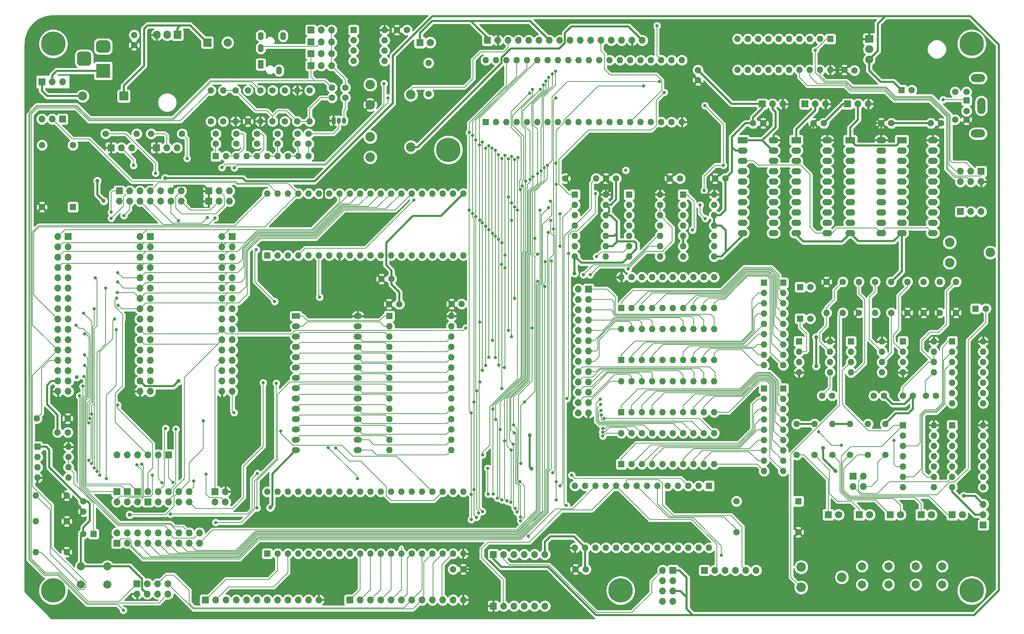
<source format=gtl>
G04 #@! TF.GenerationSoftware,KiCad,Pcbnew,(5.1.9)-1*
G04 #@! TF.CreationDate,2023-05-09T20:45:08+01:00*
G04 #@! TF.ProjectId,AT_65C02_Computer_Rev004,41545f36-3543-4303-925f-436f6d707574,Rev004*
G04 #@! TF.SameCoordinates,Original*
G04 #@! TF.FileFunction,Copper,L1,Top*
G04 #@! TF.FilePolarity,Positive*
%FSLAX46Y46*%
G04 Gerber Fmt 4.6, Leading zero omitted, Abs format (unit mm)*
G04 Created by KiCad (PCBNEW (5.1.9)-1) date 2023-05-09 20:45:08*
%MOMM*%
%LPD*%
G01*
G04 APERTURE LIST*
G04 #@! TA.AperFunction,ComponentPad*
%ADD10R,1.600000X1.600000*%
G04 #@! TD*
G04 #@! TA.AperFunction,ComponentPad*
%ADD11O,1.600000X1.600000*%
G04 #@! TD*
G04 #@! TA.AperFunction,ComponentPad*
%ADD12O,2.000000X1.440000*%
G04 #@! TD*
G04 #@! TA.AperFunction,ComponentPad*
%ADD13R,2.000000X1.440000*%
G04 #@! TD*
G04 #@! TA.AperFunction,ComponentPad*
%ADD14R,1.700000X1.700000*%
G04 #@! TD*
G04 #@! TA.AperFunction,ComponentPad*
%ADD15O,1.700000X1.700000*%
G04 #@! TD*
G04 #@! TA.AperFunction,ComponentPad*
%ADD16C,6.000000*%
G04 #@! TD*
G04 #@! TA.AperFunction,ComponentPad*
%ADD17C,1.600000*%
G04 #@! TD*
G04 #@! TA.AperFunction,ComponentPad*
%ADD18C,2.000000*%
G04 #@! TD*
G04 #@! TA.AperFunction,ComponentPad*
%ADD19C,2.340000*%
G04 #@! TD*
G04 #@! TA.AperFunction,ComponentPad*
%ADD20R,2.000000X1.905000*%
G04 #@! TD*
G04 #@! TA.AperFunction,ComponentPad*
%ADD21O,2.000000X1.905000*%
G04 #@! TD*
G04 #@! TA.AperFunction,ComponentPad*
%ADD22C,1.800000*%
G04 #@! TD*
G04 #@! TA.AperFunction,ComponentPad*
%ADD23R,1.800000X1.800000*%
G04 #@! TD*
G04 #@! TA.AperFunction,ComponentPad*
%ADD24O,2.000000X4.000000*%
G04 #@! TD*
G04 #@! TA.AperFunction,ComponentPad*
%ADD25O,3.500000X2.000000*%
G04 #@! TD*
G04 #@! TA.AperFunction,ComponentPad*
%ADD26O,1.905000X2.000000*%
G04 #@! TD*
G04 #@! TA.AperFunction,ComponentPad*
%ADD27R,1.905000X2.000000*%
G04 #@! TD*
G04 #@! TA.AperFunction,ComponentPad*
%ADD28R,2.200000X2.200000*%
G04 #@! TD*
G04 #@! TA.AperFunction,ComponentPad*
%ADD29O,2.200000X2.200000*%
G04 #@! TD*
G04 #@! TA.AperFunction,ComponentPad*
%ADD30R,3.500000X3.500000*%
G04 #@! TD*
G04 #@! TA.AperFunction,ComponentPad*
%ADD31R,2.000000X2.000000*%
G04 #@! TD*
G04 #@! TA.AperFunction,ComponentPad*
%ADD32O,1.400000X2.000000*%
G04 #@! TD*
G04 #@! TA.AperFunction,ComponentPad*
%ADD33R,1.400000X2.000000*%
G04 #@! TD*
G04 #@! TA.AperFunction,ComponentPad*
%ADD34O,1.050000X1.500000*%
G04 #@! TD*
G04 #@! TA.AperFunction,ComponentPad*
%ADD35R,1.050000X1.500000*%
G04 #@! TD*
G04 #@! TA.AperFunction,ComponentPad*
%ADD36O,2.400000X1.600000*%
G04 #@! TD*
G04 #@! TA.AperFunction,ComponentPad*
%ADD37R,2.400000X1.600000*%
G04 #@! TD*
G04 #@! TA.AperFunction,ViaPad*
%ADD38C,0.800000*%
G04 #@! TD*
G04 #@! TA.AperFunction,ViaPad*
%ADD39C,1.000000*%
G04 #@! TD*
G04 #@! TA.AperFunction,Conductor*
%ADD40C,0.508000*%
G04 #@! TD*
G04 #@! TA.AperFunction,Conductor*
%ADD41C,0.152400*%
G04 #@! TD*
G04 #@! TA.AperFunction,Conductor*
%ADD42C,0.254000*%
G04 #@! TD*
G04 #@! TA.AperFunction,Conductor*
%ADD43C,0.100000*%
G04 #@! TD*
G04 APERTURE END LIST*
D10*
X227645000Y-106730000D03*
D11*
X235265000Y-121970000D03*
X227645000Y-109270000D03*
X235265000Y-119430000D03*
X227645000Y-111810000D03*
X235265000Y-116890000D03*
X227645000Y-114350000D03*
X235265000Y-114350000D03*
X227645000Y-116890000D03*
X235265000Y-111810000D03*
X227645000Y-119430000D03*
X235265000Y-109270000D03*
X227645000Y-121970000D03*
X235265000Y-106730000D03*
D12*
X174205000Y-169660000D03*
X158965000Y-169660000D03*
X174205000Y-167120000D03*
X158965000Y-167120000D03*
X174205000Y-164580000D03*
X158965000Y-164580000D03*
X174205000Y-162040000D03*
X158965000Y-162040000D03*
X174205000Y-159500000D03*
X158965000Y-159500000D03*
X174205000Y-156960000D03*
X158965000Y-156960000D03*
X174205000Y-154420000D03*
X158965000Y-154420000D03*
X174205000Y-151880000D03*
X158965000Y-151880000D03*
X174205000Y-149340000D03*
X158965000Y-149340000D03*
X174205000Y-146800000D03*
X158965000Y-146800000D03*
X174205000Y-144260000D03*
X158965000Y-144260000D03*
X174205000Y-141720000D03*
X158965000Y-141720000D03*
X174205000Y-139180000D03*
X158965000Y-139180000D03*
X174205000Y-136640000D03*
D13*
X158965000Y-136640000D03*
D14*
X114890000Y-192580000D03*
D15*
X114890000Y-190040000D03*
X117430000Y-192580000D03*
X117430000Y-190040000D03*
X119970000Y-192580000D03*
X119970000Y-190040000D03*
X122510000Y-192580000D03*
X122510000Y-190040000D03*
X125050000Y-192580000D03*
X125050000Y-190040000D03*
X127590000Y-192580000D03*
X127590000Y-190040000D03*
X130130000Y-192580000D03*
X130130000Y-190040000D03*
X132670000Y-192580000D03*
X132670000Y-190040000D03*
X135210000Y-192580000D03*
X135210000Y-190040000D03*
D16*
X196490000Y-95700000D03*
X238865000Y-204210000D03*
D17*
X119145000Y-69915000D03*
X119145000Y-67415000D03*
D18*
X112565000Y-198275000D03*
X112565000Y-202775000D03*
X106065000Y-198275000D03*
X106065000Y-202775000D03*
X318044000Y-198275000D03*
X318044000Y-202775000D03*
X311544000Y-198275000D03*
X311544000Y-202775000D03*
X304804000Y-198275000D03*
X304804000Y-202775000D03*
X298304000Y-198275000D03*
X298304000Y-202775000D03*
D15*
X299855000Y-84410000D03*
X297315000Y-84410000D03*
D14*
X294775000Y-84410000D03*
D15*
X289335000Y-84410000D03*
X286795000Y-84410000D03*
D14*
X284255000Y-84410000D03*
D15*
X278815000Y-84410000D03*
X276275000Y-84410000D03*
D14*
X273735000Y-84410000D03*
D11*
X239045000Y-139876666D03*
X261905000Y-147496666D03*
X241585000Y-139876666D03*
X259365000Y-147496666D03*
X244125000Y-139876666D03*
X256825000Y-147496666D03*
X246665000Y-139876666D03*
X254285000Y-147496666D03*
X249205000Y-139876666D03*
X251745000Y-147496666D03*
X251745000Y-139876666D03*
X249205000Y-147496666D03*
X254285000Y-139876666D03*
X246665000Y-147496666D03*
X256825000Y-139876666D03*
X244125000Y-147496666D03*
X259365000Y-139876666D03*
X241585000Y-147496666D03*
X261905000Y-139876666D03*
D10*
X239045000Y-147496666D03*
D11*
X239045000Y-127060000D03*
X261905000Y-134680000D03*
X241585000Y-127060000D03*
X259365000Y-134680000D03*
X244125000Y-127060000D03*
X256825000Y-134680000D03*
X246665000Y-127060000D03*
X254285000Y-134680000D03*
X249205000Y-127060000D03*
X251745000Y-134680000D03*
X251745000Y-127060000D03*
X249205000Y-134680000D03*
X254285000Y-127060000D03*
X246665000Y-134680000D03*
X256825000Y-127060000D03*
X244125000Y-134680000D03*
X259365000Y-127060000D03*
X241585000Y-134680000D03*
X261905000Y-127060000D03*
D10*
X239045000Y-134680000D03*
D11*
X239045000Y-152693332D03*
X261905000Y-160313332D03*
X241585000Y-152693332D03*
X259365000Y-160313332D03*
X244125000Y-152693332D03*
X256825000Y-160313332D03*
X246665000Y-152693332D03*
X254285000Y-160313332D03*
X249205000Y-152693332D03*
X251745000Y-160313332D03*
X251745000Y-152693332D03*
X249205000Y-160313332D03*
X254285000Y-152693332D03*
X246665000Y-160313332D03*
X256825000Y-152693332D03*
X244125000Y-160313332D03*
X259365000Y-152693332D03*
X241585000Y-160313332D03*
X261905000Y-152693332D03*
D10*
X239045000Y-160313332D03*
D11*
X239045000Y-165510000D03*
X261905000Y-173130000D03*
X241585000Y-165510000D03*
X259365000Y-173130000D03*
X244125000Y-165510000D03*
X256825000Y-173130000D03*
X246665000Y-165510000D03*
X254285000Y-173130000D03*
X249205000Y-165510000D03*
X251745000Y-173130000D03*
X251745000Y-165510000D03*
X249205000Y-173130000D03*
X254285000Y-165510000D03*
X246665000Y-173130000D03*
X256825000Y-165510000D03*
X244125000Y-173130000D03*
X259365000Y-165510000D03*
X241585000Y-173130000D03*
X261905000Y-165510000D03*
D10*
X239045000Y-173130000D03*
D19*
X319885000Y-118480000D03*
X329885000Y-120980000D03*
X319885000Y-123480000D03*
D15*
X220255000Y-208060000D03*
X217715000Y-208060000D03*
X215175000Y-208060000D03*
X212635000Y-208060000D03*
X210095000Y-208060000D03*
D14*
X207555000Y-208060000D03*
X207555000Y-195360000D03*
D15*
X210095000Y-195360000D03*
X212635000Y-195360000D03*
X215175000Y-195360000D03*
X217715000Y-195360000D03*
X220255000Y-195360000D03*
X249245000Y-206870000D03*
X251785000Y-206870000D03*
X249245000Y-204330000D03*
X251785000Y-204330000D03*
X249245000Y-201790000D03*
X251785000Y-201790000D03*
X249245000Y-199250000D03*
D14*
X251785000Y-199250000D03*
D20*
X300065000Y-68420000D03*
D21*
X300065000Y-70960000D03*
X300065000Y-73500000D03*
D10*
X151905000Y-195160000D03*
D11*
X200165000Y-179920000D03*
X154445000Y-195160000D03*
X197625000Y-179920000D03*
X156985000Y-195160000D03*
X195085000Y-179920000D03*
X159525000Y-195160000D03*
X192545000Y-179920000D03*
X162065000Y-195160000D03*
X190005000Y-179920000D03*
X164605000Y-195160000D03*
X187465000Y-179920000D03*
X167145000Y-195160000D03*
X184925000Y-179920000D03*
X169685000Y-195160000D03*
X182385000Y-179920000D03*
X172225000Y-195160000D03*
X179845000Y-179920000D03*
X174765000Y-195160000D03*
X177305000Y-179920000D03*
X177305000Y-195160000D03*
X174765000Y-179920000D03*
X179845000Y-195160000D03*
X172225000Y-179920000D03*
X182385000Y-195160000D03*
X169685000Y-179920000D03*
X184925000Y-195160000D03*
X167145000Y-179920000D03*
X187465000Y-195160000D03*
X164605000Y-179920000D03*
X190005000Y-195160000D03*
X162065000Y-179920000D03*
X192545000Y-195160000D03*
X159525000Y-179920000D03*
X195085000Y-195160000D03*
X156985000Y-179920000D03*
X197625000Y-195160000D03*
X154445000Y-179920000D03*
X200165000Y-195160000D03*
X151905000Y-179920000D03*
D10*
X260665000Y-178460000D03*
D11*
X227645000Y-193700000D03*
X258125000Y-178460000D03*
X230185000Y-193700000D03*
X255585000Y-178460000D03*
X232725000Y-193700000D03*
X253045000Y-178460000D03*
X235265000Y-193700000D03*
X250505000Y-178460000D03*
X237805000Y-193700000D03*
X247965000Y-178460000D03*
X240345000Y-193700000D03*
X245425000Y-178460000D03*
X242885000Y-193700000D03*
X242885000Y-178460000D03*
X245425000Y-193700000D03*
X240345000Y-178460000D03*
X247965000Y-193700000D03*
X237805000Y-178460000D03*
X250505000Y-193700000D03*
X235265000Y-178460000D03*
X253045000Y-193700000D03*
X232725000Y-178460000D03*
X255585000Y-193700000D03*
X230185000Y-178460000D03*
X258125000Y-193700000D03*
X227645000Y-178460000D03*
X260665000Y-193700000D03*
X151905000Y-106460000D03*
X200165000Y-121700000D03*
X154445000Y-106460000D03*
X197625000Y-121700000D03*
X156985000Y-106460000D03*
X195085000Y-121700000D03*
X159525000Y-106460000D03*
X192545000Y-121700000D03*
X162065000Y-106460000D03*
X190005000Y-121700000D03*
X164605000Y-106460000D03*
X187465000Y-121700000D03*
X167145000Y-106460000D03*
X184925000Y-121700000D03*
X169685000Y-106460000D03*
X182385000Y-121700000D03*
X172225000Y-106460000D03*
X179845000Y-121700000D03*
X174765000Y-106460000D03*
X177305000Y-121700000D03*
X177305000Y-106460000D03*
X174765000Y-121700000D03*
X179845000Y-106460000D03*
X172225000Y-121700000D03*
X182385000Y-106460000D03*
X169685000Y-121700000D03*
X184925000Y-106460000D03*
X167145000Y-121700000D03*
X187465000Y-106460000D03*
X164605000Y-121700000D03*
X190005000Y-106460000D03*
X162065000Y-121700000D03*
X192545000Y-106460000D03*
X159525000Y-121700000D03*
X195085000Y-106460000D03*
X156985000Y-121700000D03*
X197625000Y-106460000D03*
X154445000Y-121700000D03*
X200165000Y-106460000D03*
D10*
X151905000Y-121700000D03*
X205725000Y-88860000D03*
D11*
X253985000Y-73620000D03*
X208265000Y-88860000D03*
X251445000Y-73620000D03*
X210805000Y-88860000D03*
X248905000Y-73620000D03*
X213345000Y-88860000D03*
X246365000Y-73620000D03*
X215885000Y-88860000D03*
X243825000Y-73620000D03*
X218425000Y-88860000D03*
X241285000Y-73620000D03*
X220965000Y-88860000D03*
X238745000Y-73620000D03*
X223505000Y-88860000D03*
X236205000Y-73620000D03*
X226045000Y-88860000D03*
X233665000Y-73620000D03*
X228585000Y-88860000D03*
X231125000Y-73620000D03*
X231125000Y-88860000D03*
X228585000Y-73620000D03*
X233665000Y-88860000D03*
X226045000Y-73620000D03*
X236205000Y-88860000D03*
X223505000Y-73620000D03*
X238745000Y-88860000D03*
X220965000Y-73620000D03*
X241285000Y-88860000D03*
X218425000Y-73620000D03*
X243825000Y-88860000D03*
X215885000Y-73620000D03*
X246365000Y-88860000D03*
X213345000Y-73620000D03*
X248905000Y-88860000D03*
X210805000Y-73620000D03*
X251445000Y-88860000D03*
X208265000Y-73620000D03*
X253985000Y-88860000D03*
X205725000Y-73620000D03*
D22*
X192015000Y-69280000D03*
D23*
X189475000Y-69280000D03*
D17*
X230305000Y-198990000D03*
X227805000Y-198990000D03*
D15*
X272235000Y-199250000D03*
X269695000Y-199250000D03*
X267155000Y-199250000D03*
X264615000Y-199250000D03*
X262075000Y-199250000D03*
D14*
X259535000Y-199250000D03*
D19*
X177245000Y-79640000D03*
X187245000Y-82140000D03*
X177245000Y-84640000D03*
D10*
X290515000Y-68420000D03*
D11*
X267655000Y-76040000D03*
X287975000Y-68420000D03*
X270195000Y-76040000D03*
X285435000Y-68420000D03*
X272735000Y-76040000D03*
X282895000Y-68420000D03*
X275275000Y-76040000D03*
X280355000Y-68420000D03*
X277815000Y-76040000D03*
X277815000Y-68420000D03*
X280355000Y-76040000D03*
X275275000Y-68420000D03*
X282895000Y-76040000D03*
X272735000Y-68420000D03*
X285435000Y-76040000D03*
X270195000Y-68420000D03*
X287975000Y-76040000D03*
X267655000Y-68420000D03*
X290515000Y-76040000D03*
D17*
X253485000Y-102760000D03*
X250985000Y-102760000D03*
D16*
X99225000Y-204210000D03*
X99225000Y-69590000D03*
X325285000Y-69590000D03*
X325285000Y-204210000D03*
D15*
X244225000Y-68760000D03*
X241685000Y-68760000D03*
X239145000Y-68760000D03*
X236605000Y-68760000D03*
X234065000Y-68760000D03*
X231525000Y-68760000D03*
X228985000Y-68760000D03*
X226445000Y-68760000D03*
X223905000Y-68760000D03*
X221365000Y-68760000D03*
X218825000Y-68760000D03*
X216285000Y-68760000D03*
X213745000Y-68760000D03*
X211205000Y-68760000D03*
X208665000Y-68760000D03*
D14*
X206125000Y-68760000D03*
D17*
X182497000Y-127502000D03*
X179997000Y-127502000D03*
X106655000Y-182270000D03*
X106655000Y-184770000D03*
X181895000Y-133710000D03*
X184395000Y-133710000D03*
X102815000Y-165290000D03*
X100315000Y-165290000D03*
X197275000Y-133670000D03*
X199775000Y-133670000D03*
X293955000Y-76040000D03*
X296455000Y-76170000D03*
D10*
X109155000Y-190310000D03*
D17*
X106655000Y-190310000D03*
X237785000Y-102760000D03*
X235285000Y-102760000D03*
X200165000Y-198990000D03*
X197665000Y-198990000D03*
X257935000Y-78560000D03*
X257935000Y-76060000D03*
X264655000Y-102760000D03*
X262155000Y-102760000D03*
D14*
X102905000Y-117110000D03*
D15*
X100365000Y-117110000D03*
X102905000Y-119650000D03*
X100365000Y-119650000D03*
X102905000Y-122190000D03*
X100365000Y-122190000D03*
X102905000Y-124730000D03*
X100365000Y-124730000D03*
X102905000Y-127270000D03*
X100365000Y-127270000D03*
X102905000Y-129810000D03*
X100365000Y-129810000D03*
X102905000Y-132350000D03*
X100365000Y-132350000D03*
X102905000Y-134890000D03*
X100365000Y-134890000D03*
X102905000Y-137430000D03*
X100365000Y-137430000D03*
X102905000Y-139970000D03*
X100365000Y-139970000D03*
X102905000Y-142510000D03*
X100365000Y-142510000D03*
X102905000Y-145050000D03*
X100365000Y-145050000D03*
X102905000Y-147590000D03*
X100365000Y-147590000D03*
X102905000Y-150130000D03*
X100365000Y-150130000D03*
X102905000Y-152670000D03*
X100365000Y-152670000D03*
X102905000Y-155210000D03*
X100365000Y-155210000D03*
D24*
X327665000Y-84860000D03*
D17*
X321215000Y-88260000D03*
X321215000Y-81460000D03*
X324015000Y-88260000D03*
X324015000Y-81460000D03*
X324015000Y-86160000D03*
D10*
X324015000Y-83560000D03*
D25*
X326865000Y-78010000D03*
X326865000Y-91710000D03*
D11*
X119784000Y-91740000D03*
D17*
X112164000Y-91740000D03*
X130960000Y-91740000D03*
D11*
X123340000Y-91740000D03*
D17*
X102535000Y-180830000D03*
D11*
X94915000Y-180830000D03*
D17*
X102795000Y-161860000D03*
D11*
X95175000Y-161860000D03*
X94925000Y-187180000D03*
D17*
X102545000Y-187180000D03*
D11*
X94925000Y-194760000D03*
D17*
X102545000Y-194760000D03*
D10*
X181985000Y-136640000D03*
D11*
X197225000Y-169660000D03*
X181985000Y-139180000D03*
X197225000Y-167120000D03*
X181985000Y-141720000D03*
X197225000Y-164580000D03*
X181985000Y-144260000D03*
X197225000Y-162040000D03*
X181985000Y-146800000D03*
X197225000Y-159500000D03*
X181985000Y-149340000D03*
X197225000Y-156960000D03*
X181985000Y-151880000D03*
X197225000Y-154420000D03*
X181985000Y-154420000D03*
X197225000Y-151880000D03*
X181985000Y-156960000D03*
X197225000Y-149340000D03*
X181985000Y-159500000D03*
X197225000Y-146800000D03*
X181985000Y-162040000D03*
X197225000Y-144260000D03*
X181985000Y-164580000D03*
X197225000Y-141720000D03*
X181985000Y-167120000D03*
X197225000Y-139180000D03*
X181985000Y-169660000D03*
X197225000Y-136640000D03*
X248585000Y-106730000D03*
X240965000Y-121970000D03*
X248585000Y-109270000D03*
X240965000Y-119430000D03*
X248585000Y-111810000D03*
X240965000Y-116890000D03*
X248585000Y-114350000D03*
X240965000Y-114350000D03*
X248585000Y-116890000D03*
X240965000Y-111810000D03*
X248585000Y-119430000D03*
X240965000Y-109270000D03*
X248585000Y-121970000D03*
D10*
X240965000Y-106730000D03*
D11*
X261905000Y-106730000D03*
X254285000Y-121970000D03*
X261905000Y-109270000D03*
X254285000Y-119430000D03*
X261905000Y-111810000D03*
X254285000Y-116890000D03*
X261905000Y-114350000D03*
X254285000Y-114350000D03*
X261905000Y-116890000D03*
X254285000Y-111810000D03*
X261905000Y-119430000D03*
X254285000Y-109270000D03*
X261905000Y-121970000D03*
D10*
X254285000Y-106730000D03*
X95345000Y-168820000D03*
D11*
X102965000Y-176440000D03*
X95345000Y-171360000D03*
X102965000Y-173900000D03*
X95345000Y-173900000D03*
X102965000Y-171360000D03*
X95345000Y-176440000D03*
X102965000Y-168820000D03*
D10*
X104075000Y-109810000D03*
D17*
X96455000Y-109810000D03*
X96455000Y-94570000D03*
X104075000Y-94570000D03*
D10*
X282655000Y-182240000D03*
D17*
X282655000Y-189860000D03*
X267415000Y-189860000D03*
X267415000Y-182240000D03*
D14*
X101535000Y-88140000D03*
D15*
X98995000Y-88140000D03*
X96455000Y-88140000D03*
X322555000Y-103550000D03*
X322555000Y-101010000D03*
X325095000Y-103550000D03*
X325095000Y-101010000D03*
X327635000Y-103550000D03*
D14*
X327635000Y-101010000D03*
D11*
X315989000Y-142895000D03*
X308369000Y-150515000D03*
X315989000Y-145435000D03*
X308369000Y-147975000D03*
X315989000Y-147975000D03*
X308369000Y-145435000D03*
X315989000Y-150515000D03*
D10*
X308369000Y-142895000D03*
D22*
X323014000Y-185565000D03*
D23*
X320474000Y-185565000D03*
D22*
X315394000Y-185565000D03*
D23*
X312854000Y-185565000D03*
D22*
X300154000Y-185565000D03*
D23*
X297614000Y-185565000D03*
D22*
X307774000Y-185565000D03*
D23*
X305234000Y-185565000D03*
D22*
X292534000Y-185565000D03*
D23*
X289994000Y-185565000D03*
D19*
X283319000Y-203455000D03*
X293319000Y-200955000D03*
X283319000Y-198455000D03*
D11*
X299774000Y-163215000D03*
D17*
X299774000Y-170835000D03*
D10*
X283079000Y-137270000D03*
D17*
X285579000Y-137270000D03*
X285579000Y-129515000D03*
D10*
X283079000Y-129515000D03*
D17*
X289574000Y-128205000D03*
D11*
X289574000Y-135825000D03*
X293559000Y-135825000D03*
D17*
X293559000Y-128205000D03*
D11*
X282214000Y-163215000D03*
D17*
X282214000Y-170835000D03*
X309499000Y-135825000D03*
D11*
X309499000Y-128205000D03*
D17*
X321454000Y-135825000D03*
D11*
X321454000Y-128205000D03*
X295384000Y-163215000D03*
D17*
X295384000Y-170835000D03*
D11*
X317469000Y-128205000D03*
D17*
X317469000Y-135825000D03*
X301529000Y-128205000D03*
D11*
X301529000Y-135825000D03*
D17*
X297544000Y-135825000D03*
D11*
X297544000Y-128205000D03*
X286604000Y-163215000D03*
D17*
X286604000Y-170835000D03*
X313484000Y-135825000D03*
D11*
X313484000Y-128205000D03*
D17*
X305514000Y-135825000D03*
D11*
X305514000Y-128205000D03*
X290994000Y-163215000D03*
D17*
X290994000Y-170835000D03*
D10*
X320519000Y-163525000D03*
D11*
X328139000Y-178765000D03*
X320519000Y-166065000D03*
X328139000Y-176225000D03*
X320519000Y-168605000D03*
X328139000Y-173685000D03*
X320519000Y-171145000D03*
X328139000Y-171145000D03*
X320519000Y-173685000D03*
X328139000Y-168605000D03*
X320519000Y-176225000D03*
X328139000Y-166065000D03*
X320519000Y-178765000D03*
X328139000Y-163525000D03*
D10*
X282809000Y-142895000D03*
D11*
X290429000Y-150515000D03*
X282809000Y-145435000D03*
X290429000Y-147975000D03*
X282809000Y-147975000D03*
X290429000Y-145435000D03*
X282809000Y-150515000D03*
X290429000Y-142895000D03*
X315989000Y-163525000D03*
X308369000Y-178765000D03*
X315989000Y-166065000D03*
X308369000Y-176225000D03*
X315989000Y-168605000D03*
X308369000Y-173685000D03*
X315989000Y-171145000D03*
X308369000Y-171145000D03*
X315989000Y-173685000D03*
X308369000Y-168605000D03*
X315989000Y-176225000D03*
X308369000Y-166065000D03*
X315989000Y-178765000D03*
D10*
X308369000Y-163525000D03*
X320519000Y-142895000D03*
D11*
X328139000Y-158135000D03*
X320519000Y-145435000D03*
X328139000Y-155595000D03*
X320519000Y-147975000D03*
X328139000Y-153055000D03*
X320519000Y-150515000D03*
X328139000Y-150515000D03*
X320519000Y-153055000D03*
X328139000Y-147975000D03*
X320519000Y-155595000D03*
X328139000Y-145435000D03*
X320519000Y-158135000D03*
X328139000Y-142895000D03*
X303209000Y-142895000D03*
X295589000Y-150515000D03*
X303209000Y-145435000D03*
X295589000Y-147975000D03*
X303209000Y-147975000D03*
X295589000Y-145435000D03*
X303209000Y-150515000D03*
D10*
X295589000Y-142895000D03*
D17*
X304029000Y-170835000D03*
D11*
X304029000Y-163215000D03*
D10*
X326289000Y-134810000D03*
D17*
X328789000Y-134810000D03*
D11*
X278898000Y-148755000D03*
X278898000Y-146215000D03*
X278898000Y-143675000D03*
X278898000Y-141135000D03*
X278898000Y-138595000D03*
X278898000Y-136055000D03*
X278898000Y-133515000D03*
X278898000Y-130975000D03*
D10*
X278898000Y-128435000D03*
D11*
X274198000Y-148775000D03*
X274198000Y-146235000D03*
X274198000Y-143695000D03*
X274198000Y-141155000D03*
X274198000Y-138615000D03*
X274198000Y-136075000D03*
X274198000Y-133535000D03*
X274198000Y-130995000D03*
D10*
X274198000Y-128455000D03*
X278898000Y-154515000D03*
D11*
X278898000Y-157055000D03*
X278898000Y-159595000D03*
X278898000Y-162135000D03*
X278898000Y-164675000D03*
X278898000Y-167215000D03*
X278898000Y-169755000D03*
X278898000Y-172295000D03*
X278898000Y-174835000D03*
D10*
X274198000Y-154515000D03*
D11*
X274198000Y-157055000D03*
X274198000Y-159595000D03*
X274198000Y-162135000D03*
X274198000Y-164675000D03*
X274198000Y-167215000D03*
X274198000Y-169755000D03*
X274198000Y-172295000D03*
X274198000Y-174835000D03*
D15*
X101560000Y-78960000D03*
X99020000Y-78960000D03*
D14*
X96455000Y-78960000D03*
D26*
X124725000Y-67375000D03*
X127265000Y-67375000D03*
D27*
X129805000Y-67375000D03*
D28*
X116605000Y-82470000D03*
D29*
X106445000Y-82470000D03*
D30*
X111525000Y-76265000D03*
G04 #@! TA.AperFunction,ComponentPad*
G36*
G01*
X110525000Y-68765000D02*
X112525000Y-68765000D01*
G75*
G02*
X113275000Y-69515000I0J-750000D01*
G01*
X113275000Y-71015000D01*
G75*
G02*
X112525000Y-71765000I-750000J0D01*
G01*
X110525000Y-71765000D01*
G75*
G02*
X109775000Y-71015000I0J750000D01*
G01*
X109775000Y-69515000D01*
G75*
G02*
X110525000Y-68765000I750000J0D01*
G01*
G37*
G04 #@! TD.AperFunction*
G04 #@! TA.AperFunction,ComponentPad*
G36*
G01*
X105950000Y-71515000D02*
X107700000Y-71515000D01*
G75*
G02*
X108575000Y-72390000I0J-875000D01*
G01*
X108575000Y-74140000D01*
G75*
G02*
X107700000Y-75015000I-875000J0D01*
G01*
X105950000Y-75015000D01*
G75*
G02*
X105075000Y-74140000I0J875000D01*
G01*
X105075000Y-72390000D01*
G75*
G02*
X105950000Y-71515000I875000J0D01*
G01*
G37*
G04 #@! TD.AperFunction*
D11*
X191595000Y-74330000D03*
D17*
X191595000Y-81950000D03*
D10*
X308035000Y-81000000D03*
D17*
X310535000Y-81000000D03*
X225225000Y-102760000D03*
D11*
X232845000Y-102760000D03*
D14*
X296075000Y-176100000D03*
D15*
X296075000Y-178640000D03*
X298615000Y-176100000D03*
X298615000Y-178640000D03*
D31*
X137155000Y-69280000D03*
D18*
X142155000Y-69280000D03*
D17*
X288469000Y-156230000D03*
X290969000Y-156230000D03*
X316529000Y-156230000D03*
X314029000Y-156230000D03*
X308369000Y-156230000D03*
X310869000Y-156230000D03*
X303709000Y-156230000D03*
X301209000Y-156230000D03*
X271482000Y-89170000D03*
X273982000Y-89170000D03*
X286395000Y-89170000D03*
X288895000Y-89170000D03*
X305535000Y-89170000D03*
X303035000Y-89170000D03*
X317768000Y-89170000D03*
X315268000Y-89170000D03*
X139262000Y-94240000D03*
X139262000Y-91740000D03*
X144342000Y-91740000D03*
X144342000Y-94240000D03*
X149422000Y-94240000D03*
X149422000Y-91740000D03*
X154502000Y-94240000D03*
X154502000Y-91740000D03*
X159382000Y-91740000D03*
X159382000Y-94240000D03*
X162122000Y-91740000D03*
X162122000Y-94240000D03*
X171125000Y-82890000D03*
X171125000Y-80390000D03*
X167815000Y-82890000D03*
X167815000Y-80390000D03*
X186315000Y-66220000D03*
X183815000Y-66220000D03*
D32*
X155810000Y-67680000D03*
X154810000Y-76180000D03*
D33*
X150310000Y-74680000D03*
D32*
X150310000Y-70680000D03*
X150310000Y-67680000D03*
D15*
X167725000Y-74980000D03*
X165185000Y-74980000D03*
D14*
X162645000Y-74980000D03*
X162645000Y-72060000D03*
D15*
X165185000Y-72060000D03*
X167725000Y-72060000D03*
X167725000Y-69140000D03*
X165185000Y-69140000D03*
D14*
X162645000Y-69140000D03*
X162645000Y-66220000D03*
D15*
X165185000Y-66220000D03*
X167725000Y-66220000D03*
D34*
X169525000Y-88500000D03*
X170795000Y-88500000D03*
D35*
X168255000Y-88500000D03*
D17*
X147152500Y-88700000D03*
D11*
X147152500Y-81080000D03*
D17*
X156272500Y-88700000D03*
D11*
X156272500Y-81080000D03*
X138032500Y-81080000D03*
D17*
X138032500Y-88700000D03*
D11*
X162352500Y-88700000D03*
D17*
X162352500Y-81080000D03*
X141072500Y-88700000D03*
D11*
X141072500Y-81080000D03*
X144112500Y-88700000D03*
D17*
X144112500Y-81080000D03*
D11*
X159312500Y-81080000D03*
D17*
X159312500Y-88700000D03*
D11*
X153232500Y-88700000D03*
D17*
X153232500Y-81080000D03*
D11*
X150192500Y-88700000D03*
D17*
X150192500Y-81080000D03*
D10*
X173135000Y-66220000D03*
D11*
X180755000Y-73840000D03*
X173135000Y-68760000D03*
X180755000Y-71300000D03*
X173135000Y-71300000D03*
X180755000Y-68760000D03*
X173135000Y-73840000D03*
X180755000Y-66220000D03*
D10*
X139262000Y-97280000D03*
D11*
X141802000Y-97280000D03*
X144342000Y-97280000D03*
X146882000Y-97280000D03*
X149422000Y-97280000D03*
X151962000Y-97280000D03*
X154502000Y-97280000D03*
X157042000Y-97280000D03*
X159582000Y-97280000D03*
X162122000Y-97280000D03*
D14*
X113449000Y-95190000D03*
D15*
X115989000Y-95190000D03*
X118529000Y-95190000D03*
X129705000Y-95190000D03*
X127165000Y-95190000D03*
D14*
X124625000Y-95190000D03*
X123112500Y-117110000D03*
D15*
X120572500Y-117110000D03*
X123112500Y-119650000D03*
X120572500Y-119650000D03*
X123112500Y-122190000D03*
X120572500Y-122190000D03*
X123112500Y-124730000D03*
X120572500Y-124730000D03*
X123112500Y-127270000D03*
X120572500Y-127270000D03*
X123112500Y-129810000D03*
X120572500Y-129810000D03*
X123112500Y-132350000D03*
X120572500Y-132350000D03*
X123112500Y-134890000D03*
X120572500Y-134890000D03*
X123112500Y-137430000D03*
X120572500Y-137430000D03*
X123112500Y-139970000D03*
X120572500Y-139970000D03*
X123112500Y-142510000D03*
X120572500Y-142510000D03*
X123112500Y-145050000D03*
X120572500Y-145050000D03*
X123112500Y-147590000D03*
X120572500Y-147590000D03*
X123112500Y-150130000D03*
X120572500Y-150130000D03*
X123112500Y-152670000D03*
X120572500Y-152670000D03*
X123112500Y-155210000D03*
X120572500Y-155210000D03*
X140780001Y-155210000D03*
X143320001Y-155210000D03*
X140780001Y-152670000D03*
X143320001Y-152670000D03*
X140780001Y-150130000D03*
X143320001Y-150130000D03*
X140780001Y-147590000D03*
X143320001Y-147590000D03*
X140780001Y-145050000D03*
X143320001Y-145050000D03*
X140780001Y-142510000D03*
X143320001Y-142510000D03*
X140780001Y-139970000D03*
X143320001Y-139970000D03*
X140780001Y-137430000D03*
X143320001Y-137430000D03*
X140780001Y-134890000D03*
X143320001Y-134890000D03*
X140780001Y-132350000D03*
X143320001Y-132350000D03*
X140780001Y-129810000D03*
X143320001Y-129810000D03*
X140780001Y-127270000D03*
X143320001Y-127270000D03*
X140780001Y-124730000D03*
X143320001Y-124730000D03*
X140780001Y-122190000D03*
X143320001Y-122190000D03*
X140780001Y-119650000D03*
X143320001Y-119650000D03*
X140780001Y-117110000D03*
D14*
X143320001Y-117110000D03*
X322555000Y-110925000D03*
D15*
X325095000Y-110925000D03*
X327635000Y-110925000D03*
D19*
X177245000Y-92525000D03*
X187245000Y-95025000D03*
X177245000Y-97525000D03*
D14*
X117430000Y-179880000D03*
D15*
X117430000Y-182420000D03*
D14*
X114890000Y-179880000D03*
D15*
X114890000Y-182420000D03*
X119970000Y-182420000D03*
D14*
X119970000Y-179880000D03*
X119855000Y-202550000D03*
D15*
X119855000Y-205090000D03*
X122395000Y-202550000D03*
X122395000Y-205090000D03*
X124935000Y-202550000D03*
X124935000Y-205090000D03*
X127475000Y-202550000D03*
X127475000Y-205090000D03*
D14*
X122510000Y-182420000D03*
D15*
X122510000Y-179880000D03*
X125050000Y-182420000D03*
X125050000Y-179880000D03*
X127590000Y-182420000D03*
X127590000Y-179880000D03*
X130130000Y-182420000D03*
X130130000Y-179880000D03*
X132670000Y-182420000D03*
X132670000Y-179880000D03*
X141595000Y-182420000D03*
X141595000Y-179880000D03*
X139055000Y-182420000D03*
D14*
X139055000Y-179880000D03*
X127590000Y-170820000D03*
D15*
X125050000Y-170820000D03*
X122510000Y-170820000D03*
X119970000Y-170820000D03*
X117430000Y-170820000D03*
X114890000Y-170820000D03*
D14*
X136665000Y-206560000D03*
D15*
X139205000Y-206560000D03*
X141745000Y-206560000D03*
X144285000Y-206560000D03*
X146825000Y-206560000D03*
X149365000Y-206560000D03*
X151905000Y-206560000D03*
X154445000Y-206560000D03*
X156985000Y-206560000D03*
X159525000Y-206560000D03*
X162065000Y-206560000D03*
X164605000Y-206560000D03*
D14*
X172225000Y-206560000D03*
D15*
X174765000Y-206560000D03*
X177305000Y-206560000D03*
X179845000Y-206560000D03*
X182385000Y-206560000D03*
X184925000Y-206560000D03*
X187465000Y-206560000D03*
X190005000Y-206560000D03*
X192545000Y-206560000D03*
X195085000Y-206560000D03*
X197625000Y-206560000D03*
X200165000Y-206560000D03*
D14*
X115492500Y-105825000D03*
D15*
X115492500Y-108365000D03*
X118032500Y-105825000D03*
X118032500Y-108365000D03*
X120572500Y-105825000D03*
X120572500Y-108365000D03*
X123112500Y-105825000D03*
X123112500Y-108365000D03*
X125652500Y-105825000D03*
X125652500Y-108365000D03*
X128192500Y-105825000D03*
X128192500Y-108365000D03*
X130732500Y-105825000D03*
X130732500Y-108365000D03*
X142595000Y-105825000D03*
X140055000Y-105825000D03*
D14*
X137515000Y-105825000D03*
X137515000Y-108365000D03*
D15*
X140055000Y-108365000D03*
X142595000Y-108365000D03*
D36*
X276522000Y-93333000D03*
X268902000Y-116193000D03*
X276522000Y-95873000D03*
X268902000Y-113653000D03*
X276522000Y-98413000D03*
X268902000Y-111113000D03*
X276522000Y-100953000D03*
X268902000Y-108573000D03*
X276522000Y-103493000D03*
X268902000Y-106033000D03*
X276522000Y-106033000D03*
X268902000Y-103493000D03*
X276522000Y-108573000D03*
X268902000Y-100953000D03*
X276522000Y-111113000D03*
X268902000Y-98413000D03*
X276522000Y-113653000D03*
X268902000Y-95873000D03*
X276522000Y-116193000D03*
D37*
X268902000Y-93333000D03*
X282108000Y-93333000D03*
D36*
X289728000Y-116193000D03*
X282108000Y-95873000D03*
X289728000Y-113653000D03*
X282108000Y-98413000D03*
X289728000Y-111113000D03*
X282108000Y-100953000D03*
X289728000Y-108573000D03*
X282108000Y-103493000D03*
X289728000Y-106033000D03*
X282108000Y-106033000D03*
X289728000Y-103493000D03*
X282108000Y-108573000D03*
X289728000Y-100953000D03*
X282108000Y-111113000D03*
X289728000Y-98413000D03*
X282108000Y-113653000D03*
X289728000Y-95873000D03*
X282108000Y-116193000D03*
X289728000Y-93333000D03*
D37*
X295415000Y-93333000D03*
D36*
X303035000Y-116193000D03*
X295415000Y-95873000D03*
X303035000Y-113653000D03*
X295415000Y-98413000D03*
X303035000Y-111113000D03*
X295415000Y-100953000D03*
X303035000Y-108573000D03*
X295415000Y-103493000D03*
X303035000Y-106033000D03*
X295415000Y-106033000D03*
X303035000Y-103493000D03*
X295415000Y-108573000D03*
X303035000Y-100953000D03*
X295415000Y-111113000D03*
X303035000Y-98413000D03*
X295415000Y-113653000D03*
X303035000Y-95873000D03*
X295415000Y-116193000D03*
X303035000Y-93333000D03*
X315728000Y-93333000D03*
X308108000Y-116193000D03*
X315728000Y-95873000D03*
X308108000Y-113653000D03*
X315728000Y-98413000D03*
X308108000Y-111113000D03*
X315728000Y-100953000D03*
X308108000Y-108573000D03*
X315728000Y-103493000D03*
X308108000Y-106033000D03*
X315728000Y-106033000D03*
X308108000Y-103493000D03*
X315728000Y-108573000D03*
X308108000Y-100953000D03*
X315728000Y-111113000D03*
X308108000Y-98413000D03*
X315728000Y-113653000D03*
X308108000Y-95873000D03*
X315728000Y-116193000D03*
D37*
X308108000Y-93333000D03*
D14*
X230985000Y-130010000D03*
D15*
X228445000Y-130010000D03*
X230985000Y-132550000D03*
X228445000Y-132550000D03*
X230985000Y-135090000D03*
X228445000Y-135090000D03*
X230985000Y-137630000D03*
X228445000Y-137630000D03*
X230985000Y-140170000D03*
X228445000Y-140170000D03*
X230985000Y-142710000D03*
X228445000Y-142710000D03*
X230985000Y-145250000D03*
X228445000Y-145250000D03*
X230985000Y-147790000D03*
X228445000Y-147790000D03*
X230985000Y-150330000D03*
X228445000Y-150330000D03*
X230985000Y-152870000D03*
X228445000Y-152870000D03*
X230985000Y-155410000D03*
X228445000Y-155410000D03*
X230985000Y-157950000D03*
X228445000Y-157950000D03*
X230985000Y-160490000D03*
X228445000Y-160490000D03*
D14*
X328139000Y-188065000D03*
D15*
X328139000Y-185525000D03*
X328139000Y-182985000D03*
D38*
X279165000Y-88480000D03*
X266103000Y-177794000D03*
D39*
X93195000Y-82840000D03*
X100490000Y-172900000D03*
X113690000Y-209275000D03*
X196690000Y-187925000D03*
X222515000Y-203225000D03*
X167390000Y-103200000D03*
X144140000Y-111075000D03*
X154040000Y-101400000D03*
X161465000Y-112725000D03*
X150290000Y-136925000D03*
X148840000Y-106900000D03*
X149715000Y-144950000D03*
X104985000Y-151700000D03*
X227555000Y-126100000D03*
X288765000Y-169125000D03*
X111640000Y-108300000D03*
X287040000Y-148975000D03*
X287015000Y-141850000D03*
X216540000Y-166025000D03*
X216940000Y-174200000D03*
X110090000Y-103350000D03*
X152674794Y-183815206D03*
X130090000Y-152650000D03*
X291815000Y-174850000D03*
D38*
X244565000Y-80020000D03*
X223015000Y-181900000D03*
X223015000Y-104200000D03*
X110690000Y-175850000D03*
X222956122Y-99054355D03*
X240165000Y-100750000D03*
X223015000Y-177400002D03*
X114315002Y-137425000D03*
X201645000Y-110590000D03*
X201645000Y-91440000D03*
X202143610Y-160520000D03*
X202143610Y-180528610D03*
X202106287Y-186736948D03*
X202455000Y-111390000D03*
X202455000Y-92199998D03*
X203440000Y-186200000D03*
X202772212Y-179407212D03*
X202771089Y-157791390D03*
X203245000Y-112160000D03*
X203245000Y-93290002D03*
X203907192Y-185125249D03*
X203482789Y-155075000D03*
X204218610Y-152920000D03*
X204218610Y-138110000D03*
X204218610Y-112980000D03*
X204172211Y-94542789D03*
X204890000Y-184762287D03*
X204811007Y-93753043D03*
X204845000Y-150009998D03*
X109575000Y-127270000D03*
X109330567Y-174034433D03*
X204867011Y-113677614D03*
X128740000Y-177625000D03*
X205645000Y-114570000D03*
X205655000Y-95300000D03*
X205645000Y-148820000D03*
X110015000Y-174875000D03*
X112105000Y-129810000D03*
X125990000Y-177650000D03*
X206455000Y-115390000D03*
X206455000Y-94710000D03*
X206485000Y-146790000D03*
X114865000Y-132250000D03*
X207235000Y-95340000D03*
X207379143Y-116285177D03*
X109336390Y-134890000D03*
X108665000Y-160750000D03*
X108665000Y-172925000D03*
X207365000Y-142650000D03*
X208045000Y-117000000D03*
X208065000Y-95840000D03*
X208045000Y-146880002D03*
X106695000Y-135930000D03*
X107967665Y-172150000D03*
X108272476Y-161875000D03*
X208845000Y-117770000D03*
X208845000Y-96890000D03*
X208887341Y-148734392D03*
X107967665Y-162925000D03*
X104873601Y-138891399D03*
X209645000Y-118580000D03*
X209645000Y-154450000D03*
X209625000Y-97820000D03*
X209601311Y-123921390D03*
X106995000Y-141050000D03*
X210435000Y-97110000D03*
X210445000Y-121599998D03*
X210445000Y-124760004D03*
X106995000Y-146180000D03*
X210281579Y-149340000D03*
X211245000Y-140210000D03*
X211235000Y-97900000D03*
X211245000Y-107330000D03*
X106925000Y-148830000D03*
X212045000Y-141720000D03*
X212065000Y-97350000D03*
X212045000Y-113050000D03*
X212045000Y-108740000D03*
X106816768Y-151500000D03*
X106511957Y-153940000D03*
X212813280Y-132310000D03*
X212836390Y-98111120D03*
X212836390Y-109770000D03*
X213675000Y-97560000D03*
X105675000Y-156310000D03*
X204890000Y-170825002D03*
X213465000Y-110525000D03*
X143740000Y-160425000D03*
X220045000Y-100150000D03*
X222835000Y-76338610D03*
X212508043Y-163500000D03*
X214211390Y-186124761D03*
X222095000Y-77020000D03*
X219283712Y-100911344D03*
X212676389Y-165375379D03*
X213375759Y-184871079D03*
X218455000Y-101550000D03*
X221195000Y-77850000D03*
X212446957Y-168175000D03*
X212938769Y-184003021D03*
X220525000Y-78790000D03*
X217296197Y-102319076D03*
X211915000Y-169650000D03*
X211848276Y-182553211D03*
X219874999Y-79759999D03*
X115065000Y-125925000D03*
X216578845Y-103036428D03*
X210340000Y-167350000D03*
X210910628Y-182203355D03*
X219125000Y-80840000D03*
X115065000Y-128275000D03*
X215476157Y-103468970D03*
X209215000Y-164575000D03*
X209673673Y-181898544D03*
X217183610Y-80803084D03*
X114965000Y-130900000D03*
X214689737Y-104610407D03*
X208140000Y-162100000D03*
X208563112Y-181461380D03*
X216555000Y-81755497D03*
X214273610Y-105467102D03*
X207465000Y-159550000D03*
X115161806Y-133966829D03*
X207554029Y-180509099D03*
X248403610Y-78920000D03*
X220845000Y-99503440D03*
X214275861Y-187077856D03*
X217832789Y-117518610D03*
X200790000Y-139600000D03*
X112268039Y-176666296D03*
X214090000Y-177400000D03*
X217143566Y-139614968D03*
X133815000Y-177275000D03*
X114715000Y-139975000D03*
X222985000Y-82930000D03*
X259642390Y-84832610D03*
X286783800Y-71198800D03*
X264172390Y-99517610D03*
X222385000Y-115232789D03*
X259444834Y-105753610D03*
X222190000Y-175250000D03*
X136879705Y-175551415D03*
X318280000Y-83365000D03*
X258440000Y-109300000D03*
X214312854Y-172925000D03*
X259739998Y-112625000D03*
X149502624Y-175374095D03*
X218451768Y-121420261D03*
X215240000Y-157775000D03*
X128015000Y-185425000D03*
X223975000Y-119420000D03*
X223995000Y-111500000D03*
X187965000Y-108125000D03*
X226090000Y-121225000D03*
X225652023Y-156950000D03*
X232665000Y-106525000D03*
X136140000Y-162449998D03*
D39*
X118052500Y-185562500D03*
D38*
X225505000Y-183270000D03*
X223990000Y-178420000D03*
X249626390Y-81570000D03*
X216165000Y-190850000D03*
X263715000Y-195550000D03*
X240715000Y-125040000D03*
X293245000Y-168450000D03*
X287640000Y-165200000D03*
X306180000Y-167295000D03*
D39*
X126790000Y-102678957D03*
D38*
X118965000Y-99550000D03*
X164795000Y-131980000D03*
X132165000Y-97825009D03*
X113515000Y-112575000D03*
X137208758Y-112393760D03*
X139064998Y-112499991D03*
X116615000Y-111897520D03*
X113514998Y-111100000D03*
X116505002Y-209090000D03*
X124415000Y-101461776D03*
X149393610Y-183850000D03*
X155265000Y-164975000D03*
X121040000Y-173125000D03*
X181645000Y-82910000D03*
X143815000Y-100125000D03*
X119865000Y-173300000D03*
X206194286Y-174116883D03*
X206290000Y-180500000D03*
X123665000Y-175825000D03*
X180655000Y-79390000D03*
X247835000Y-65150000D03*
X140765000Y-100075000D03*
X115105000Y-158560000D03*
X168790000Y-169100000D03*
X126890000Y-164300000D03*
X226855000Y-175828610D03*
X166940000Y-169053610D03*
X174090000Y-176700000D03*
X129440002Y-164496390D03*
X234499491Y-166194719D03*
X234442260Y-165244028D03*
X234540000Y-164296645D03*
X233903232Y-157100000D03*
X233990000Y-158375002D03*
X234040000Y-159875000D03*
X234115000Y-161050000D03*
X234811390Y-161899992D03*
X139215000Y-187475000D03*
X154136390Y-153180000D03*
D39*
X323365000Y-180950000D03*
D38*
X153740000Y-133050000D03*
X149215000Y-120300000D03*
X130116604Y-113154731D03*
X221698911Y-113100000D03*
X221880633Y-123100000D03*
X232915000Y-122000000D03*
X221064994Y-116025000D03*
X219076312Y-110588697D03*
X229715000Y-126500000D03*
X218433660Y-128076283D03*
X231390000Y-126500000D03*
X256565001Y-115475000D03*
X220247288Y-129375177D03*
X220318610Y-123222810D03*
X221565000Y-108325000D03*
X221165000Y-109960087D03*
X150915000Y-153075000D03*
D40*
X197225000Y-133720000D02*
X197275000Y-133670000D01*
X303035000Y-89170000D02*
X303035000Y-93333000D01*
X289728000Y-93333000D02*
X287558000Y-93333000D01*
X286395000Y-92170000D02*
X286395000Y-89170000D01*
X287558000Y-93333000D02*
X286395000Y-92170000D01*
X289335000Y-85860000D02*
X289335000Y-84410000D01*
X289335000Y-86230000D02*
X289335000Y-85860000D01*
X286395000Y-89170000D02*
X289335000Y-86230000D01*
X303035000Y-89170000D02*
X301735000Y-89170000D01*
X299855000Y-87290000D02*
X299855000Y-84410000D01*
X301735000Y-89170000D02*
X299855000Y-87290000D01*
X293955000Y-76040000D02*
X290515000Y-76040000D01*
X315728000Y-92923000D02*
X315728000Y-93333000D01*
X310375000Y-84410000D02*
X312575000Y-86610000D01*
X299855000Y-84410000D02*
X310375000Y-84410000D01*
X279165000Y-84760000D02*
X278815000Y-84410000D01*
X279165000Y-88480000D02*
X279165000Y-84760000D01*
X227805000Y-193860000D02*
X227645000Y-193700000D01*
X92432390Y-200537390D02*
X94045000Y-202150000D01*
X93195000Y-86047488D02*
X92432390Y-86810097D01*
X93195000Y-82840000D02*
X93195000Y-86047488D01*
X102545000Y-180840000D02*
X102535000Y-180830000D01*
X100495000Y-155340000D02*
X100365000Y-155210000D01*
X92432390Y-86810097D02*
X92432390Y-200537390D01*
X248735000Y-106580000D02*
X248585000Y-106730000D01*
X262155000Y-106480000D02*
X261905000Y-106730000D01*
X245395000Y-106730000D02*
X248585000Y-106730000D01*
X245115000Y-106450000D02*
X245395000Y-106730000D01*
X245115000Y-102760000D02*
X245115000Y-106450000D01*
X200165000Y-198990000D02*
X203355000Y-198990000D01*
X227645000Y-198830000D02*
X227805000Y-198990000D01*
X235285000Y-103170000D02*
X236347610Y-104232610D01*
X236347610Y-104232610D02*
X236347610Y-105647390D01*
X236347610Y-105647390D02*
X235265000Y-106730000D01*
X258610897Y-106730000D02*
X257309507Y-105428610D01*
X261905000Y-106730000D02*
X258610897Y-106730000D01*
X136258599Y-104568599D02*
X137515000Y-105825000D01*
X129448901Y-104568599D02*
X136258599Y-104568599D01*
X128192500Y-105825000D02*
X129448901Y-104568599D01*
X165915001Y-104674999D02*
X165915001Y-108274999D01*
X167390000Y-103200000D02*
X165915001Y-104674999D01*
X165915001Y-108274999D02*
X161465000Y-112725000D01*
X106065000Y-190900000D02*
X106655000Y-190310000D01*
X106065000Y-198275000D02*
X106065000Y-190900000D01*
X308108000Y-125611000D02*
X305514000Y-128205000D01*
X308108000Y-116193000D02*
X308108000Y-125611000D01*
X264655000Y-102760000D02*
X264655000Y-110580000D01*
X263425000Y-111810000D02*
X261905000Y-111810000D01*
X264655000Y-110580000D02*
X263425000Y-111810000D01*
X303709000Y-156230000D02*
X305785000Y-158306000D01*
X308793000Y-158306000D02*
X310869000Y-156230000D01*
X305785000Y-158306000D02*
X308793000Y-158306000D01*
X235265000Y-109270000D02*
X236465000Y-109270000D01*
X237785000Y-107950000D02*
X237785000Y-102760000D01*
X236465000Y-109270000D02*
X237785000Y-107950000D01*
X235265000Y-111810000D02*
X236435000Y-111810000D01*
X236435000Y-111810000D02*
X237965000Y-113340000D01*
X237965000Y-113340000D02*
X237965000Y-116270000D01*
X237345000Y-116890000D02*
X235265000Y-116890000D01*
X237965000Y-116270000D02*
X237345000Y-116890000D01*
X235265000Y-119430000D02*
X236965000Y-119430000D01*
X237965000Y-118430000D02*
X237965000Y-116270000D01*
X236965000Y-119430000D02*
X237965000Y-118430000D01*
X261905000Y-111810000D02*
X261905000Y-114350000D01*
X240965000Y-121970000D02*
X242785000Y-120150000D01*
X242785000Y-120150000D02*
X242785000Y-118760000D01*
X238171401Y-118223599D02*
X237965000Y-118430000D01*
X242248599Y-118223599D02*
X238171401Y-118223599D01*
X242785000Y-118760000D02*
X242248599Y-118223599D01*
X264785000Y-120900000D02*
X263715000Y-121970000D01*
X264785000Y-115540000D02*
X264785000Y-120900000D01*
X263715000Y-121970000D02*
X261905000Y-121970000D01*
X263595000Y-114350000D02*
X264785000Y-115540000D01*
X261905000Y-114350000D02*
X263595000Y-114350000D01*
X254285000Y-116890000D02*
X254285000Y-119430000D01*
X266225000Y-84350000D02*
X273675000Y-84350000D01*
X273675000Y-84350000D02*
X273735000Y-84410000D01*
X257935000Y-76060000D02*
X266225000Y-84350000D01*
X306121000Y-118180000D02*
X308108000Y-116193000D01*
X298635000Y-118180000D02*
X306121000Y-118180000D01*
X297402000Y-118180000D02*
X298635000Y-118180000D01*
X295415000Y-116193000D02*
X297402000Y-118180000D01*
X293446500Y-118161500D02*
X295415000Y-116193000D01*
X283835000Y-118280000D02*
X293328000Y-118280000D01*
X293328000Y-118280000D02*
X293446500Y-118161500D01*
X282108000Y-116553000D02*
X283835000Y-118280000D01*
X282108000Y-116193000D02*
X282108000Y-116553000D01*
X268902000Y-116783000D02*
X264785000Y-120900000D01*
X268902000Y-116193000D02*
X268902000Y-116783000D01*
X305535000Y-89170000D02*
X315268000Y-89170000D01*
X184245000Y-133710000D02*
X184395000Y-133710000D01*
X182497000Y-125430000D02*
X182497000Y-127502000D01*
X181178599Y-124111599D02*
X182497000Y-125430000D01*
X187776916Y-111982610D02*
X181178599Y-118580927D01*
X194642390Y-111982610D02*
X187776916Y-111982610D01*
X181178599Y-118580927D02*
X181178599Y-124111599D01*
X200165000Y-106460000D02*
X194642390Y-111982610D01*
X182497000Y-127502000D02*
X182497000Y-128862000D01*
X184395000Y-130760000D02*
X184395000Y-133710000D01*
X182497000Y-128862000D02*
X184395000Y-130760000D01*
X106065000Y-198275000D02*
X112565000Y-198275000D01*
X227555000Y-122060000D02*
X227645000Y-121970000D01*
X227555000Y-126100000D02*
X227555000Y-122060000D01*
X107615000Y-182270000D02*
X106655000Y-182270000D01*
X108215000Y-182870000D02*
X107615000Y-182270000D01*
X108215000Y-187110000D02*
X108215000Y-182870000D01*
X106655000Y-188670000D02*
X108215000Y-187110000D01*
X106655000Y-190310000D02*
X106655000Y-188670000D01*
X106655000Y-182270000D02*
X98265000Y-173880000D01*
X98265000Y-173880000D02*
X98265000Y-169600000D01*
X97485000Y-168820000D02*
X95345000Y-168820000D01*
X98265000Y-169600000D02*
X97485000Y-168820000D01*
X100315000Y-165290000D02*
X100315000Y-161000000D01*
X100315000Y-161000000D02*
X97715000Y-158400000D01*
X97715000Y-158400000D02*
X97715000Y-153700000D01*
X98745000Y-152670000D02*
X100365000Y-152670000D01*
X97715000Y-153700000D02*
X98745000Y-152670000D01*
X303709000Y-162895000D02*
X304029000Y-163215000D01*
X326187630Y-185565000D02*
X328139000Y-185565000D01*
X320519000Y-179896370D02*
X326187630Y-185565000D01*
X320519000Y-178765000D02*
X320519000Y-179896370D01*
X304029000Y-163215000D02*
X306644000Y-160600000D01*
X306644000Y-160600000D02*
X309740000Y-160600000D01*
X310869000Y-159471000D02*
X310869000Y-156230000D01*
X309740000Y-160600000D02*
X310869000Y-159471000D01*
X269595000Y-89170000D02*
X266290000Y-92475000D01*
X271522000Y-89170000D02*
X269595000Y-89170000D01*
X271482000Y-89170000D02*
X271482000Y-87758000D01*
X273735000Y-85505000D02*
X273735000Y-84410000D01*
X271482000Y-87758000D02*
X273735000Y-85505000D01*
X287015000Y-148950000D02*
X287040000Y-148975000D01*
X287015000Y-141850000D02*
X287015000Y-148950000D01*
X121135000Y-203830000D02*
X122395000Y-205090000D01*
X121135000Y-201420000D02*
X121135000Y-203830000D01*
X117990000Y-198275000D02*
X121135000Y-201420000D01*
X112565000Y-198275000D02*
X117990000Y-198275000D01*
X230185000Y-198870000D02*
X230305000Y-198990000D01*
X230185000Y-193700000D02*
X230185000Y-198870000D01*
X216540000Y-173800000D02*
X216940000Y-174200000D01*
X216540000Y-166025000D02*
X216540000Y-173800000D01*
X239410000Y-123525000D02*
X240965000Y-121970000D01*
X229200000Y-123525000D02*
X239410000Y-123525000D01*
X227645000Y-121970000D02*
X229200000Y-123525000D01*
X202020000Y-63975000D02*
X203935000Y-65890000D01*
X206125000Y-68760000D02*
X206125000Y-68080000D01*
X206125000Y-68080000D02*
X203935000Y-65890000D01*
X189475000Y-69280000D02*
X189485000Y-69270000D01*
X189485000Y-69270000D02*
X189485000Y-66980000D01*
X189485000Y-66980000D02*
X192490000Y-63975000D01*
X192490000Y-63975000D02*
X202020000Y-63975000D01*
X202020000Y-63975000D02*
X216580000Y-63975000D01*
X216580000Y-63975000D02*
X221365000Y-68760000D01*
X111640000Y-108300000D02*
X110090000Y-106750000D01*
X110090000Y-106750000D02*
X110090000Y-103350000D01*
X267163000Y-95873000D02*
X266290000Y-95000000D01*
X268902000Y-95873000D02*
X267163000Y-95873000D01*
X266290000Y-95000000D02*
X266290000Y-101125000D01*
X266290000Y-92475000D02*
X266290000Y-95000000D01*
X236064999Y-111010001D02*
X235265000Y-111810000D01*
X236064999Y-110069999D02*
X236064999Y-111010001D01*
X235265000Y-109270000D02*
X236064999Y-110069999D01*
X266290000Y-101125000D02*
X264655000Y-102760000D01*
X293655000Y-84410000D02*
X294775000Y-84410000D01*
X288895000Y-89170000D02*
X293655000Y-84410000D01*
X221590000Y-190925000D02*
X227410000Y-190925000D01*
X227410000Y-190925000D02*
X230185000Y-193700000D01*
X220255000Y-192260000D02*
X221590000Y-190925000D01*
X220255000Y-195360000D02*
X220255000Y-192260000D01*
X158965000Y-169660000D02*
X153174793Y-175450207D01*
X153174793Y-175450207D02*
X153174793Y-183315207D01*
X153174793Y-183315207D02*
X152674794Y-183815206D01*
X128813599Y-153926401D02*
X130090000Y-152650000D01*
X121828901Y-153926401D02*
X128813599Y-153926401D01*
X120572500Y-152670000D02*
X121828901Y-153926401D01*
X288765000Y-169125000D02*
X288765000Y-171800000D01*
X288765000Y-171800000D02*
X291815000Y-174850000D01*
D41*
X106065000Y-202775000D02*
X98465000Y-195175000D01*
X98465000Y-184380000D02*
X94915000Y-180830000D01*
X98465000Y-195175000D02*
X98465000Y-184380000D01*
X223015000Y-170480000D02*
X223015000Y-174290000D01*
X223015000Y-174290000D02*
X223015000Y-174290000D01*
X223015000Y-90950000D02*
X223015000Y-90980000D01*
X223015000Y-90980000D02*
X223015000Y-170480000D01*
X225016399Y-88366271D02*
X233362670Y-80020000D01*
X225016399Y-88978601D02*
X225016399Y-88366271D01*
X223015000Y-90980000D02*
X225016399Y-88978601D01*
X233362670Y-80020000D02*
X244565000Y-80020000D01*
X244565000Y-80020000D02*
X244565000Y-80020000D01*
X223015000Y-174290000D02*
X223015000Y-181900000D01*
X223015000Y-181900000D02*
X223015000Y-181930000D01*
X314505000Y-114970000D02*
X315728000Y-116193000D01*
X304065000Y-114970000D02*
X314505000Y-114970000D01*
X303035000Y-116000000D02*
X304065000Y-114970000D01*
X303035000Y-116193000D02*
X303035000Y-116000000D01*
X301832000Y-114990000D02*
X303035000Y-116193000D01*
X292111000Y-114990000D02*
X301832000Y-114990000D01*
X290908000Y-116193000D02*
X292111000Y-114990000D01*
X289728000Y-116193000D02*
X290908000Y-116193000D01*
X271708000Y-98413000D02*
X268902000Y-98413000D01*
X272736610Y-99441610D02*
X271708000Y-98413000D01*
X283216610Y-99441610D02*
X272736610Y-99441610D01*
X285545000Y-114820000D02*
X285545000Y-101770000D01*
X285545000Y-101770000D02*
X283216610Y-99441610D01*
X286925000Y-116200000D02*
X285545000Y-114820000D01*
X289721000Y-116200000D02*
X286925000Y-116200000D01*
X289728000Y-116193000D02*
X289721000Y-116200000D01*
X94434244Y-131499244D02*
X100365000Y-137430000D01*
X94434244Y-116080756D02*
X94434244Y-131499244D01*
X95817226Y-114697774D02*
X94434244Y-116080756D01*
X151287226Y-114697774D02*
X95817226Y-114697774D01*
X159525000Y-106460000D02*
X151287226Y-114697774D01*
X110690000Y-145403933D02*
X113915003Y-142178930D01*
X113915003Y-137824999D02*
X114315002Y-137425000D01*
X113915003Y-142178930D02*
X113915003Y-137824999D01*
X110690000Y-175850000D02*
X110690000Y-145403933D01*
X156997611Y-103932611D02*
X159525000Y-106460000D01*
X144665096Y-103932611D02*
X156997611Y-103932611D01*
X144202675Y-103470189D02*
X144665096Y-103932611D01*
X118571435Y-103470189D02*
X144202675Y-103470189D01*
X108156247Y-93055000D02*
X118571435Y-103470189D01*
X103910000Y-93055000D02*
X108156247Y-93055000D01*
X98995000Y-88140000D02*
X103910000Y-93055000D01*
X180956399Y-158471399D02*
X181985000Y-159500000D01*
X159993601Y-158471399D02*
X180956399Y-158471399D01*
X158965000Y-159500000D02*
X159993601Y-158471399D01*
X201645000Y-110590000D02*
X201645000Y-91440000D01*
X201645000Y-91440000D02*
X201645000Y-91440000D01*
X210805000Y-76500000D02*
X210805000Y-73620000D01*
X210805000Y-79910000D02*
X210805000Y-76500000D01*
X201645000Y-89070000D02*
X210805000Y-79910000D01*
X201645000Y-91440000D02*
X201645000Y-89070000D01*
X202143610Y-186699625D02*
X202106287Y-186736948D01*
X202143610Y-180528610D02*
X202143610Y-186699625D01*
X202143610Y-179962925D02*
X202143610Y-180528610D01*
X202143610Y-160520000D02*
X202143610Y-179962925D01*
X201645000Y-160021390D02*
X202143610Y-160520000D01*
X201645000Y-110590000D02*
X201645000Y-160021390D01*
X180956399Y-155931399D02*
X181985000Y-156960000D01*
X159993601Y-155931399D02*
X180956399Y-155931399D01*
X158965000Y-156960000D02*
X159993601Y-155931399D01*
X202455000Y-110824315D02*
X202455000Y-111390000D01*
X202455000Y-88691066D02*
X202455000Y-110824315D01*
X213345000Y-77801066D02*
X202455000Y-88691066D01*
X213345000Y-73620000D02*
X213345000Y-77801066D01*
X202455000Y-111170000D02*
X202455000Y-111390000D01*
X202445000Y-111160000D02*
X202455000Y-111170000D01*
X202772212Y-185532212D02*
X203440000Y-186200000D01*
X202455000Y-112300330D02*
X202772212Y-112617542D01*
X202455000Y-111390000D02*
X202455000Y-112300330D01*
X202772212Y-112617542D02*
X202772212Y-185532212D01*
X180956399Y-153391399D02*
X181985000Y-154420000D01*
X159993601Y-153391399D02*
X180956399Y-153391399D01*
X158965000Y-154420000D02*
X159993601Y-153391399D01*
X215885000Y-74751370D02*
X215885000Y-73620000D01*
X215885000Y-75692132D02*
X215885000Y-74751370D01*
X203245000Y-88332132D02*
X215885000Y-75692132D01*
X203245000Y-93810000D02*
X203245000Y-88332132D01*
X203245000Y-112160000D02*
X203245000Y-93810000D01*
X203245000Y-112160000D02*
X203245000Y-154837211D01*
X203245000Y-154837211D02*
X203482789Y-155075000D01*
X203482789Y-155640685D02*
X203482789Y-155075000D01*
X203907192Y-184559564D02*
X203482789Y-184135161D01*
X203482789Y-184135161D02*
X203482789Y-155640685D01*
X203907192Y-185125249D02*
X203907192Y-184559564D01*
X180956399Y-150851399D02*
X181985000Y-151880000D01*
X159993601Y-150851399D02*
X180956399Y-150851399D01*
X158965000Y-151880000D02*
X159993601Y-150851399D01*
X204218610Y-112980000D02*
X204193610Y-113005000D01*
X204193610Y-152895000D02*
X204218610Y-152920000D01*
X204193610Y-113005000D02*
X204193610Y-152895000D01*
X204172211Y-112933601D02*
X204218610Y-112980000D01*
X204172211Y-87872789D02*
X204172211Y-94542789D01*
X218425000Y-73620000D02*
X204172211Y-87872789D01*
X204172211Y-94542789D02*
X204172211Y-112933601D01*
X204218610Y-152920000D02*
X204218610Y-153485685D01*
X204111399Y-183983686D02*
X204890000Y-184762287D01*
X204111399Y-153592896D02*
X204111399Y-183983686D01*
X204218610Y-153485685D02*
X204111399Y-153592896D01*
X180956399Y-148311399D02*
X181985000Y-149340000D01*
X159993601Y-148311399D02*
X180956399Y-148311399D01*
X158965000Y-149340000D02*
X159993601Y-148311399D01*
X109974999Y-139117923D02*
X109974999Y-127669999D01*
X109330567Y-139762355D02*
X109974999Y-139117923D01*
X109974999Y-127669999D02*
X109575000Y-127270000D01*
X109330567Y-174034433D02*
X109330567Y-139762355D01*
X204867011Y-149987987D02*
X204867011Y-113677614D01*
X204867011Y-112723071D02*
X204867011Y-113677614D01*
X204811007Y-112667067D02*
X204867011Y-112723071D01*
X204845000Y-150009998D02*
X204867011Y-149987987D01*
X204811007Y-93753043D02*
X204811007Y-112667067D01*
X127590000Y-170820000D02*
X127590000Y-176475000D01*
X127590000Y-176475000D02*
X128740000Y-177625000D01*
X180956399Y-145771399D02*
X181985000Y-146800000D01*
X159993601Y-145771399D02*
X180956399Y-145771399D01*
X158965000Y-146800000D02*
X159993601Y-145771399D01*
X205645000Y-95310000D02*
X205655000Y-95300000D01*
X205645000Y-114570000D02*
X205645000Y-95310000D01*
X205645000Y-114570000D02*
X205645000Y-148820000D01*
X112140000Y-129845000D02*
X112105000Y-129810000D01*
X112140000Y-143522867D02*
X112140000Y-129845000D01*
X110015000Y-145647867D02*
X112140000Y-143522867D01*
X110015000Y-174875000D02*
X110015000Y-145647867D01*
X125050000Y-170820000D02*
X125050000Y-176710000D01*
X125050000Y-176710000D02*
X125990000Y-177650000D01*
X180905000Y-143180000D02*
X181985000Y-144260000D01*
X160045000Y-143180000D02*
X180905000Y-143180000D01*
X158965000Y-144260000D02*
X160045000Y-143180000D01*
X206455000Y-115390000D02*
X206455000Y-94710000D01*
X206445000Y-146830000D02*
X206485000Y-146790000D01*
X206455000Y-115390000D02*
X206455000Y-146760000D01*
X206455000Y-146760000D02*
X206485000Y-146790000D01*
X114415001Y-132699999D02*
X114865000Y-132250000D01*
X116393601Y-136269293D02*
X114415001Y-134290693D01*
X116243601Y-137751729D02*
X116393601Y-137601729D01*
X122510000Y-170820000D02*
X114476399Y-162786399D01*
X116243601Y-153921399D02*
X116243601Y-137751729D01*
X114476399Y-162786399D02*
X114476399Y-155688601D01*
X116393601Y-137601729D02*
X116393601Y-136269293D01*
X114415001Y-134290693D02*
X114415001Y-132699999D01*
X114476399Y-155688601D02*
X116243601Y-153921399D01*
X180915000Y-140650000D02*
X181985000Y-141720000D01*
X160035000Y-140650000D02*
X180915000Y-140650000D01*
X158965000Y-141720000D02*
X160035000Y-140650000D01*
X207235000Y-116141034D02*
X207379143Y-116285177D01*
X207235000Y-95340000D02*
X207235000Y-116141034D01*
X109009811Y-139256958D02*
X109009811Y-158505189D01*
X109336390Y-134890000D02*
X109336390Y-138930379D01*
X109009811Y-158505189D02*
X108665000Y-158850000D01*
X108665000Y-158850000D02*
X108665000Y-160750000D01*
X109336390Y-138930379D02*
X109009811Y-139256958D01*
X207245000Y-142727927D02*
X207322927Y-142650000D01*
X207379143Y-116285177D02*
X207379143Y-142635857D01*
X207322927Y-142650000D02*
X207365000Y-142650000D01*
X207379143Y-142635857D02*
X207365000Y-142650000D01*
X108901078Y-172688922D02*
X108665000Y-172925000D01*
X108901078Y-160986078D02*
X108901078Y-172688922D01*
X108665000Y-160750000D02*
X108901078Y-160986078D01*
X196085000Y-145400000D02*
X197225000Y-144260000D01*
X175345000Y-145400000D02*
X196085000Y-145400000D01*
X174205000Y-144260000D02*
X175345000Y-145400000D01*
X208045000Y-95860000D02*
X208065000Y-95840000D01*
X208045000Y-117000000D02*
X208045000Y-95860000D01*
X208045000Y-117000000D02*
X208045000Y-147020000D01*
X108022476Y-158467524D02*
X108022476Y-161625000D01*
X108705000Y-157785000D02*
X108022476Y-158467524D01*
X108022476Y-161625000D02*
X108272476Y-161875000D01*
X108596267Y-162198791D02*
X108272476Y-161875000D01*
X108596267Y-171521398D02*
X108596267Y-162198791D01*
X107967665Y-172150000D02*
X108596267Y-171521398D01*
X106695000Y-135930000D02*
X108705000Y-137940000D01*
X108705000Y-137940000D02*
X108705000Y-157785000D01*
X196085000Y-147940000D02*
X197225000Y-146800000D01*
X175345000Y-147940000D02*
X196085000Y-147940000D01*
X174205000Y-146800000D02*
X175345000Y-147940000D01*
X208845000Y-117770000D02*
X208845000Y-96890000D01*
X208887341Y-117812341D02*
X208887341Y-148734392D01*
X208845000Y-148776733D02*
X208887341Y-148734392D01*
X208845000Y-117770000D02*
X208887341Y-117812341D01*
X107643866Y-162601201D02*
X107967665Y-162925000D01*
X107643866Y-158046134D02*
X107643866Y-162601201D01*
X108375000Y-157315000D02*
X107643866Y-158046134D01*
X108375000Y-142392798D02*
X108375000Y-157315000D01*
X108359810Y-142377608D02*
X108375000Y-142392798D01*
X108359810Y-141484480D02*
X108359810Y-142377608D01*
X106525330Y-139650000D02*
X108359810Y-141484480D01*
X105632202Y-139650000D02*
X106525330Y-139650000D01*
X104873601Y-138891399D02*
X105632202Y-139650000D01*
X196055000Y-155590000D02*
X197225000Y-154420000D01*
X175375000Y-155590000D02*
X196055000Y-155590000D01*
X174205000Y-154420000D02*
X175375000Y-155590000D01*
X209645000Y-120690332D02*
X209645000Y-123330000D01*
X209645000Y-118580000D02*
X209645000Y-120690332D01*
X209645000Y-97840000D02*
X209625000Y-97820000D01*
X209645000Y-118580000D02*
X209645000Y-97840000D01*
X209645000Y-123330000D02*
X209645000Y-154450000D01*
X119435000Y-179880000D02*
X119970000Y-179880000D01*
X107339055Y-157395945D02*
X107339055Y-178025000D01*
X118115000Y-178025000D02*
X119970000Y-179880000D01*
X107339055Y-178025000D02*
X118115000Y-178025000D01*
X108055000Y-156680000D02*
X107339055Y-157395945D01*
X108055000Y-141850000D02*
X108055000Y-156680000D01*
X107255000Y-141050000D02*
X108055000Y-141850000D01*
X196035000Y-150530000D02*
X197225000Y-149340000D01*
X175395000Y-150530000D02*
X196035000Y-150530000D01*
X174205000Y-149340000D02*
X175395000Y-150530000D01*
X210445000Y-97120000D02*
X210445000Y-121599998D01*
X210435000Y-97110000D02*
X210445000Y-97120000D01*
X102927000Y-145028000D02*
X102905000Y-145050000D01*
X210445000Y-149176579D02*
X210281579Y-149340000D01*
X210445000Y-121599998D02*
X210445000Y-149176579D01*
X116895000Y-179880000D02*
X117430000Y-179880000D01*
X116000000Y-178450000D02*
X117430000Y-179880000D01*
X107750189Y-147005189D02*
X107750189Y-156534811D01*
X107034244Y-178250311D02*
X107233933Y-178450000D01*
X107233933Y-178450000D02*
X116000000Y-178450000D01*
X107750189Y-156534811D02*
X107034244Y-157250756D01*
X107034244Y-157250756D02*
X107034244Y-178250311D01*
X106925000Y-146180000D02*
X107750189Y-147005189D01*
X179595000Y-138050000D02*
X180725000Y-139180000D01*
X161745000Y-138050000D02*
X179595000Y-138050000D01*
X160615000Y-139180000D02*
X161745000Y-138050000D01*
X180725000Y-139180000D02*
X181985000Y-139180000D01*
X158965000Y-139180000D02*
X160615000Y-139180000D01*
X211245000Y-97910000D02*
X211245000Y-140210000D01*
X211235000Y-97900000D02*
X211245000Y-97910000D01*
X108232866Y-179880000D02*
X106729433Y-178376567D01*
X114355000Y-179880000D02*
X108232866Y-179880000D01*
X107445378Y-149350378D02*
X106925000Y-148830000D01*
X107445378Y-156408555D02*
X107445378Y-149350378D01*
X106729433Y-157124500D02*
X107445378Y-156408555D01*
X106729433Y-178376567D02*
X106729433Y-157124500D01*
X196075000Y-142870000D02*
X197225000Y-141720000D01*
X175355000Y-142870000D02*
X196075000Y-142870000D01*
X174205000Y-141720000D02*
X175355000Y-142870000D01*
X212045000Y-97370000D02*
X212065000Y-97350000D01*
X212045000Y-141720000D02*
X212045000Y-97370000D01*
X107140567Y-151823799D02*
X107140567Y-156263366D01*
X128186445Y-187665378D02*
X129041256Y-188520189D01*
X131820001Y-189190001D02*
X132670000Y-190040000D01*
X129041256Y-188520189D02*
X131150189Y-188520189D01*
X115480378Y-187665378D02*
X128186445Y-187665378D01*
X106424622Y-178609622D02*
X115480378Y-187665378D01*
X106424622Y-156979311D02*
X106424622Y-178609622D01*
X107140567Y-156263366D02*
X106424622Y-156979311D01*
X106816768Y-151500000D02*
X107140567Y-151823799D01*
X131150189Y-188520189D02*
X131820001Y-189190001D01*
X180715000Y-136640000D02*
X181985000Y-136640000D01*
X161740189Y-137745189D02*
X179609811Y-137745189D01*
X160635000Y-136640000D02*
X161740189Y-137745189D01*
X179609811Y-137745189D02*
X180715000Y-136640000D01*
X158965000Y-136640000D02*
X160635000Y-136640000D01*
X102927000Y-152648000D02*
X102905000Y-152670000D01*
X212836390Y-98676805D02*
X212836390Y-109770000D01*
X212836390Y-98111120D02*
X212836390Y-98676805D01*
X212813280Y-109793110D02*
X212836390Y-109770000D01*
X212813280Y-132310000D02*
X212813280Y-109793110D01*
X106119811Y-178804811D02*
X115285189Y-187970189D01*
X128060189Y-187970189D02*
X130130000Y-190040000D01*
X115285189Y-187970189D02*
X128060189Y-187970189D01*
X106119811Y-156795189D02*
X106119811Y-178804811D01*
X106511957Y-156403043D02*
X106119811Y-156795189D01*
X106511957Y-153940000D02*
X106511957Y-156403043D01*
X102927000Y-155188000D02*
X102905000Y-155210000D01*
X135210000Y-190040000D02*
X135295189Y-189954811D01*
X133925000Y-191325000D02*
X135210000Y-190040000D01*
X128875000Y-191325000D02*
X133925000Y-191325000D01*
X127590000Y-190040000D02*
X128875000Y-191325000D01*
X204890000Y-170259317D02*
X204890000Y-170825002D01*
X213675000Y-97560000D02*
X213465000Y-97770000D01*
X213465000Y-152215065D02*
X206690000Y-158990065D01*
X213465000Y-97770000D02*
X213465000Y-110525000D01*
X206690000Y-168459317D02*
X204890000Y-170259317D01*
X206690000Y-158990065D02*
X206690000Y-168459317D01*
X213465000Y-110525000D02*
X213465000Y-152215065D01*
X143320001Y-155210000D02*
X143320001Y-160005001D01*
X143320001Y-160005001D02*
X143740000Y-160425000D01*
X127590000Y-189175000D02*
X127590000Y-190040000D01*
X126690000Y-188275000D02*
X127590000Y-189175000D01*
X115158933Y-188275000D02*
X126690000Y-188275000D01*
X105815000Y-178931067D02*
X115158933Y-188275000D01*
X105815000Y-156450000D02*
X105815000Y-178931067D01*
X105675000Y-156310000D02*
X105815000Y-156450000D01*
X180956399Y-161011399D02*
X181985000Y-162040000D01*
X159993601Y-161011399D02*
X180956399Y-161011399D01*
X158965000Y-162040000D02*
X159993601Y-161011399D01*
X219924622Y-82694978D02*
X222835000Y-79784600D01*
X219924622Y-99463937D02*
X219924622Y-82694978D01*
X220045000Y-100150000D02*
X220045000Y-99584315D01*
X220045000Y-99584315D02*
X219924622Y-99463937D01*
X222835000Y-79784600D02*
X222835000Y-76338610D01*
X102115000Y-115360000D02*
X100365000Y-117110000D01*
X169685000Y-108568934D02*
X162893934Y-115360000D01*
X169685000Y-106460000D02*
X169685000Y-108568934D01*
X122322500Y-115360000D02*
X122595000Y-115360000D01*
X120572500Y-117110000D02*
X122322500Y-115360000D01*
X122595000Y-115360000D02*
X102115000Y-115360000D01*
X142530001Y-115360000D02*
X142855000Y-115360000D01*
X140780001Y-117110000D02*
X142530001Y-115360000D01*
X162893934Y-115360000D02*
X142855000Y-115360000D01*
X128243544Y-115360000D02*
X122595000Y-115360000D01*
X142855000Y-115360000D02*
X128243544Y-115360000D01*
X213379433Y-177619763D02*
X214211390Y-178451720D01*
X214211390Y-178451720D02*
X214211390Y-185559076D01*
X214211390Y-185559076D02*
X214211390Y-186124761D01*
X212508043Y-163500000D02*
X213380378Y-164372335D01*
X213379433Y-171374168D02*
X213379433Y-177619763D01*
X213380378Y-171373223D02*
X213379433Y-171374168D01*
X213380378Y-164372335D02*
X213380378Y-171373223D01*
X212508043Y-156620558D02*
X212508043Y-163500000D01*
X216514956Y-121786445D02*
X216514956Y-152613645D01*
X217165000Y-121136401D02*
X216514956Y-121786445D01*
X217165000Y-106143199D02*
X217165000Y-121136401D01*
X216514956Y-152613645D02*
X212508043Y-156620558D01*
X220045000Y-103263199D02*
X217165000Y-106143199D01*
X220045000Y-100150000D02*
X220045000Y-103263199D01*
X180956399Y-163551399D02*
X181985000Y-164580000D01*
X159993601Y-163551399D02*
X180956399Y-163551399D01*
X158965000Y-164580000D02*
X159993601Y-163551399D01*
X222095000Y-80093533D02*
X219605001Y-82583532D01*
X219605001Y-89879999D02*
X219283712Y-90201288D01*
X219283712Y-90201288D02*
X219283712Y-100911344D01*
X219605001Y-82583532D02*
X219605001Y-89879999D01*
X222095000Y-77020000D02*
X222095000Y-80093533D01*
X140780001Y-119650000D02*
X141858602Y-118571399D01*
X121651101Y-118571399D02*
X120572500Y-119650000D01*
X141858602Y-118571399D02*
X121651101Y-118571399D01*
X162973866Y-115711134D02*
X172225000Y-106460000D01*
X149263866Y-115711134D02*
X162973866Y-115711134D01*
X146403601Y-118571399D02*
X149263866Y-115711134D01*
X141858602Y-118571399D02*
X146403601Y-118571399D01*
X105752131Y-118571399D02*
X121651101Y-118571399D01*
X101443601Y-118571399D02*
X105752131Y-118571399D01*
X100365000Y-119650000D02*
X101443601Y-118571399D01*
X213075567Y-165774557D02*
X213075567Y-171246967D01*
X213075567Y-171246967D02*
X213074622Y-171247912D01*
X213074622Y-177746019D02*
X213775758Y-178447155D01*
X213775758Y-178447155D02*
X213775758Y-184471080D01*
X213775758Y-184471080D02*
X213375759Y-184871079D01*
X212676389Y-165375379D02*
X213075567Y-165774557D01*
X213074622Y-171247912D02*
X213074622Y-177746019D01*
X216210145Y-152487389D02*
X211879433Y-156818101D01*
X216815000Y-121055334D02*
X216210145Y-121660189D01*
X219283712Y-100911344D02*
X219283712Y-103593421D01*
X216815000Y-106062133D02*
X216815000Y-121055334D01*
X211879433Y-156818101D02*
X211879433Y-164578423D01*
X216210145Y-121660189D02*
X216210145Y-152487389D01*
X211879433Y-164578423D02*
X212676389Y-165375379D01*
X219283712Y-103593421D02*
X216815000Y-106062133D01*
X180956399Y-166091399D02*
X181985000Y-167120000D01*
X159993601Y-166091399D02*
X180956399Y-166091399D01*
X158965000Y-167120000D02*
X159993601Y-166091399D01*
X218455000Y-91091120D02*
X218455000Y-91091120D01*
X217396399Y-84361067D02*
X221195000Y-80562466D01*
X217396399Y-89621399D02*
X217396399Y-84361067D01*
X218455000Y-101550000D02*
X218455000Y-90680000D01*
X221195000Y-80562466D02*
X221195000Y-77850000D01*
X218455000Y-90680000D02*
X217396399Y-89621399D01*
X122033899Y-120728601D02*
X122086399Y-120728601D01*
X120572500Y-122190000D02*
X122033899Y-120728601D01*
X142241400Y-120728601D02*
X142373601Y-120728601D01*
X140780001Y-122190000D02*
X142241400Y-120728601D01*
X142373601Y-120728601D02*
X122086399Y-120728601D01*
X149390121Y-116015945D02*
X144677465Y-120728601D01*
X174765000Y-106460000D02*
X172229055Y-108995945D01*
X163203720Y-116015945D02*
X149390121Y-116015945D01*
X172229055Y-108995945D02*
X170223720Y-108995945D01*
X170223720Y-108995945D02*
X163203720Y-116015945D01*
X144677465Y-120728601D02*
X142373601Y-120728601D01*
X101214999Y-121340001D02*
X100365000Y-122190000D01*
X101826399Y-120728601D02*
X101214999Y-121340001D01*
X122086399Y-120728601D02*
X101826399Y-120728601D01*
X212690000Y-168150000D02*
X212665000Y-168175000D01*
X212665000Y-168175000D02*
X212446957Y-168175000D01*
X212446957Y-168175000D02*
X212553688Y-168281731D01*
X212553688Y-183617940D02*
X212938769Y-184003021D01*
X212553688Y-168281731D02*
X212553688Y-183617940D01*
X211574622Y-167302665D02*
X212046958Y-167775001D01*
X215905334Y-121533933D02*
X215905334Y-152361133D01*
X216510189Y-105935877D02*
X216510189Y-120929078D01*
X218455000Y-101550000D02*
X218455000Y-103991066D01*
X218455000Y-103991066D02*
X216510189Y-105935877D01*
X211574622Y-156691845D02*
X211574622Y-167302665D01*
X212046958Y-167775001D02*
X212446957Y-168175000D01*
X215905334Y-152361133D02*
X211574622Y-156691845D01*
X216510189Y-120929078D02*
X215905334Y-121533933D01*
X101443601Y-123651399D02*
X100365000Y-124730000D01*
X121651101Y-123651399D02*
X121913601Y-123651399D01*
X120572500Y-124730000D02*
X121651101Y-123651399D01*
X121913601Y-123651399D02*
X101443601Y-123651399D01*
X140780001Y-124730000D02*
X141858602Y-123651399D01*
X142043601Y-123651399D02*
X121913601Y-123651399D01*
X141858602Y-123651399D02*
X142043601Y-123651399D01*
X144843601Y-123651399D02*
X142043601Y-123651399D01*
X145815000Y-122680000D02*
X144843601Y-123651399D01*
X145815000Y-120022133D02*
X145815000Y-122680000D01*
X163329976Y-116320756D02*
X149516377Y-116320756D01*
X170349976Y-109300756D02*
X163329976Y-116320756D01*
X174464244Y-109300756D02*
X170349976Y-109300756D01*
X149516377Y-116320756D02*
X145815000Y-120022133D01*
X177305000Y-106460000D02*
X174464244Y-109300756D01*
X196425001Y-170459999D02*
X197225000Y-169660000D01*
X196026399Y-170858601D02*
X196425001Y-170459999D01*
X178873601Y-170858601D02*
X196026399Y-170858601D01*
X177640000Y-169625000D02*
X178873601Y-170858601D01*
X174240000Y-169625000D02*
X177640000Y-169625000D01*
X174205000Y-169660000D02*
X174240000Y-169625000D01*
X217296197Y-89952263D02*
X217296197Y-102319076D01*
X220525000Y-78790000D02*
X220525000Y-80801398D01*
X217045001Y-84281397D02*
X217045001Y-89701067D01*
X220525000Y-80801398D02*
X217045001Y-84281397D01*
X217045001Y-89701067D02*
X217296197Y-89952263D01*
X211915000Y-182486487D02*
X211848276Y-182553211D01*
X211915000Y-169650000D02*
X211915000Y-182486487D01*
X216205378Y-105809621D02*
X216205378Y-120802822D01*
X211515001Y-169250001D02*
X211915000Y-169650000D01*
X210969811Y-156865589D02*
X210969811Y-168704811D01*
X216205378Y-120802822D02*
X215600523Y-121407677D01*
X215600523Y-121407677D02*
X215600523Y-152234877D01*
X217296197Y-104718803D02*
X216205378Y-105809621D01*
X210969811Y-168704811D02*
X211515001Y-169250001D01*
X217296197Y-102319076D02*
X217296197Y-104718803D01*
X215600523Y-152234877D02*
X210969811Y-156865589D01*
X121842500Y-126000000D02*
X122385000Y-126000000D01*
X120572500Y-127270000D02*
X121842500Y-126000000D01*
X142050001Y-126000000D02*
X142155000Y-126000000D01*
X142155000Y-126000000D02*
X122385000Y-126000000D01*
X140780001Y-127270000D02*
X142050001Y-126000000D01*
X144615000Y-126000000D02*
X142155000Y-126000000D01*
X146119811Y-120148389D02*
X146119811Y-124495189D01*
X149642633Y-116625567D02*
X146119811Y-120148389D01*
X163456232Y-116625567D02*
X149642633Y-116625567D01*
X170476232Y-109605567D02*
X163456232Y-116625567D01*
X146119811Y-124495189D02*
X144615000Y-126000000D01*
X176699433Y-109605567D02*
X170476232Y-109605567D01*
X179845000Y-106460000D02*
X176699433Y-109605567D01*
X116410000Y-127270000D02*
X115065000Y-125925000D01*
X120572500Y-127270000D02*
X116410000Y-127270000D01*
X195965000Y-168380000D02*
X197225000Y-167120000D01*
X178145000Y-168380000D02*
X195965000Y-168380000D01*
X176885000Y-167120000D02*
X178145000Y-168380000D01*
X174205000Y-167120000D02*
X176885000Y-167120000D01*
X216578845Y-102137661D02*
X216578845Y-103036428D01*
X214815000Y-89430054D02*
X216578845Y-91193899D01*
X214815000Y-86080332D02*
X214815000Y-89430054D01*
X219874999Y-81020333D02*
X214815000Y-86080332D01*
X216578845Y-91193899D02*
X216578845Y-102137661D01*
X219874999Y-79759999D02*
X219874999Y-81020333D01*
X210340000Y-181632727D02*
X210910628Y-182203355D01*
X210340000Y-167350000D02*
X210340000Y-181632727D01*
X215900567Y-120676566D02*
X215295712Y-121281421D01*
X210340000Y-166784315D02*
X210340000Y-167350000D01*
X215900567Y-104280391D02*
X215900567Y-120676566D01*
X215295712Y-152108621D02*
X210340000Y-157064333D01*
X215295712Y-121281421D02*
X215295712Y-152108621D01*
X210340000Y-157064333D02*
X210340000Y-166784315D01*
X216578845Y-103602113D02*
X215900567Y-104280391D01*
X216578845Y-103036428D02*
X216578845Y-103602113D01*
X196065000Y-165740000D02*
X197225000Y-164580000D01*
X175365000Y-165740000D02*
X196065000Y-165740000D01*
X174205000Y-164580000D02*
X175365000Y-165740000D01*
X140780001Y-129810000D02*
X142241400Y-128348601D01*
X142241400Y-128348601D02*
X142486399Y-128348601D01*
X145416399Y-128348601D02*
X142486399Y-128348601D01*
X146424622Y-127340378D02*
X145416399Y-128348601D01*
X146424622Y-120370378D02*
X146424622Y-127340378D01*
X149864622Y-116930378D02*
X146424622Y-120370378D01*
X163582488Y-116930378D02*
X149864622Y-116930378D01*
X170602488Y-109910378D02*
X163582488Y-116930378D01*
X178934622Y-109910378D02*
X170602488Y-109910378D01*
X182385000Y-106460000D02*
X178934622Y-109910378D01*
X121962500Y-128420000D02*
X121965000Y-128420000D01*
X120572500Y-129810000D02*
X121962500Y-128420000D01*
X142415000Y-128420000D02*
X142486399Y-128348601D01*
X121965000Y-128420000D02*
X142415000Y-128420000D01*
X116600000Y-129810000D02*
X115065000Y-128275000D01*
X120572500Y-129810000D02*
X116600000Y-129810000D01*
X219125000Y-80840000D02*
X214485001Y-85479999D01*
X215476157Y-90721157D02*
X215476157Y-103468970D01*
X214485001Y-89730001D02*
X215476157Y-90721157D01*
X214485001Y-85479999D02*
X214485001Y-89730001D01*
X209190000Y-164600000D02*
X209190000Y-181414871D01*
X209190000Y-181414871D02*
X209673673Y-181898544D01*
X209215000Y-164575000D02*
X209190000Y-164600000D01*
X215476157Y-103468970D02*
X215476157Y-120669909D01*
X209215000Y-157758266D02*
X209215000Y-164009315D01*
X214990901Y-151982365D02*
X209215000Y-157758266D01*
X215476157Y-120669909D02*
X214990901Y-121155165D01*
X214990901Y-121155165D02*
X214990901Y-151982365D01*
X209215000Y-164009315D02*
X209215000Y-164575000D01*
X196095000Y-163170000D02*
X197225000Y-162040000D01*
X175335000Y-163170000D02*
X196095000Y-163170000D01*
X174205000Y-162040000D02*
X175335000Y-163170000D01*
X140780001Y-132350000D02*
X141970001Y-131160000D01*
X120572500Y-132350000D02*
X121958750Y-130963750D01*
X141970001Y-131160000D02*
X142170001Y-130960000D01*
X142166251Y-130963750D02*
X121958750Y-130963750D01*
X142170001Y-130960000D02*
X142166251Y-130963750D01*
X181169811Y-110215189D02*
X184925000Y-106460000D01*
X170728744Y-110215189D02*
X181169811Y-110215189D01*
X163708744Y-117235189D02*
X170728744Y-110215189D01*
X146729433Y-120524500D02*
X150018744Y-117235189D01*
X150018744Y-117235189D02*
X163708744Y-117235189D01*
X146729433Y-129315567D02*
X146729433Y-120524500D01*
X145085000Y-130960000D02*
X146729433Y-129315567D01*
X142170001Y-130960000D02*
X145085000Y-130960000D01*
X217183610Y-82350324D02*
X212305001Y-87228933D01*
X214689737Y-103359578D02*
X214689737Y-104610407D01*
X217183610Y-80803084D02*
X217183610Y-82350324D01*
X212305001Y-87228933D02*
X212305001Y-89640001D01*
X215068495Y-92403495D02*
X215068495Y-102980820D01*
X215068495Y-102980820D02*
X214689737Y-103359578D01*
X212305001Y-89640001D02*
X215068495Y-92403495D01*
X208140000Y-162100000D02*
X208563112Y-162523112D01*
X208563112Y-162523112D02*
X208563112Y-181461380D01*
X208140000Y-158402199D02*
X208140000Y-162100000D01*
X214686090Y-151856109D02*
X208140000Y-158402199D01*
X215089736Y-105010406D02*
X215089736Y-120625264D01*
X214689737Y-104610407D02*
X215089736Y-105010406D01*
X215089736Y-120625264D02*
X214686090Y-121028909D01*
X214686090Y-121028909D02*
X214686090Y-151856109D01*
X120572500Y-132350000D02*
X119122500Y-130900000D01*
X119122500Y-130900000D02*
X114965000Y-130900000D01*
X196065000Y-160660000D02*
X197225000Y-159500000D01*
X175365000Y-160660000D02*
X196065000Y-160660000D01*
X174205000Y-159500000D02*
X175365000Y-160660000D01*
X122033899Y-133428601D02*
X122226399Y-133428601D01*
X120572500Y-134890000D02*
X122033899Y-133428601D01*
X142241400Y-133428601D02*
X142306399Y-133428601D01*
X140780001Y-134890000D02*
X142241400Y-133428601D01*
X142306399Y-133428601D02*
X122226399Y-133428601D01*
X183405000Y-110520000D02*
X187465000Y-106460000D01*
X170855000Y-110520000D02*
X183405000Y-110520000D01*
X163835000Y-117540000D02*
X170855000Y-110520000D01*
X147034244Y-120650756D02*
X150145000Y-117540000D01*
X147034244Y-131310756D02*
X147034244Y-120650756D01*
X150145000Y-117540000D02*
X163835000Y-117540000D01*
X144916399Y-133428601D02*
X147034244Y-131310756D01*
X142306399Y-133428601D02*
X144916399Y-133428601D01*
X116084977Y-134890000D02*
X115161806Y-133966829D01*
X120572500Y-134890000D02*
X116084977Y-134890000D01*
X207465000Y-180420070D02*
X207554029Y-180509099D01*
X207465000Y-159550000D02*
X207465000Y-180420070D01*
X207465000Y-158646132D02*
X207465000Y-159550000D01*
X213949811Y-105265143D02*
X214381279Y-105696611D01*
X213949811Y-103409857D02*
X213949811Y-105265143D01*
X214445000Y-102914668D02*
X213949811Y-103409857D01*
X214445000Y-92670000D02*
X214445000Y-102914668D01*
X211985001Y-90210001D02*
X214445000Y-92670000D01*
X211985001Y-86325496D02*
X211985001Y-90210001D01*
X216555000Y-81755497D02*
X211985001Y-86325496D01*
X214381279Y-105696611D02*
X214381279Y-151729853D01*
X214381279Y-151729853D02*
X207465000Y-158646132D01*
X141858602Y-141048601D02*
X140780001Y-139970000D01*
X157916399Y-141048601D02*
X141858602Y-141048601D01*
X158756399Y-140208601D02*
X157916399Y-141048601D01*
X196196399Y-140208601D02*
X158756399Y-140208601D01*
X139701400Y-141048601D02*
X121651101Y-141048601D01*
X140780001Y-139970000D02*
X139701400Y-141048601D01*
X121651101Y-141048601D02*
X120572500Y-139970000D01*
X220845000Y-99503440D02*
X220845000Y-102920000D01*
X220845000Y-102920000D02*
X217832789Y-105932211D01*
X217832789Y-105932211D02*
X217832789Y-117518610D01*
X196196399Y-140208601D02*
X200181399Y-140208601D01*
X200181399Y-140208601D02*
X200790000Y-139600000D01*
X200790000Y-139600000D02*
X200790000Y-139600000D01*
X112365000Y-176450000D02*
X112268039Y-176546961D01*
X112268039Y-176546961D02*
X112268039Y-176666296D01*
X214275861Y-187077856D02*
X215214999Y-186138718D01*
X215214999Y-186138718D02*
X215214999Y-178524999D01*
X215214999Y-178524999D02*
X214090000Y-177400000D01*
X248403610Y-78920000D02*
X225834668Y-78920000D01*
X222022710Y-82731958D02*
X222022710Y-98325730D01*
X225834668Y-78920000D02*
X222022710Y-82731958D01*
X222022710Y-98325730D02*
X220845000Y-99503440D01*
X213684244Y-176994244D02*
X213684244Y-171500424D01*
X217832789Y-117518610D02*
X217832789Y-121108908D01*
X217832789Y-121108908D02*
X217143566Y-121798131D01*
X213684244Y-171500424D02*
X213685189Y-171499479D01*
X217143566Y-152621802D02*
X217143566Y-139614968D01*
X213685189Y-171499479D02*
X213685189Y-156080179D01*
X214090000Y-177400000D02*
X213684244Y-176994244D01*
X213685189Y-156080179D02*
X217143566Y-152621802D01*
X217143566Y-121798131D02*
X217143566Y-139614968D01*
X133815000Y-178735000D02*
X133815000Y-177275000D01*
X132670000Y-179880000D02*
X133815000Y-178735000D01*
X112268039Y-156152294D02*
X114715000Y-153705333D01*
X114715000Y-153705333D02*
X114715000Y-139975000D01*
X112268039Y-176666296D02*
X112268039Y-156152294D01*
X121651101Y-143588601D02*
X120572500Y-142510000D01*
X139701400Y-143588601D02*
X121651101Y-143588601D01*
X140780001Y-142510000D02*
X139701400Y-143588601D01*
X131490000Y-151800001D02*
X139930002Y-143359999D01*
X139930002Y-143359999D02*
X140780001Y-142510000D01*
X131490000Y-176650000D02*
X131490000Y-151800001D01*
X128865000Y-179275000D02*
X131490000Y-176650000D01*
X128865000Y-180713933D02*
X128865000Y-179275000D01*
X127590000Y-181988933D02*
X128865000Y-180713933D01*
X127590000Y-182420000D02*
X127590000Y-181988933D01*
X290515000Y-68420000D02*
X289562600Y-68420000D01*
X289562600Y-68420000D02*
X286783800Y-71198800D01*
X259642390Y-84832610D02*
X259637610Y-84832610D01*
X315279813Y-82874811D02*
X319714622Y-87309620D01*
X304117134Y-80530000D02*
X306461945Y-82874811D01*
X319714622Y-87309620D02*
X319714622Y-99371703D01*
X321352919Y-101010000D02*
X322555000Y-101010000D01*
X294336066Y-79130000D02*
X295736066Y-80530000D01*
X319714622Y-99371703D02*
X321352919Y-101010000D01*
X286783800Y-71198800D02*
X286783800Y-76719867D01*
X289193933Y-79130000D02*
X294336066Y-79130000D01*
X286783800Y-76719867D02*
X289193933Y-79130000D01*
X306461945Y-82874811D02*
X315279813Y-82874811D01*
X295736066Y-80530000D02*
X304117134Y-80530000D01*
X107293601Y-202185271D02*
X107293601Y-203364729D01*
X107293601Y-203364729D02*
X106654729Y-204003601D01*
X94129433Y-178522103D02*
X98769810Y-183162480D01*
X105475271Y-204003601D02*
X96231670Y-194760000D01*
X96231670Y-194760000D02*
X94925000Y-194760000D01*
X94129433Y-151285567D02*
X94129433Y-178522103D01*
X98769810Y-183162480D02*
X98769810Y-193661480D01*
X98769810Y-193661480D02*
X107293601Y-202185271D01*
X106654729Y-204003601D02*
X105475271Y-204003601D01*
X100365000Y-145050000D02*
X94129433Y-151285567D01*
X259642390Y-84832610D02*
X264172390Y-89362610D01*
X264172390Y-89362610D02*
X264172390Y-93910097D01*
X264172390Y-93910097D02*
X264172390Y-99517610D01*
X264172390Y-99517610D02*
X264172390Y-99517610D01*
X264172390Y-99517610D02*
X262172390Y-99517610D01*
X262172390Y-99517610D02*
X259444834Y-102245166D01*
X259444834Y-102245166D02*
X259444834Y-105753610D01*
X151905000Y-106460000D02*
X143972037Y-114392963D01*
X143972037Y-114392963D02*
X95690970Y-114392963D01*
X94129433Y-115954500D02*
X94129433Y-138814433D01*
X95690970Y-114392963D02*
X94129433Y-115954500D01*
X94129433Y-138814433D02*
X100365000Y-145050000D01*
X222065000Y-175125000D02*
X222190000Y-175250000D01*
X222710190Y-174729810D02*
X222190000Y-175250000D01*
X222710190Y-116814124D02*
X222710190Y-174729810D01*
X222327521Y-116431455D02*
X222710190Y-116814124D01*
X222327521Y-83587479D02*
X222327521Y-116431455D01*
X222065000Y-175025000D02*
X222065000Y-175125000D01*
X222985000Y-82930000D02*
X222327521Y-83587479D01*
X140516399Y-181341399D02*
X141595000Y-182420000D01*
X137681399Y-181341399D02*
X140516399Y-181341399D01*
X136879705Y-180539705D02*
X137681399Y-181341399D01*
X136879705Y-175551415D02*
X136879705Y-180539705D01*
X98325000Y-147590000D02*
X100365000Y-147590000D01*
X96365000Y-149550000D02*
X98325000Y-147590000D01*
X96365000Y-160670000D02*
X96365000Y-149550000D01*
X95175000Y-161860000D02*
X96365000Y-160670000D01*
X139055000Y-178877600D02*
X139055000Y-179880000D01*
X139055000Y-149315001D02*
X139055000Y-178877600D01*
X140780001Y-147590000D02*
X139055000Y-149315001D01*
X231525000Y-68760000D02*
X232245000Y-68760000D01*
X249032212Y-81112788D02*
X242084999Y-88060001D01*
X242084999Y-88060001D02*
X241285000Y-88860000D01*
X249032212Y-78618270D02*
X249032212Y-81112788D01*
X247665000Y-77251058D02*
X249032212Y-78618270D01*
X236316058Y-77251058D02*
X247665000Y-77251058D01*
X234955000Y-75890000D02*
X236316058Y-77251058D01*
X234955000Y-72210000D02*
X234955000Y-75890000D01*
X234065000Y-71320000D02*
X234955000Y-72210000D01*
X234065000Y-68760000D02*
X234065000Y-71320000D01*
X141750000Y-201475000D02*
X136665000Y-206560000D01*
X154445000Y-199295000D02*
X152265000Y-201475000D01*
X152265000Y-201475000D02*
X141750000Y-201475000D01*
X154445000Y-195160000D02*
X154445000Y-199295000D01*
X156985000Y-199855000D02*
X156985000Y-195160000D01*
X153515000Y-203325000D02*
X156985000Y-199855000D01*
X142440000Y-203325000D02*
X153515000Y-203325000D01*
X139205000Y-206560000D02*
X142440000Y-203325000D01*
X174765000Y-204020000D02*
X172225000Y-206560000D01*
X174765000Y-195160000D02*
X174765000Y-204020000D01*
X177305000Y-204020000D02*
X174765000Y-206560000D01*
X177305000Y-195160000D02*
X177305000Y-204020000D01*
X179845000Y-204020000D02*
X177305000Y-206560000D01*
X179845000Y-195160000D02*
X179845000Y-204020000D01*
X182385000Y-204020000D02*
X179845000Y-206560000D01*
X182385000Y-195160000D02*
X182385000Y-204020000D01*
X184925000Y-193660000D02*
X184925000Y-196215000D01*
X184925000Y-204020000D02*
X182385000Y-206560000D01*
X184925000Y-193660000D02*
X184925000Y-204020000D01*
X186386399Y-205098601D02*
X184925000Y-206560000D01*
X186386399Y-196238601D02*
X186386399Y-205098601D01*
X187465000Y-195160000D02*
X186386399Y-196238601D01*
X192709811Y-197535189D02*
X195085000Y-195160000D01*
X192709811Y-206395189D02*
X192709811Y-197535189D01*
X192545000Y-206560000D02*
X192709811Y-206395189D01*
X194945000Y-197840000D02*
X197625000Y-195160000D01*
X194945000Y-206420000D02*
X194945000Y-197840000D01*
X195085000Y-206560000D02*
X194945000Y-206420000D01*
X323820000Y-83365000D02*
X324015000Y-83560000D01*
X318280000Y-83365000D02*
X323820000Y-83365000D01*
X258440000Y-109300000D02*
X258440000Y-111325002D01*
X258440000Y-111325002D02*
X259739998Y-112625000D01*
X214312854Y-158702146D02*
X215240000Y-157775000D01*
X214312854Y-172925000D02*
X214312854Y-158702146D01*
X215639999Y-157375001D02*
X215240000Y-157775000D01*
X217772168Y-155242832D02*
X215639999Y-157375001D01*
X217772168Y-122099861D02*
X217772168Y-155242832D01*
X218451768Y-121420261D02*
X217772168Y-122099861D01*
X148190000Y-176686719D02*
X148190000Y-184325000D01*
X147090000Y-185425000D02*
X128015000Y-185425000D01*
X148190000Y-184325000D02*
X147090000Y-185425000D01*
X149502624Y-175374095D02*
X148190000Y-176686719D01*
X223975000Y-111520000D02*
X223975000Y-119420000D01*
X223995000Y-111500000D02*
X223975000Y-111520000D01*
X159525000Y-121700000D02*
X161247000Y-119978000D01*
X161247000Y-119978000D02*
X176112000Y-119978000D01*
X176112000Y-119978000D02*
X187965000Y-108125000D01*
X226105689Y-121225000D02*
X226115004Y-121215685D01*
X226090000Y-121225000D02*
X226105689Y-121225000D01*
X226090000Y-121225000D02*
X226090000Y-156512023D01*
X226090000Y-156512023D02*
X225652023Y-156950000D01*
X226090000Y-121225000D02*
X226090000Y-116625000D01*
X226090000Y-116625000D02*
X227015000Y-115700000D01*
X227015000Y-115700000D02*
X228240000Y-115700000D01*
X228240000Y-115700000D02*
X232665000Y-111275000D01*
X232665000Y-111275000D02*
X232665000Y-106525000D01*
X136140000Y-169275736D02*
X136140000Y-162449998D01*
X132670000Y-172745736D02*
X136140000Y-169275736D01*
X132670000Y-176005000D02*
X132670000Y-172745736D01*
X132670000Y-177340000D02*
X132670000Y-176005000D01*
X130130000Y-179880000D02*
X132670000Y-177340000D01*
X130130000Y-179880000D02*
X128965000Y-181045000D01*
X128965000Y-181045000D02*
X128965000Y-183450000D01*
X128965000Y-183450000D02*
X126852500Y-185562500D01*
X126852500Y-185562500D02*
X118052500Y-185562500D01*
X231715000Y-103890000D02*
X232845000Y-102760000D01*
X231715000Y-110280000D02*
X231715000Y-103890000D01*
X227645000Y-114350000D02*
X231715000Y-110280000D01*
X225023413Y-116971587D02*
X225023413Y-183005479D01*
X225023413Y-183005479D02*
X225466467Y-183448533D01*
X227645000Y-114350000D02*
X225023413Y-116971587D01*
X224615000Y-177795000D02*
X223990000Y-178420000D01*
X227645000Y-109270000D02*
X224615000Y-112300000D01*
X224615000Y-112300000D02*
X224615000Y-177795000D01*
X247645000Y-83551390D02*
X249626390Y-81570000D01*
X247645000Y-89720000D02*
X247645000Y-83551390D01*
X246505000Y-90860000D02*
X247645000Y-89720000D01*
X223740000Y-98095000D02*
X230975000Y-90860000D01*
X223740000Y-104195000D02*
X223740000Y-98095000D01*
X230975000Y-90860000D02*
X246505000Y-90860000D01*
X226275000Y-106730000D02*
X223740000Y-104195000D01*
X227645000Y-106730000D02*
X226275000Y-106730000D01*
X287975000Y-77171370D02*
X287975000Y-76040000D01*
X325095000Y-101010000D02*
X325095000Y-100020000D01*
X306588201Y-82570000D02*
X304243390Y-80225189D01*
X323935000Y-98860000D02*
X320585000Y-98860000D01*
X320585000Y-98860000D02*
X320019433Y-98294433D01*
X325095000Y-100020000D02*
X323935000Y-98860000D01*
X304243390Y-80225189D02*
X295862322Y-80225189D01*
X320019433Y-98294433D02*
X320019433Y-87154433D01*
X294437133Y-78800000D02*
X289295000Y-78800000D01*
X320019433Y-87154433D02*
X315435000Y-82570000D01*
X315435000Y-82570000D02*
X306588201Y-82570000D01*
X295862322Y-80225189D02*
X294437133Y-78800000D01*
X289295000Y-78800000D02*
X287975000Y-77480000D01*
X287975000Y-77480000D02*
X287975000Y-77171370D01*
X327635000Y-102012400D02*
X327635000Y-101010000D01*
X327480812Y-102166588D02*
X327635000Y-102012400D01*
X321252654Y-102166588D02*
X327480812Y-102166588D01*
X319409811Y-87435876D02*
X319409811Y-100323745D01*
X315153557Y-83179622D02*
X319409811Y-87435876D01*
X319409811Y-100323745D02*
X321252654Y-102166588D01*
X303996067Y-80840000D02*
X306335689Y-83179622D01*
X295535000Y-80840000D02*
X303996067Y-80840000D01*
X306335689Y-83179622D02*
X315153557Y-83179622D01*
X287425000Y-79510000D02*
X294205000Y-79510000D01*
X294205000Y-79510000D02*
X295535000Y-80840000D01*
X285435000Y-77520000D02*
X287425000Y-79510000D01*
X285435000Y-76040000D02*
X285435000Y-77520000D01*
X284875000Y-79870000D02*
X282895000Y-77890000D01*
X304005000Y-81280000D02*
X295455000Y-81280000D01*
X282895000Y-77890000D02*
X282895000Y-77171370D01*
X306209433Y-83484433D02*
X304005000Y-81280000D01*
X294045000Y-79870000D02*
X284875000Y-79870000D01*
X315027301Y-83484433D02*
X306209433Y-83484433D01*
X319105000Y-87562132D02*
X315027301Y-83484433D01*
X282895000Y-77171370D02*
X282895000Y-76040000D01*
X295455000Y-81280000D02*
X294045000Y-79870000D01*
X319105000Y-100450001D02*
X319105000Y-87562132D01*
X321126398Y-102471399D02*
X319105000Y-100450001D01*
X324016399Y-102471399D02*
X321126398Y-102471399D01*
X325095000Y-103550000D02*
X324016399Y-102471399D01*
X264615000Y-199250000D02*
X264615000Y-199178094D01*
X227075001Y-184109999D02*
X222905001Y-184109999D01*
X232725000Y-178460000D02*
X227075001Y-184109999D01*
X216265000Y-191425000D02*
X216265000Y-190950000D01*
X216265000Y-190950000D02*
X216165000Y-190850000D01*
X222905001Y-184109999D02*
X216165000Y-190850000D01*
X268785000Y-188490000D02*
X268785000Y-198340000D01*
X266040190Y-185745190D02*
X268785000Y-188490000D01*
X249225000Y-177820000D02*
X249225000Y-183180000D01*
X248295000Y-176890000D02*
X249225000Y-177820000D01*
X268785000Y-198340000D02*
X269695000Y-199250000D01*
X251790190Y-185745190D02*
X266040190Y-185745190D01*
X249225000Y-183180000D02*
X251790190Y-185745190D01*
X240555000Y-176890000D02*
X248295000Y-176890000D01*
X240345000Y-177100000D02*
X240555000Y-176890000D01*
X240345000Y-178460000D02*
X240345000Y-177100000D01*
X262582788Y-198742212D02*
X262075000Y-199250000D01*
X262582788Y-192867788D02*
X262582788Y-198742212D01*
X256440000Y-186725000D02*
X262582788Y-192867788D01*
X246070000Y-186725000D02*
X256440000Y-186725000D01*
X237805000Y-178460000D02*
X246070000Y-186725000D01*
X204690000Y-193925000D02*
X204690000Y-196225000D01*
X206271702Y-192343298D02*
X204690000Y-193925000D01*
X209990000Y-207955000D02*
X210095000Y-208060000D01*
X216421702Y-192343298D02*
X206271702Y-192343298D01*
X224350190Y-184414810D02*
X216421702Y-192343298D01*
X204690000Y-196225000D02*
X209990000Y-201525000D01*
X231850190Y-184414810D02*
X224350190Y-184414810D01*
X209990000Y-201525000D02*
X209990000Y-207955000D01*
X237805000Y-178460000D02*
X231850190Y-184414810D01*
X263715000Y-194984315D02*
X263715000Y-195550000D01*
X263715000Y-193275000D02*
X263715000Y-194984315D01*
X256794810Y-186354810D02*
X263715000Y-193275000D01*
X250779810Y-186354810D02*
X256794810Y-186354810D01*
X242885000Y-178460000D02*
X250779810Y-186354810D01*
X247965000Y-182880000D02*
X247965000Y-178460000D01*
X267415000Y-189160000D02*
X264305000Y-186050000D01*
X251135000Y-186050000D02*
X247965000Y-182880000D01*
X264305000Y-186050000D02*
X251135000Y-186050000D01*
X267415000Y-189860000D02*
X267415000Y-189160000D01*
D40*
X96455000Y-78960000D02*
X96455000Y-81210000D01*
X97715000Y-82470000D02*
X106445000Y-82470000D01*
X96455000Y-81210000D02*
X97715000Y-82470000D01*
D41*
X248585000Y-111810000D02*
X248585000Y-109270000D01*
X245085000Y-120670000D02*
X240715000Y-125040000D01*
X249165000Y-120670000D02*
X245085000Y-120670000D01*
X251615000Y-118220000D02*
X249165000Y-120670000D01*
X251615000Y-114840000D02*
X251615000Y-118220000D01*
X248585000Y-111810000D02*
X251615000Y-114840000D01*
X102965000Y-171360000D02*
X102965000Y-173900000D01*
X109155000Y-189357600D02*
X109155000Y-190310000D01*
X109155000Y-182702134D02*
X109155000Y-189357600D01*
X104355756Y-177902890D02*
X109155000Y-182702134D01*
X104355756Y-175290756D02*
X104355756Y-177902890D01*
X102965000Y-173900000D02*
X104355756Y-175290756D01*
X187245000Y-80850000D02*
X187245000Y-82140000D01*
X200450000Y-80290000D02*
X187805000Y-80290000D01*
X202590000Y-78150000D02*
X200450000Y-80290000D01*
X202590000Y-73475000D02*
X202590000Y-78150000D01*
X204435000Y-71630000D02*
X202590000Y-73475000D01*
X210155000Y-71630000D02*
X204435000Y-71630000D01*
X211205000Y-70580000D02*
X210155000Y-71630000D01*
X187805000Y-80290000D02*
X187245000Y-80850000D01*
X211205000Y-68760000D02*
X211205000Y-70580000D01*
D40*
X132130000Y-65050000D02*
X132925000Y-65050000D01*
X132925000Y-65050000D02*
X137155000Y-69280000D01*
X129805000Y-67375000D02*
X129805000Y-65785000D01*
X130540000Y-65050000D02*
X132130000Y-65050000D01*
X129805000Y-65785000D02*
X130540000Y-65050000D01*
X122465000Y-65050000D02*
X130540000Y-65050000D01*
X121590000Y-65925000D02*
X122465000Y-65050000D01*
X121590000Y-74950000D02*
X121590000Y-65925000D01*
X116605000Y-79935000D02*
X121590000Y-74950000D01*
X116605000Y-82470000D02*
X116605000Y-79935000D01*
D41*
X290890000Y-168450000D02*
X287640000Y-165200000D01*
X293245000Y-168450000D02*
X290890000Y-168450000D01*
X306180000Y-167295000D02*
X306180000Y-173155000D01*
X306710000Y-173685000D02*
X308369000Y-173685000D01*
X306180000Y-173155000D02*
X306710000Y-173685000D01*
X308369000Y-163525000D02*
X309140000Y-163525000D01*
X303114000Y-168780000D02*
X308369000Y-163525000D01*
X293205000Y-171070000D02*
X295495000Y-168780000D01*
X293205000Y-179720000D02*
X293205000Y-171070000D01*
X306137191Y-181614191D02*
X295099191Y-181614191D01*
X307774000Y-183251000D02*
X306137191Y-181614191D01*
X307774000Y-185565000D02*
X307774000Y-183251000D01*
X295099191Y-181614191D02*
X293205000Y-179720000D01*
X295495000Y-168780000D02*
X303114000Y-168780000D01*
X306115000Y-163525000D02*
X308369000Y-163525000D01*
X293515000Y-150049000D02*
X293515000Y-158478330D01*
X295589000Y-147975000D02*
X293515000Y-150049000D01*
X299936670Y-164900000D02*
X304740000Y-164900000D01*
X304740000Y-164900000D02*
X306115000Y-163525000D01*
X293515000Y-158478330D02*
X299936670Y-164900000D01*
X298615000Y-178640000D02*
X300615000Y-178640000D01*
X300615000Y-178640000D02*
X302245000Y-177010000D01*
X302245000Y-172619000D02*
X304029000Y-170835000D01*
X302245000Y-177010000D02*
X302245000Y-172619000D01*
X328789000Y-138206000D02*
X328789000Y-134810000D01*
X324455000Y-142540000D02*
X328789000Y-138206000D01*
X321115000Y-177550000D02*
X324455000Y-174210000D01*
X324455000Y-174210000D02*
X324455000Y-142540000D01*
X319815000Y-177550000D02*
X321115000Y-177550000D01*
X316725000Y-180640000D02*
X319815000Y-177550000D01*
X298075000Y-180640000D02*
X316725000Y-180640000D01*
X296075000Y-178640000D02*
X298075000Y-180640000D01*
X284010000Y-170835000D02*
X289994000Y-176819000D01*
X282214000Y-170835000D02*
X284010000Y-170835000D01*
X289994000Y-176819000D02*
X289994000Y-185565000D01*
X312854000Y-184512600D02*
X312854000Y-185565000D01*
X312854000Y-182819000D02*
X312854000Y-184512600D01*
X311344382Y-181309382D02*
X312854000Y-182819000D01*
X295384000Y-170835000D02*
X293515000Y-172704000D01*
X293515000Y-179598934D02*
X295225446Y-181309380D01*
X295225446Y-181309380D02*
X311344382Y-181309382D01*
X293515000Y-172704000D02*
X293515000Y-179598934D01*
X301588000Y-181919000D02*
X305234000Y-185565000D01*
X294934000Y-181919000D02*
X301588000Y-181919000D01*
X292865000Y-179850000D02*
X294934000Y-181919000D01*
X292865000Y-172706000D02*
X292865000Y-179850000D01*
X290994000Y-170835000D02*
X292865000Y-172706000D01*
X314861170Y-181004570D02*
X319421600Y-185565000D01*
X295351702Y-181004570D02*
X314861170Y-181004570D01*
X293819811Y-174195189D02*
X293819811Y-179472679D01*
X297180000Y-170835000D02*
X293819811Y-174195189D01*
X299774000Y-170835000D02*
X297180000Y-170835000D01*
X319421600Y-185565000D02*
X320474000Y-185565000D01*
X293819811Y-179472679D02*
X295351702Y-181004570D01*
X297614000Y-184512600D02*
X297614000Y-185565000D01*
X286604000Y-170835000D02*
X290298811Y-174529811D01*
X290298811Y-174529811D02*
X290298811Y-180294878D01*
X290298811Y-180294878D02*
X292227744Y-182223811D01*
X295677744Y-182223811D02*
X297614000Y-184160067D01*
X292227744Y-182223811D02*
X295677744Y-182223811D01*
X297614000Y-184160067D02*
X297614000Y-184512600D01*
X284440000Y-145435000D02*
X282809000Y-145435000D01*
X284695000Y-145180000D02*
X284440000Y-145435000D01*
X284695000Y-141010000D02*
X284695000Y-145180000D01*
X283079000Y-139394000D02*
X284695000Y-141010000D01*
X283079000Y-137270000D02*
X283079000Y-139394000D01*
X290429000Y-154270000D02*
X288469000Y-156230000D01*
X290429000Y-150515000D02*
X290429000Y-154270000D01*
X315989000Y-150515000D02*
X313915000Y-152589000D01*
X313915000Y-156116000D02*
X314029000Y-156230000D01*
X313915000Y-152589000D02*
X313915000Y-156116000D01*
X321454000Y-128205000D02*
X319165000Y-130494000D01*
X319165000Y-130494000D02*
X319165000Y-138700000D01*
X319165000Y-138700000D02*
X317235000Y-140630000D01*
X317235000Y-140630000D02*
X315105000Y-140630000D01*
X315105000Y-140630000D02*
X313035000Y-142700000D01*
X313035000Y-145021000D02*
X315989000Y-147975000D01*
X313035000Y-142700000D02*
X313035000Y-145021000D01*
X315989000Y-145435000D02*
X315989000Y-147975000D01*
X308369000Y-156230000D02*
X308369000Y-154346000D01*
X314740000Y-147975000D02*
X315989000Y-147975000D01*
X308369000Y-154346000D02*
X314740000Y-147975000D01*
X296690000Y-150515000D02*
X295589000Y-150515000D01*
X298995000Y-148210000D02*
X296690000Y-150515000D01*
X298995000Y-132580000D02*
X298995000Y-148210000D01*
X297544000Y-131129000D02*
X298995000Y-132580000D01*
X297544000Y-128205000D02*
X297544000Y-131129000D01*
X301015000Y-156036000D02*
X301209000Y-156230000D01*
D40*
X255155000Y-208800000D02*
X256635000Y-210280000D01*
X278895000Y-210280000D02*
X256635000Y-210280000D01*
X251785000Y-204330000D02*
X253595000Y-204330000D01*
X255155000Y-205890000D02*
X255155000Y-208800000D01*
X253595000Y-204330000D02*
X255155000Y-205890000D01*
X255155000Y-201080000D02*
X255155000Y-205890000D01*
X253325000Y-199250000D02*
X255155000Y-201080000D01*
X251785000Y-199250000D02*
X253325000Y-199250000D01*
X302865000Y-79000000D02*
X300065000Y-76200000D01*
X306035000Y-79000000D02*
X302865000Y-79000000D01*
X300065000Y-76200000D02*
X300065000Y-73500000D01*
X308035000Y-81000000D02*
X306035000Y-79000000D01*
X325925000Y-210280000D02*
X278895000Y-210280000D01*
X331985000Y-204220000D02*
X325925000Y-210280000D01*
X331985000Y-69800000D02*
X331985000Y-204220000D01*
X324945000Y-62760000D02*
X331985000Y-69800000D01*
X304045000Y-62760000D02*
X324945000Y-62760000D01*
X302185000Y-64620000D02*
X304045000Y-62760000D01*
X302185000Y-71380000D02*
X302185000Y-64620000D01*
X300065000Y-73500000D02*
X302185000Y-71380000D01*
X207555000Y-196415000D02*
X207555000Y-195360000D01*
X209565000Y-198425000D02*
X207555000Y-196415000D01*
X221015000Y-198425000D02*
X209565000Y-198425000D01*
X232870000Y-210280000D02*
X221015000Y-198425000D01*
X256635000Y-210280000D02*
X232870000Y-210280000D01*
X192595000Y-62760000D02*
X182815000Y-72540000D01*
X146665000Y-103450000D02*
X145893957Y-102678957D01*
X182815000Y-72540000D02*
X182815000Y-84200000D01*
X182815000Y-84200000D02*
X163565000Y-103450000D01*
X163565000Y-103450000D02*
X146665000Y-103450000D01*
X145893957Y-102678957D02*
X126790000Y-102678957D01*
X304045000Y-62760000D02*
X192595000Y-62760000D01*
D41*
X319274000Y-177470000D02*
X320519000Y-176225000D01*
X304995000Y-177470000D02*
X319274000Y-177470000D01*
X298220190Y-180335190D02*
X302129810Y-180335190D01*
X297485000Y-179600000D02*
X298220190Y-180335190D01*
X297485000Y-177230000D02*
X297485000Y-179600000D01*
X302129810Y-180335190D02*
X304995000Y-177470000D01*
X298615000Y-176100000D02*
X297485000Y-177230000D01*
D40*
X111525000Y-76265000D02*
X109310000Y-76265000D01*
X99020000Y-78960000D02*
X99020000Y-77375000D01*
X100130000Y-76265000D02*
X109310000Y-76265000D01*
X99020000Y-77375000D02*
X100130000Y-76265000D01*
D41*
X210095000Y-196480000D02*
X210095000Y-195360000D01*
X211557389Y-197942389D02*
X210095000Y-196480000D01*
X221214904Y-197942389D02*
X211557389Y-197942389D01*
X232922515Y-209650000D02*
X221214904Y-197942389D01*
X241665000Y-209650000D02*
X232922515Y-209650000D01*
X246540000Y-204775000D02*
X241665000Y-209650000D01*
X246540000Y-201955000D02*
X246540000Y-204775000D01*
X249245000Y-199250000D02*
X246540000Y-201955000D01*
D40*
X268902000Y-93333000D02*
X273032000Y-93333000D01*
X276338000Y-95873000D02*
X276522000Y-95873000D01*
X273798000Y-93333000D02*
X276338000Y-95873000D01*
X273032000Y-93333000D02*
X273798000Y-93333000D01*
X276275000Y-85690000D02*
X276275000Y-84410000D01*
X277025000Y-86440000D02*
X276275000Y-85690000D01*
X277025000Y-90106000D02*
X277025000Y-86440000D01*
X273798000Y-93333000D02*
X277025000Y-90106000D01*
X286795000Y-85980000D02*
X286795000Y-84410000D01*
X282108000Y-90667000D02*
X286795000Y-85980000D01*
X282108000Y-93333000D02*
X282108000Y-90667000D01*
X295415000Y-93333000D02*
X295415000Y-90220000D01*
X297315000Y-88320000D02*
X297315000Y-84410000D01*
X295415000Y-90220000D02*
X297315000Y-88320000D01*
X308108000Y-93333000D02*
X308108000Y-92953000D01*
X296748590Y-94666590D02*
X295415000Y-93333000D01*
X306774410Y-94666590D02*
X296748590Y-94666590D01*
X308108000Y-93333000D02*
X306774410Y-94666590D01*
X295415000Y-93190000D02*
X295415000Y-93333000D01*
D41*
X289574000Y-135825000D02*
X289574000Y-134561000D01*
X289574000Y-134561000D02*
X291565000Y-132570000D01*
X291565000Y-130199000D02*
X293559000Y-128205000D01*
X291565000Y-132570000D02*
X291565000Y-130199000D01*
X289574000Y-135825000D02*
X289574000Y-139021000D01*
X289574000Y-139021000D02*
X287855000Y-140740000D01*
X287855000Y-140740000D02*
X287855000Y-142861000D01*
X287855000Y-142861000D02*
X290429000Y-145435000D01*
X282149001Y-202285001D02*
X283319000Y-203455000D01*
X280825000Y-200961000D02*
X282149001Y-202285001D01*
X280825000Y-170600000D02*
X280825000Y-200961000D01*
X292759001Y-158665999D02*
X280825000Y-170600000D01*
X292759001Y-136624999D02*
X292759001Y-158665999D01*
X293559000Y-135825000D02*
X292759001Y-136624999D01*
X305975000Y-141300000D02*
X305975000Y-143041000D01*
X307340399Y-139934601D02*
X305975000Y-141300000D01*
X307340399Y-131604601D02*
X307340399Y-139934601D01*
X305975000Y-143041000D02*
X308369000Y-145435000D01*
X309499000Y-129446000D02*
X307340399Y-131604601D01*
X309499000Y-128205000D02*
X309499000Y-129446000D01*
X300125000Y-142351000D02*
X303209000Y-145435000D01*
X300125000Y-132090000D02*
X300125000Y-142351000D01*
X301529000Y-130686000D02*
X300125000Y-132090000D01*
X301529000Y-128205000D02*
X301529000Y-130686000D01*
X305514000Y-135825000D02*
X305520000Y-135825000D01*
X305520000Y-135825000D02*
X305515000Y-135830000D01*
X305515000Y-145669000D02*
X303209000Y-147975000D01*
X305515000Y-135830000D02*
X305515000Y-145669000D01*
X272550000Y-148775000D02*
X274198000Y-148775000D01*
X268735000Y-144960000D02*
X272550000Y-148775000D01*
X262855000Y-144960000D02*
X268735000Y-144960000D01*
X261905000Y-145910000D02*
X262855000Y-144960000D01*
X261905000Y-147496666D02*
X261905000Y-145910000D01*
X272820000Y-146235000D02*
X274198000Y-146235000D01*
X271195000Y-144610000D02*
X272820000Y-146235000D01*
X260975000Y-144610000D02*
X271195000Y-144610000D01*
X259365000Y-146220000D02*
X260975000Y-144610000D01*
X259365000Y-147496666D02*
X259365000Y-146220000D01*
X256825000Y-145890000D02*
X256825000Y-147496666D01*
X258409811Y-144305189D02*
X256825000Y-145890000D01*
X271979811Y-144305189D02*
X258409811Y-144305189D01*
X272590000Y-143695000D02*
X271979811Y-144305189D01*
X274198000Y-143695000D02*
X272590000Y-143695000D01*
X254275000Y-147486666D02*
X254285000Y-147496666D01*
X254275000Y-145500000D02*
X254275000Y-147486666D01*
X255774622Y-144000378D02*
X254275000Y-145500000D01*
X269884622Y-144000378D02*
X255774622Y-144000378D01*
X272730000Y-141155000D02*
X269884622Y-144000378D01*
X274198000Y-141155000D02*
X272730000Y-141155000D01*
X246665000Y-146350000D02*
X246665000Y-147496666D01*
X249319433Y-143695567D02*
X246665000Y-146350000D01*
X269117433Y-143695567D02*
X249319433Y-143695567D01*
X274198000Y-138615000D02*
X269117433Y-143695567D01*
X274133000Y-136010000D02*
X274198000Y-136075000D01*
X272745000Y-136010000D02*
X274133000Y-136010000D01*
X271794622Y-140502512D02*
X271794622Y-136960378D01*
X268906378Y-143390756D02*
X271794622Y-140502512D01*
X271794622Y-136960378D02*
X272745000Y-136010000D01*
X246934244Y-143390756D02*
X268906378Y-143390756D01*
X244125000Y-146200000D02*
X246934244Y-143390756D01*
X244125000Y-147496666D02*
X244125000Y-146200000D01*
X274143000Y-133480000D02*
X274198000Y-133535000D01*
X271489811Y-134855189D02*
X272865000Y-133480000D01*
X271489811Y-140376256D02*
X271489811Y-134855189D01*
X268780122Y-143085945D02*
X271489811Y-140376256D01*
X244939055Y-143085945D02*
X268780122Y-143085945D01*
X241585000Y-146440000D02*
X244939055Y-143085945D01*
X272865000Y-133480000D02*
X274143000Y-133480000D01*
X241585000Y-147496666D02*
X241585000Y-146440000D01*
X273066630Y-130995000D02*
X274198000Y-130995000D01*
X271185000Y-132620000D02*
X272810000Y-130995000D01*
X271185000Y-140250000D02*
X271185000Y-132620000D01*
X242423866Y-142781134D02*
X268653866Y-142781134D01*
X239045000Y-146160000D02*
X242423866Y-142781134D01*
X239045000Y-147496666D02*
X239045000Y-146160000D01*
X268653866Y-142781134D02*
X271185000Y-140250000D01*
X272810000Y-130995000D02*
X273066630Y-130995000D01*
X278913000Y-148740000D02*
X278898000Y-148755000D01*
X278098001Y-147955001D02*
X278898000Y-148755000D01*
X275735722Y-145592722D02*
X278098001Y-147955001D01*
X275735722Y-127600722D02*
X275735722Y-145592722D01*
X274953866Y-126818866D02*
X275735722Y-127600722D01*
X270136134Y-126818866D02*
X274953866Y-126818866D01*
X262915000Y-132525000D02*
X264430000Y-132525000D01*
X261905000Y-133535000D02*
X262915000Y-132525000D01*
X264430000Y-132525000D02*
X270136134Y-126818866D01*
X261905000Y-134680000D02*
X261905000Y-133535000D01*
X259365000Y-133360000D02*
X259365000Y-134680000D01*
X260525000Y-132200000D02*
X259365000Y-133360000D01*
X264323933Y-132200000D02*
X260525000Y-132200000D01*
X275080122Y-126514055D02*
X270009878Y-126514055D01*
X270009878Y-126514055D02*
X264323933Y-132200000D01*
X276040533Y-127474466D02*
X275080122Y-126514055D01*
X276040533Y-143357533D02*
X276040533Y-127474466D01*
X278898000Y-146215000D02*
X276040533Y-143357533D01*
X256815000Y-133210000D02*
X256815000Y-134670000D01*
X258150000Y-131875000D02*
X256815000Y-133210000D01*
X256815000Y-134670000D02*
X256825000Y-134680000D01*
X264217866Y-131875000D02*
X258150000Y-131875000D01*
X269883622Y-126209244D02*
X264217866Y-131875000D01*
X275206378Y-126209244D02*
X269883622Y-126209244D01*
X276345344Y-127348210D02*
X275206378Y-126209244D01*
X276345344Y-141122344D02*
X276345344Y-127348210D01*
X278898000Y-143675000D02*
X276345344Y-141122344D01*
X254285000Y-134680000D02*
X257420756Y-131544244D01*
X275332634Y-125904433D02*
X276650155Y-127221954D01*
X276650155Y-127221954D02*
X276650155Y-138887155D01*
X257420756Y-131544244D02*
X264117556Y-131544244D01*
X276650155Y-138887155D02*
X278898000Y-141135000D01*
X264117556Y-131544244D02*
X269757366Y-125904433D01*
X269757366Y-125904433D02*
X275332634Y-125904433D01*
X275464622Y-125599622D02*
X276954966Y-127089966D01*
X276954966Y-127089966D02*
X276954966Y-136651966D01*
X250105567Y-131239433D02*
X263991300Y-131239433D01*
X246665000Y-134680000D02*
X250105567Y-131239433D01*
X269631110Y-125599622D02*
X275464622Y-125599622D01*
X263991300Y-131239433D02*
X269631110Y-125599622D01*
X276954966Y-136651966D02*
X278898000Y-138595000D01*
X277259777Y-134416777D02*
X277259777Y-126854777D01*
X263865044Y-130934622D02*
X246660378Y-130934622D01*
X244125000Y-133470000D02*
X244125000Y-133548630D01*
X244125000Y-133548630D02*
X244125000Y-134680000D01*
X246660378Y-130934622D02*
X244125000Y-133470000D01*
X277259777Y-126854777D02*
X275699811Y-125294811D01*
X269504854Y-125294811D02*
X263865044Y-130934622D01*
X275699811Y-125294811D02*
X269504854Y-125294811D01*
X278898000Y-136055000D02*
X277259777Y-134416777D01*
X277564588Y-126719588D02*
X277564588Y-132181588D01*
X269378598Y-124990000D02*
X275835000Y-124990000D01*
X275835000Y-124990000D02*
X277564588Y-126719588D01*
X263738788Y-130629811D02*
X269378598Y-124990000D01*
X245635189Y-130629811D02*
X263738788Y-130629811D01*
X241585000Y-134680000D02*
X245635189Y-130629811D01*
X277564588Y-132181588D02*
X278898000Y-133515000D01*
X239045000Y-133727600D02*
X239045000Y-134680000D01*
X239045000Y-133240000D02*
X239045000Y-133727600D01*
X241960000Y-130325000D02*
X239045000Y-133240000D01*
X263612532Y-130325000D02*
X241960000Y-130325000D01*
X269267532Y-124670000D02*
X263612532Y-130325000D01*
X276005000Y-124670000D02*
X269267532Y-124670000D01*
X277869399Y-126534399D02*
X276005000Y-124670000D01*
X277869399Y-129946399D02*
X277869399Y-126534399D01*
X278898000Y-130975000D02*
X277869399Y-129946399D01*
X277783866Y-155940866D02*
X278898000Y-157055000D01*
X277783866Y-152608866D02*
X277783866Y-155940866D01*
X275655000Y-150480000D02*
X277783866Y-152608866D01*
X268225000Y-154580000D02*
X272325000Y-150480000D01*
X265082488Y-154570380D02*
X265092108Y-154580000D01*
X243174620Y-154570380D02*
X265082488Y-154570380D01*
X272325000Y-150480000D02*
X275655000Y-150480000D01*
X239048334Y-158696666D02*
X243174620Y-154570380D01*
X239045000Y-158696666D02*
X239048334Y-158696666D01*
X265092108Y-154580000D02*
X268225000Y-154580000D01*
X239045000Y-160313332D02*
X239045000Y-158696666D01*
X241585000Y-158696666D02*
X241585000Y-160313332D01*
X241585000Y-158630000D02*
X241585000Y-158696666D01*
X268351256Y-154884811D02*
X245330189Y-154884811D01*
X245330189Y-154884811D02*
X241585000Y-158630000D01*
X272451255Y-150784811D02*
X268351256Y-154884811D01*
X275528745Y-150784811D02*
X272451255Y-150784811D01*
X277479055Y-152735121D02*
X275528745Y-150784811D01*
X277479055Y-158176055D02*
X277479055Y-152735121D01*
X278898000Y-159595000D02*
X277479055Y-158176055D01*
X275402490Y-151089622D02*
X277174244Y-152861376D01*
X272577511Y-151089622D02*
X275402490Y-151089622D01*
X268477512Y-155189622D02*
X272577511Y-151089622D01*
X247605378Y-155189622D02*
X268477512Y-155189622D01*
X277174244Y-152861376D02*
X277174244Y-160411244D01*
X244125000Y-158670000D02*
X247605378Y-155189622D01*
X277174244Y-160411244D02*
X278898000Y-162135000D01*
X244125000Y-160313332D02*
X244125000Y-158670000D01*
X246665000Y-158590000D02*
X246665000Y-158696666D01*
X249749810Y-155505190D02*
X246665000Y-158590000D01*
X268593010Y-155505190D02*
X249749810Y-155505190D01*
X272703767Y-151394433D02*
X268593010Y-155505190D01*
X246665000Y-158696666D02*
X246665000Y-160313332D01*
X276869433Y-152987631D02*
X275276235Y-151394433D01*
X276869433Y-162646433D02*
X276869433Y-152987631D01*
X275276235Y-151394433D02*
X272703767Y-151394433D01*
X278898000Y-164675000D02*
X276869433Y-162646433D01*
X257171665Y-155810001D02*
X268719266Y-155810001D01*
X268719266Y-155810001D02*
X272830023Y-151699244D01*
X276564622Y-164881622D02*
X278898000Y-167215000D01*
X275149980Y-151699244D02*
X276564622Y-153113886D01*
X272830023Y-151699244D02*
X275149980Y-151699244D01*
X276564622Y-153113886D02*
X276564622Y-164881622D01*
X254285000Y-158696666D02*
X254343333Y-158638333D01*
X254343333Y-158638333D02*
X257171665Y-155810001D01*
X254285000Y-158696666D02*
X254285000Y-160313332D01*
X256845000Y-160293332D02*
X256825000Y-160313332D01*
X256845000Y-159140000D02*
X256845000Y-160293332D01*
X259824622Y-156160378D02*
X256845000Y-159140000D01*
X268799956Y-156160378D02*
X259824622Y-156160378D01*
X272956279Y-152004055D02*
X268799956Y-156160378D01*
X276259811Y-153240140D02*
X275023726Y-152004055D01*
X276259811Y-167116811D02*
X276259811Y-153240140D01*
X275023726Y-152004055D02*
X272956279Y-152004055D01*
X278898000Y-169755000D02*
X276259811Y-167116811D01*
X268926212Y-156465189D02*
X261919811Y-156465189D01*
X273082535Y-152308866D02*
X268926212Y-156465189D01*
X274897470Y-152308866D02*
X273082535Y-152308866D01*
X259365000Y-159020000D02*
X259365000Y-160313332D01*
X275955000Y-153366396D02*
X274897470Y-152308866D01*
X261919811Y-156465189D02*
X259365000Y-159020000D01*
X275955001Y-169352001D02*
X275955000Y-153366396D01*
X278898000Y-172295000D02*
X275955001Y-169352001D01*
X261905000Y-160313332D02*
X265541668Y-160313332D01*
X265541668Y-160313332D02*
X273225000Y-152630000D01*
X275650190Y-171587190D02*
X278898000Y-174835000D01*
X273225000Y-152630000D02*
X274765000Y-152630000D01*
X275650190Y-153515190D02*
X275650190Y-171587190D01*
X274765000Y-152630000D02*
X275650190Y-153515190D01*
X239045000Y-172177600D02*
X239045000Y-173130000D01*
X272760000Y-157055000D02*
X271305000Y-158510000D01*
X271305000Y-158510000D02*
X271305000Y-164590000D01*
X271305000Y-164590000D02*
X267905000Y-167990000D01*
X274198000Y-157055000D02*
X272760000Y-157055000D01*
X267905000Y-167990000D02*
X242795000Y-167990000D01*
X242795000Y-167990000D02*
X239045000Y-171740000D01*
X239045000Y-171740000D02*
X239045000Y-172177600D01*
X274193000Y-159590000D02*
X274198000Y-159595000D01*
X271609811Y-160855189D02*
X272875000Y-159590000D01*
X272875000Y-159590000D02*
X274193000Y-159590000D01*
X271609811Y-164716256D02*
X271609811Y-160855189D01*
X267920497Y-168405570D02*
X271609811Y-164716256D01*
X246309430Y-168405570D02*
X267920497Y-168405570D01*
X241585000Y-173130000D02*
X246309430Y-168405570D01*
X273200000Y-162135000D02*
X274198000Y-162135000D01*
X271955000Y-163380000D02*
X273200000Y-162135000D01*
X271955000Y-164802134D02*
X271955000Y-163380000D01*
X268046753Y-168710381D02*
X271955000Y-164802134D01*
X248544619Y-168710381D02*
X268046753Y-168710381D01*
X244125000Y-173130000D02*
X248544619Y-168710381D01*
X246665000Y-171880000D02*
X246665000Y-172130000D01*
X249529810Y-169015190D02*
X246665000Y-171880000D01*
X268199810Y-169015190D02*
X249529810Y-169015190D01*
X272540000Y-164675000D02*
X268199810Y-169015190D01*
X274198000Y-164675000D02*
X272540000Y-164675000D01*
X246665000Y-172130000D02*
X246665000Y-173130000D01*
X254285000Y-172130000D02*
X254285000Y-173130000D01*
X256845000Y-169320000D02*
X254285000Y-171880000D01*
X254285000Y-171880000D02*
X254285000Y-172130000D01*
X270595000Y-169320000D02*
X256845000Y-169320000D01*
X272700000Y-167215000D02*
X270595000Y-169320000D01*
X274198000Y-167215000D02*
X272700000Y-167215000D01*
X256785000Y-173090000D02*
X256825000Y-173130000D01*
X256785000Y-171980000D02*
X256785000Y-173090000D01*
X259010000Y-169755000D02*
X256785000Y-171980000D01*
X274198000Y-169755000D02*
X259010000Y-169755000D01*
X259365000Y-172130000D02*
X259365000Y-173130000D01*
X261279000Y-170066000D02*
X259365000Y-171980000D01*
X259365000Y-171980000D02*
X259365000Y-172130000D01*
X270471000Y-170066000D02*
X261279000Y-170066000D01*
X272700000Y-172295000D02*
X270471000Y-170066000D01*
X274198000Y-172295000D02*
X272700000Y-172295000D01*
X261905000Y-173130000D02*
X272493000Y-173130000D01*
X272493000Y-173130000D02*
X274198000Y-174835000D01*
X318388111Y-147565889D02*
X318388111Y-158205824D01*
X318388111Y-158205824D02*
X316529124Y-160064811D01*
X320519000Y-145435000D02*
X318388111Y-147565889D01*
X316529124Y-160064811D02*
X313889122Y-160064811D01*
X313889122Y-160064811D02*
X312920189Y-161033744D01*
X308369000Y-176225000D02*
X310970000Y-176225000D01*
X312920189Y-174274811D02*
X312920189Y-161033744D01*
X310970000Y-176225000D02*
X312920189Y-174274811D01*
X316402868Y-159760000D02*
X313762866Y-159760000D01*
X318083300Y-158079568D02*
X316402868Y-159760000D01*
X318083300Y-144378300D02*
X318083300Y-158079568D01*
X319566600Y-142895000D02*
X318083300Y-144378300D01*
X320519000Y-142895000D02*
X319566600Y-142895000D01*
X313762866Y-159760000D02*
X312615378Y-160907488D01*
X312615378Y-160907488D02*
X312615378Y-167849622D01*
X311860000Y-168605000D02*
X308369000Y-168605000D01*
X312615378Y-167849622D02*
X311860000Y-168605000D01*
X320519000Y-148126000D02*
X320519000Y-147975000D01*
X318692922Y-158332080D02*
X316655380Y-160369622D01*
X320519000Y-147975000D02*
X318692922Y-149801078D01*
X316655380Y-160369622D02*
X314015378Y-160369622D01*
X318692922Y-149801078D02*
X318692922Y-158332080D01*
X314015378Y-160369622D02*
X313225000Y-161160000D01*
X313225000Y-161160000D02*
X313225000Y-175200000D01*
X313225000Y-175200000D02*
X314345000Y-176320000D01*
X315894000Y-176320000D02*
X315989000Y-176225000D01*
X314345000Y-176320000D02*
X315894000Y-176320000D01*
X118965000Y-98166000D02*
X118965000Y-99550000D01*
X115989000Y-95190000D02*
X118965000Y-98166000D01*
X164605000Y-131790000D02*
X164605000Y-121700000D01*
X164795000Y-131980000D02*
X164605000Y-131790000D01*
X132165000Y-92945000D02*
X132165000Y-97825009D01*
X130960000Y-91740000D02*
X132165000Y-92945000D01*
X116571101Y-107286399D02*
X116571101Y-109518899D01*
X118032500Y-105825000D02*
X116571101Y-107286399D01*
X116571101Y-109518899D02*
X113515000Y-112575000D01*
X125162500Y-103775000D02*
X123112500Y-105825000D01*
X144538840Y-104237422D02*
X144076419Y-103775000D01*
X152222422Y-104237422D02*
X144538840Y-104237422D01*
X144076419Y-103775000D02*
X125162500Y-103775000D01*
X154445000Y-106460000D02*
X152222422Y-104237422D01*
X123112500Y-108365000D02*
X128530841Y-113783341D01*
X128530841Y-113783341D02*
X135819177Y-113783341D01*
X135819177Y-113783341D02*
X137208758Y-112393760D01*
X137476837Y-114088152D02*
X139064998Y-112499991D01*
X120572500Y-108365000D02*
X126295652Y-114088152D01*
X126295652Y-114088152D02*
X137476837Y-114088152D01*
X118032500Y-108365000D02*
X118032500Y-110480020D01*
X118032500Y-110480020D02*
X116615000Y-111897520D01*
X113514998Y-111100000D02*
X113514998Y-106225002D01*
X113915000Y-105825000D02*
X115492500Y-105825000D01*
X113514998Y-106225002D02*
X113915000Y-105825000D01*
X139262000Y-94240000D02*
X139262000Y-97280000D01*
X169525000Y-88500000D02*
X169525000Y-90420000D01*
X168205000Y-91740000D02*
X162122000Y-91740000D01*
X169525000Y-90420000D02*
X168205000Y-91740000D01*
X162122000Y-94240000D02*
X162122000Y-97280000D01*
X170795000Y-88500000D02*
X170795000Y-85970000D01*
X171125000Y-85640000D02*
X171125000Y-82890000D01*
X170795000Y-85970000D02*
X171125000Y-85640000D01*
X171125000Y-78380000D02*
X167725000Y-74980000D01*
X171125000Y-80390000D02*
X171125000Y-78380000D01*
X167725000Y-74980000D02*
X167725000Y-72060000D01*
X167725000Y-72060000D02*
X167725000Y-69140000D01*
X167725000Y-69140000D02*
X167725000Y-66220000D01*
X130537686Y-88574814D02*
X138032500Y-81080000D01*
X95406751Y-85380381D02*
X104794313Y-85380381D01*
X100780188Y-199905188D02*
X97351254Y-199905188D01*
X93824622Y-86962510D02*
X95406751Y-85380381D01*
X115505000Y-206900000D02*
X107775000Y-206900000D01*
X104794313Y-85380381D02*
X107988746Y-88574814D01*
X97351254Y-199905188D02*
X93824622Y-196378556D01*
X107775000Y-206900000D02*
X100780188Y-199905188D01*
X119855000Y-202550000D02*
X115505000Y-206900000D01*
X93824622Y-196378556D02*
X93824622Y-86962510D01*
X107988746Y-88574814D02*
X130537686Y-88574814D01*
X162352500Y-88700000D02*
X162352500Y-85562500D01*
X165025000Y-82890000D02*
X167815000Y-82890000D01*
X162352500Y-85562500D02*
X165025000Y-82890000D01*
X159312500Y-88700000D02*
X162352500Y-88700000D01*
X153232500Y-88700000D02*
X153232500Y-87402500D01*
X153232500Y-87402500D02*
X154545000Y-86090000D01*
X156702500Y-86090000D02*
X159312500Y-88700000D01*
X154545000Y-86090000D02*
X156702500Y-86090000D01*
X141072500Y-81080000D02*
X144112500Y-81080000D01*
X144112500Y-81080000D02*
X149102500Y-86070000D01*
X151900000Y-86070000D02*
X153232500Y-87402500D01*
X149102500Y-86070000D02*
X151900000Y-86070000D01*
X162645000Y-74980000D02*
X162645000Y-72060000D01*
X167815000Y-80390000D02*
X166108190Y-78683190D01*
X162645000Y-77690000D02*
X163638190Y-78683190D01*
X162645000Y-74980000D02*
X162645000Y-77690000D01*
X166108190Y-78683190D02*
X163638190Y-78683190D01*
X107543934Y-207650000D02*
X115065002Y-207650000D01*
X100408744Y-200514810D02*
X107543934Y-207650000D01*
X93215000Y-86709998D02*
X93215000Y-196631068D01*
X115065002Y-207650000D02*
X116505002Y-209090000D01*
X93215000Y-196631068D02*
X97098742Y-200514810D01*
X95154239Y-84770759D02*
X93215000Y-86709998D01*
X105046825Y-84770759D02*
X95154239Y-84770759D01*
X108241258Y-87965192D02*
X105046825Y-84770759D01*
X128699808Y-87965192D02*
X108241258Y-87965192D01*
X97098742Y-200514810D02*
X100408744Y-200514810D01*
X137981810Y-78683190D02*
X128699808Y-87965192D01*
X163638190Y-78683190D02*
X137981810Y-78683190D01*
X150771399Y-70218601D02*
X150310000Y-70680000D01*
X164106399Y-70218601D02*
X150771399Y-70218601D01*
X165185000Y-69140000D02*
X164106399Y-70218601D01*
X148100501Y-78988001D02*
X150192500Y-81080000D01*
X97224998Y-200209999D02*
X93519811Y-196504812D01*
X138108065Y-78988001D02*
X148100501Y-78988001D01*
X108115002Y-88270003D02*
X128826064Y-88270003D01*
X104920569Y-85075570D02*
X108115002Y-88270003D01*
X93519811Y-196504812D02*
X93519811Y-86836254D01*
X107645000Y-207320000D02*
X100535000Y-200209999D01*
X100535000Y-200209999D02*
X97224998Y-200209999D01*
X125245000Y-207320000D02*
X107645000Y-207320000D01*
X127475000Y-205090000D02*
X125245000Y-207320000D01*
X95280495Y-85075570D02*
X104920569Y-85075570D01*
X128826064Y-88270003D02*
X138108065Y-78988001D01*
X93519811Y-86836254D02*
X95280495Y-85075570D01*
X144342000Y-91740000D02*
X146015000Y-91740000D01*
X146015000Y-91740000D02*
X146135000Y-91860000D01*
X146135000Y-95487000D02*
X144342000Y-97280000D01*
X146135000Y-91860000D02*
X146135000Y-95487000D01*
X141802000Y-97280000D02*
X144342000Y-97280000D01*
X149422000Y-91740000D02*
X150535000Y-91740000D01*
X150535000Y-91740000D02*
X151095000Y-92300000D01*
X151095000Y-95607000D02*
X149422000Y-97280000D01*
X151095000Y-92300000D02*
X151095000Y-95607000D01*
X146882000Y-97280000D02*
X149422000Y-97280000D01*
X151962000Y-97280000D02*
X154502000Y-97280000D01*
X154502000Y-94240000D02*
X154502000Y-97280000D01*
X159382000Y-94240000D02*
X159382000Y-95347000D01*
X159582000Y-95547000D02*
X159582000Y-97280000D01*
X159382000Y-95347000D02*
X159582000Y-95547000D01*
X157042000Y-97280000D02*
X159582000Y-97280000D01*
X124935000Y-202550000D02*
X127060000Y-200425000D01*
X127060000Y-200425000D02*
X128915000Y-200425000D01*
X128915000Y-200425000D02*
X132690000Y-204200000D01*
X132690000Y-204200000D02*
X132690000Y-207300000D01*
X132690000Y-207300000D02*
X133885190Y-208495190D01*
X185529810Y-208495190D02*
X187465000Y-206560000D01*
X133885190Y-208495190D02*
X185529810Y-208495190D01*
X190005000Y-204020000D02*
X187465000Y-206560000D01*
X190005000Y-195160000D02*
X190005000Y-204020000D01*
X188315000Y-208250000D02*
X190005000Y-206560000D01*
X187765000Y-208800000D02*
X188315000Y-208250000D01*
X133725000Y-208800000D02*
X187765000Y-208800000D01*
X127475000Y-202550000D02*
X133725000Y-208800000D01*
X190474622Y-197230378D02*
X192545000Y-195160000D01*
X190474622Y-206090378D02*
X190474622Y-197230378D01*
X190005000Y-206560000D02*
X190474622Y-206090378D01*
X126709000Y-91740000D02*
X123340000Y-91740000D01*
X127165000Y-92196000D02*
X126709000Y-91740000D01*
X127165000Y-94990000D02*
X127165000Y-92196000D01*
X124415000Y-99009315D02*
X124415000Y-101461776D01*
X112164000Y-91740000D02*
X117145685Y-91740000D01*
X117145685Y-91740000D02*
X124415000Y-99009315D01*
X149415000Y-183828610D02*
X149393610Y-183850000D01*
X149415000Y-177075000D02*
X149415000Y-183828610D01*
X154441200Y-172048800D02*
X149415000Y-177075000D01*
X154441200Y-155898800D02*
X154441200Y-172048800D01*
X157431399Y-152908601D02*
X154441200Y-155898800D01*
X196196399Y-152908601D02*
X157431399Y-152908601D01*
X197225000Y-151880000D02*
X196196399Y-152908601D01*
X120998601Y-181341399D02*
X121415000Y-180925001D01*
X121415000Y-180925001D02*
X121415000Y-173500000D01*
X121415000Y-173500000D02*
X121040000Y-173125000D01*
X117973601Y-181341399D02*
X120998601Y-181341399D01*
X116895000Y-182420000D02*
X117973601Y-181341399D01*
X155265000Y-165540685D02*
X155265000Y-164975000D01*
X158145713Y-168421398D02*
X155265000Y-165540685D01*
X170286398Y-168421398D02*
X158145713Y-168421398D01*
X173028410Y-171163410D02*
X170286398Y-168421398D01*
X183788410Y-171163410D02*
X173028410Y-171163410D01*
X192545000Y-179920000D02*
X183788410Y-171163410D01*
X181645000Y-84162486D02*
X166307486Y-99500000D01*
X181645000Y-82910000D02*
X181645000Y-84162486D01*
X144440000Y-99500000D02*
X143815000Y-100125000D01*
X166307486Y-99500000D02*
X144440000Y-99500000D01*
X121089999Y-174524999D02*
X119865000Y-173300000D01*
X121089999Y-180818935D02*
X121089999Y-174524999D01*
X115750000Y-181025000D02*
X120883934Y-181025000D01*
X120883934Y-181025000D02*
X121089999Y-180818935D01*
X114355000Y-182420000D02*
X115750000Y-181025000D01*
X119435000Y-182420000D02*
X120745000Y-182420000D01*
X206194286Y-180404286D02*
X206290000Y-180500000D01*
X206194286Y-174116883D02*
X206194286Y-180404286D01*
X119970000Y-182420000D02*
X120398518Y-182420000D01*
X120398518Y-182420000D02*
X121718518Y-181100000D01*
X121718518Y-181100000D02*
X123140000Y-181100000D01*
X123140000Y-181100000D02*
X123665000Y-180575000D01*
X123665000Y-180575000D02*
X123665000Y-175825000D01*
X180655000Y-79390000D02*
X180655000Y-79390000D01*
X247835000Y-72550000D02*
X248689467Y-73404467D01*
X247835000Y-65150000D02*
X247835000Y-72550000D01*
X141164999Y-99675001D02*
X140765000Y-100075000D01*
X141644811Y-99195189D02*
X141164999Y-99675001D01*
X166181231Y-99195189D02*
X141644811Y-99195189D01*
X180655000Y-84721420D02*
X166181231Y-99195189D01*
X180655000Y-79390000D02*
X180655000Y-84721420D01*
X122510000Y-175249670D02*
X123690000Y-174069670D01*
X123690000Y-174069670D02*
X123690000Y-168025000D01*
X122510000Y-179880000D02*
X122510000Y-175249670D01*
X123690000Y-168025000D02*
X115015000Y-159350000D01*
X115015000Y-159350000D02*
X115015000Y-158600000D01*
X126557119Y-171898601D02*
X126618601Y-171898601D01*
X126511399Y-169787119D02*
X126511399Y-171852881D01*
X126618601Y-171898601D02*
X126618601Y-178311399D01*
X126557119Y-169741399D02*
X126511399Y-169787119D01*
X126618601Y-178311399D02*
X125050000Y-179880000D01*
X126618601Y-169741399D02*
X126557119Y-169741399D01*
X126511399Y-171852881D02*
X126557119Y-171898601D01*
X126618601Y-164571399D02*
X126618601Y-169741399D01*
X126890000Y-164300000D02*
X126618601Y-164571399D01*
X169189999Y-169499999D02*
X168790000Y-169100000D01*
X172065000Y-172375000D02*
X169189999Y-169499999D01*
X174915000Y-172375000D02*
X172065000Y-172375000D01*
X181190000Y-178650000D02*
X174915000Y-172375000D01*
X181190000Y-180900000D02*
X181190000Y-178650000D01*
X182390000Y-182100000D02*
X181190000Y-180900000D01*
X192905000Y-182100000D02*
X182390000Y-182100000D01*
X195085000Y-179920000D02*
X192905000Y-182100000D01*
X227611579Y-176585189D02*
X227254999Y-176228609D01*
X253710189Y-176585189D02*
X227611579Y-176585189D01*
X227254999Y-176228609D02*
X226855000Y-175828610D01*
X255585000Y-178460000D02*
X253710189Y-176585189D01*
X174090000Y-176203610D02*
X174090000Y-176700000D01*
X166940000Y-169053610D02*
X174090000Y-176203610D01*
X127590000Y-179855330D02*
X127590000Y-179880000D01*
X129440002Y-164496390D02*
X129440002Y-178005328D01*
X129440002Y-178005328D02*
X127590000Y-179855330D01*
X241585000Y-151620000D02*
X241585000Y-152693332D01*
X240968860Y-151003860D02*
X241585000Y-151620000D01*
X237461140Y-151003860D02*
X240968860Y-151003860D01*
X231915000Y-156550000D02*
X237461140Y-151003860D01*
X229845000Y-156550000D02*
X231915000Y-156550000D01*
X228445000Y-157950000D02*
X229845000Y-156550000D01*
X239045000Y-152693332D02*
X236241668Y-152693332D01*
X236241668Y-152693332D02*
X230985000Y-157950000D01*
X246665000Y-150650000D02*
X246665000Y-152693332D01*
X246409240Y-150394240D02*
X246665000Y-150650000D01*
X235445760Y-150394240D02*
X246409240Y-150394240D01*
X229755000Y-154100000D02*
X231740000Y-154100000D01*
X231740000Y-154100000D02*
X235445760Y-150394240D01*
X228445000Y-155410000D02*
X229755000Y-154100000D01*
X244125000Y-152693332D02*
X244125000Y-151510000D01*
X244125000Y-151510000D02*
X243314050Y-150699050D01*
X235695950Y-150699050D02*
X230985000Y-155410000D01*
X243314050Y-150699050D02*
X235695950Y-150699050D01*
X256990000Y-152528332D02*
X256825000Y-152693332D01*
X256990000Y-150500000D02*
X256990000Y-152528332D01*
X256274620Y-149784620D02*
X256990000Y-150500000D01*
X233905380Y-149784620D02*
X256274620Y-149784620D01*
X232015000Y-151675000D02*
X233905380Y-149784620D01*
X229640000Y-151675000D02*
X232015000Y-151675000D01*
X228445000Y-152870000D02*
X229640000Y-151675000D01*
X231870000Y-152870000D02*
X230985000Y-152870000D01*
X234650570Y-150089430D02*
X231870000Y-152870000D01*
X253154430Y-150089430D02*
X234650570Y-150089430D01*
X254285000Y-151220000D02*
X253154430Y-150089430D01*
X254285000Y-152693332D02*
X254285000Y-151220000D01*
X228445000Y-150330000D02*
X229600000Y-149175000D01*
X229600000Y-149175000D02*
X260815000Y-149175000D01*
X260815000Y-149175000D02*
X262190000Y-150550000D01*
X262190000Y-152408332D02*
X261905000Y-152693332D01*
X262190000Y-150550000D02*
X262190000Y-152408332D01*
X232860000Y-150330000D02*
X230985000Y-150330000D01*
X233710190Y-149479810D02*
X232860000Y-150330000D01*
X258244810Y-149479810D02*
X233710190Y-149479810D01*
X259365000Y-150600000D02*
X258244810Y-149479810D01*
X259365000Y-152693332D02*
X259365000Y-150600000D01*
X235780000Y-165510000D02*
X235780000Y-165510000D01*
X239045000Y-165510000D02*
X235184210Y-165510000D01*
X235184210Y-165510000D02*
X234499491Y-166194719D01*
X230985000Y-147790000D02*
X232425000Y-147790000D01*
X232425000Y-147790000D02*
X233619810Y-146595190D01*
X233619810Y-146595190D02*
X233619810Y-142520190D01*
X236263334Y-139876666D02*
X239045000Y-139876666D01*
X233619810Y-142520190D02*
X236263334Y-139876666D01*
X241585000Y-165510000D02*
X240173048Y-164098048D01*
X235007945Y-165244028D02*
X234442260Y-165244028D01*
X240173048Y-164098048D02*
X236153925Y-164098048D01*
X236153925Y-164098048D02*
X235007945Y-165244028D01*
X241585000Y-139876666D02*
X241585000Y-138605000D01*
X241585000Y-138605000D02*
X240983860Y-138003860D01*
X240983860Y-138003860D02*
X237567206Y-138003860D01*
X237567206Y-138003860D02*
X233315000Y-142256066D01*
X233315000Y-142256066D02*
X233315000Y-144800000D01*
X232865000Y-145250000D02*
X230985000Y-145250000D01*
X233315000Y-144800000D02*
X232865000Y-145250000D01*
X242386645Y-163771645D02*
X235630685Y-163771645D01*
X235105685Y-164296645D02*
X234540000Y-164296645D01*
X244125000Y-165510000D02*
X242386645Y-163771645D01*
X235630685Y-163771645D02*
X235105685Y-164296645D01*
X230985000Y-142710000D02*
X232430000Y-142710000D01*
X232430000Y-142710000D02*
X237440950Y-137699050D01*
X237440950Y-137699050D02*
X243514050Y-137699050D01*
X244125000Y-138310000D02*
X244125000Y-139876666D01*
X243514050Y-137699050D02*
X244125000Y-138310000D01*
X232865000Y-158138232D02*
X233903232Y-157100000D01*
X232865000Y-162598533D02*
X232865000Y-158138232D01*
X244598035Y-163443035D02*
X233709502Y-163443035D01*
X233709502Y-163443035D02*
X232865000Y-162598533D01*
X246665000Y-165510000D02*
X244598035Y-163443035D01*
X246665000Y-139876666D02*
X246665000Y-138000000D01*
X246665000Y-138000000D02*
X246059240Y-137394240D01*
X234526066Y-140170000D02*
X230985000Y-140170000D01*
X237301826Y-137394240D02*
X234526066Y-140170000D01*
X246059240Y-137394240D02*
X237301826Y-137394240D01*
X251913224Y-163138224D02*
X233835758Y-163138224D01*
X233169811Y-159195191D02*
X233990000Y-158375002D01*
X233169811Y-162472277D02*
X233169811Y-159195191D01*
X233835758Y-163138224D02*
X233169811Y-162472277D01*
X254285000Y-165510000D02*
X251913224Y-163138224D01*
X254285000Y-139876666D02*
X254285000Y-137920000D01*
X230985000Y-137630000D02*
X236635000Y-137630000D01*
X236635000Y-137630000D02*
X237175570Y-137089430D01*
X253454430Y-137089430D02*
X254285000Y-137920000D01*
X237175570Y-137089430D02*
X253454430Y-137089430D01*
X233474622Y-160440378D02*
X234040000Y-159875000D01*
X233474622Y-162346021D02*
X233474622Y-160440378D01*
X233962014Y-162833413D02*
X233474622Y-162346021D01*
X254148413Y-162833413D02*
X233962014Y-162833413D01*
X256825000Y-165510000D02*
X254148413Y-162833413D01*
X256825000Y-137260000D02*
X256825000Y-139876666D01*
X237737488Y-136784620D02*
X256349620Y-136784620D01*
X236980381Y-136027513D02*
X237737488Y-136784620D01*
X236980380Y-135525000D02*
X236980381Y-136027513D01*
X236545380Y-135090000D02*
X236980380Y-135525000D01*
X256349620Y-136784620D02*
X256825000Y-137260000D01*
X230985000Y-135090000D02*
X236545380Y-135090000D01*
X234115000Y-160901433D02*
X234115000Y-161050000D01*
X234543602Y-162528602D02*
X234115000Y-162100000D01*
X256383602Y-162528602D02*
X234543602Y-162528602D01*
X234115000Y-162100000D02*
X234115000Y-161050000D01*
X259365000Y-165510000D02*
X256383602Y-162528602D01*
X236665000Y-132550000D02*
X230985000Y-132550000D01*
X237285190Y-133170190D02*
X236665000Y-132550000D01*
X237285190Y-135901256D02*
X237285190Y-133170190D01*
X258219810Y-136479810D02*
X237863744Y-136479810D01*
X237863744Y-136479810D02*
X237285190Y-135901256D01*
X259365000Y-137625000D02*
X258219810Y-136479810D01*
X259365000Y-139876666D02*
X259365000Y-137625000D01*
X261905000Y-165510000D02*
X258294992Y-161899992D01*
X258294992Y-161899992D02*
X234811390Y-161899992D01*
X230985000Y-130010000D02*
X235600000Y-130010000D01*
X235600000Y-130010000D02*
X237590000Y-132000000D01*
X237590000Y-132000000D02*
X237590000Y-135775000D01*
X237590000Y-135775000D02*
X237990000Y-136175000D01*
X237990000Y-136175000D02*
X261015000Y-136175000D01*
X261905000Y-137065000D02*
X261905000Y-139876666D01*
X261015000Y-136175000D02*
X261905000Y-137065000D01*
X139780685Y-187475000D02*
X139215000Y-187475000D01*
X145471067Y-187475000D02*
X139780685Y-187475000D01*
X148765000Y-184181067D02*
X145471067Y-187475000D01*
X154136389Y-171922545D02*
X148765000Y-177293934D01*
X148765000Y-177293934D02*
X148765000Y-184181067D01*
X154136390Y-153180000D02*
X154136389Y-171922545D01*
D40*
X286604000Y-163215000D02*
X282214000Y-163215000D01*
X290994000Y-163215000D02*
X295384000Y-163215000D01*
X326064000Y-180950000D02*
X328139000Y-183025000D01*
X323365000Y-180950000D02*
X326064000Y-180950000D01*
D41*
X148915000Y-120600000D02*
X149215000Y-120300000D01*
X148915000Y-128225000D02*
X148915000Y-120600000D01*
X153740000Y-133050000D02*
X148915000Y-128225000D01*
X128192500Y-108365000D02*
X128192500Y-111230627D01*
X128192500Y-111230627D02*
X130116604Y-113154731D01*
D40*
X209598599Y-73040927D02*
X211889526Y-70750000D01*
X209598599Y-74326030D02*
X209598599Y-73040927D01*
X188899629Y-95025000D02*
X209598599Y-74326030D01*
X187245000Y-95025000D02*
X188899629Y-95025000D01*
X225188599Y-69363073D02*
X225188599Y-66951401D01*
X223801672Y-70750000D02*
X225188599Y-69363073D01*
X211889526Y-70750000D02*
X223801672Y-70750000D01*
X225188599Y-66951401D02*
X226765000Y-65375000D01*
X240840000Y-65375000D02*
X244225000Y-68760000D01*
X226765000Y-65375000D02*
X240840000Y-65375000D01*
D41*
X117947729Y-191501399D02*
X118508601Y-192062271D01*
X115968601Y-191501399D02*
X117947729Y-191501399D01*
X118508601Y-193227535D02*
X121445501Y-196164435D01*
X149724007Y-191428866D02*
X214193668Y-191428866D01*
X118508601Y-192062271D02*
X118508601Y-193227535D01*
X121445501Y-196164435D02*
X144988439Y-196164435D01*
X144988439Y-196164435D02*
X149724007Y-191428866D01*
X222405379Y-121541050D02*
X222405379Y-116940380D01*
X221252023Y-174351580D02*
X221252023Y-122694406D01*
X221252023Y-122694406D02*
X222405379Y-121541050D01*
X214193668Y-191428866D02*
X220806588Y-184815946D01*
X222405379Y-116940380D02*
X221698911Y-116233912D01*
X220806588Y-184815946D02*
X220806588Y-174797015D01*
X114890000Y-192580000D02*
X115968601Y-191501399D01*
X221698911Y-116233912D02*
X221698911Y-113100000D01*
X220806588Y-174797015D02*
X221252023Y-174351580D01*
X221880633Y-174179037D02*
X221880633Y-123100000D01*
X214319922Y-191733677D02*
X221111399Y-184942200D01*
X121319246Y-196469246D02*
X145114694Y-196469246D01*
X221111399Y-174948271D02*
X221880633Y-174179037D01*
X221111399Y-184942200D02*
X221111399Y-174948271D01*
X149850263Y-191733677D02*
X214319922Y-191733677D01*
X145114694Y-196469246D02*
X149850263Y-191733677D01*
X117430000Y-192580000D02*
X121319246Y-196469246D01*
X240965000Y-119430000D02*
X239520000Y-120875000D01*
X239520000Y-120875000D02*
X234040000Y-120875000D01*
X234040000Y-120875000D02*
X232915000Y-122000000D01*
X220947212Y-174225324D02*
X220947212Y-116708467D01*
X221064994Y-116590685D02*
X221064994Y-116025000D01*
X220947212Y-116708467D02*
X221064994Y-116590685D01*
X220501777Y-184689690D02*
X220501777Y-174670759D01*
X220501777Y-174670759D02*
X220947212Y-174225324D01*
X123249624Y-195859624D02*
X144862183Y-195859624D01*
X214067412Y-191124055D02*
X220501777Y-184689690D01*
X144862183Y-195859624D02*
X149597751Y-191124055D01*
X119970000Y-192580000D02*
X123249624Y-195859624D01*
X149597751Y-191124055D02*
X214067412Y-191124055D01*
X219076312Y-111154382D02*
X219076312Y-110588697D01*
X219080378Y-111158448D02*
X219076312Y-111154382D01*
X219080378Y-128318555D02*
X219080378Y-111158448D01*
X218424622Y-128974311D02*
X219080378Y-128318555D01*
X218424622Y-184611516D02*
X218424622Y-128974311D01*
X213436137Y-189600001D02*
X218424622Y-184611516D01*
X148966471Y-189600001D02*
X213436137Y-189600001D01*
X144230903Y-194335570D02*
X148966471Y-189600001D01*
X134425570Y-194335570D02*
X144230903Y-194335570D01*
X132670000Y-192580000D02*
X134425570Y-194335570D01*
X229715000Y-126500000D02*
X229715000Y-126500000D01*
X248585000Y-116890000D02*
X248002868Y-116890000D01*
X248002868Y-116890000D02*
X240885257Y-124007611D01*
X240885257Y-124007611D02*
X232207389Y-124007611D01*
X232207389Y-124007611D02*
X229715000Y-126500000D01*
X213309881Y-189295190D02*
X218119811Y-184485260D01*
X218119811Y-128390132D02*
X218433660Y-128076283D01*
X218119811Y-184485260D02*
X218119811Y-128390132D01*
X135210000Y-192580000D02*
X138494810Y-189295190D01*
X138494810Y-189295190D02*
X213309881Y-189295190D01*
X254285000Y-106730000D02*
X254616390Y-106730000D01*
X231390000Y-126500000D02*
X231390000Y-126500000D01*
X248585000Y-119430000D02*
X245893934Y-119430000D01*
X245893934Y-119430000D02*
X241011512Y-124312422D01*
X241011512Y-124312422D02*
X233577578Y-124312422D01*
X233577578Y-124312422D02*
X231390000Y-126500000D01*
X256965000Y-115075001D02*
X256565001Y-115475000D01*
X256965000Y-108457600D02*
X256965000Y-115075001D01*
X255237400Y-106730000D02*
X256965000Y-108457600D01*
X254285000Y-106730000D02*
X255237400Y-106730000D01*
X144735927Y-195554813D02*
X149471495Y-190819244D01*
X213941157Y-190819244D02*
X220196966Y-184563435D01*
X125484813Y-195554813D02*
X144735927Y-195554813D01*
X122510000Y-192580000D02*
X125484813Y-195554813D01*
X220196966Y-184563435D02*
X220196966Y-129425499D01*
X220196966Y-129425499D02*
X220247288Y-129375177D01*
X149471495Y-190819244D02*
X213941157Y-190819244D01*
X220318610Y-128373523D02*
X220318610Y-123222810D01*
X213814901Y-190514434D02*
X219618686Y-184710649D01*
X125050000Y-192580000D02*
X127720003Y-195250003D01*
X127720003Y-195250003D02*
X144609671Y-195250003D01*
X144609671Y-195250003D02*
X149345239Y-190514434D01*
X219618686Y-129073447D02*
X220318610Y-128373523D01*
X149345239Y-190514434D02*
X213814901Y-190514434D01*
X219618686Y-184710649D02*
X219618686Y-129073447D01*
X219690000Y-128571067D02*
X219690000Y-114131066D01*
X221964999Y-108724999D02*
X221565000Y-108325000D01*
X149218983Y-190209623D02*
X213688649Y-190209623D01*
X129955192Y-194945192D02*
X144483415Y-194945192D01*
X219034244Y-184864028D02*
X219034244Y-129226823D01*
X219690000Y-114131066D02*
X221964999Y-111856067D01*
X219034244Y-129226823D02*
X219690000Y-128571067D01*
X213688649Y-190209623D02*
X219034244Y-184864028D01*
X127590000Y-192580000D02*
X129955192Y-194945192D01*
X221964999Y-111856067D02*
X221964999Y-108724999D01*
X144483415Y-194945192D02*
X149218983Y-190209623D01*
X218729433Y-129100567D02*
X219385189Y-128444811D01*
X130130000Y-192580000D02*
X132190381Y-194640381D01*
X149092727Y-189904812D02*
X213562393Y-189904812D01*
X132190381Y-194640381D02*
X144357159Y-194640381D01*
X219385189Y-111739898D02*
X220765001Y-110360086D01*
X219385189Y-128444811D02*
X219385189Y-111739898D01*
X218729433Y-184737772D02*
X218729433Y-129100567D01*
X144357159Y-194640381D02*
X149092727Y-189904812D01*
X213562393Y-189904812D02*
X218729433Y-184737772D01*
X220765001Y-110360086D02*
X221165000Y-109960087D01*
X150915000Y-168775000D02*
X150915000Y-153075000D01*
X146105378Y-173584622D02*
X150915000Y-168775000D01*
X146105378Y-181334622D02*
X146105378Y-173584622D01*
X134275000Y-184025000D02*
X143415000Y-184025000D01*
X143415000Y-184025000D02*
X146105378Y-181334622D01*
X132670000Y-182420000D02*
X134275000Y-184025000D01*
X141315000Y-107085000D02*
X140055000Y-105825000D01*
X130840000Y-111500000D02*
X139290000Y-111500000D01*
X139290000Y-111500000D02*
X141315000Y-109475000D01*
X129415000Y-110075000D02*
X130840000Y-111500000D01*
X129415000Y-107142500D02*
X129415000Y-110075000D01*
X141315000Y-109475000D02*
X141315000Y-107085000D01*
X130732500Y-105825000D02*
X129415000Y-107142500D01*
X137845000Y-110575000D02*
X140055000Y-108365000D01*
X132942500Y-110575000D02*
X137845000Y-110575000D01*
X130732500Y-108365000D02*
X132942500Y-110575000D01*
D42*
X187750000Y-66347764D02*
X187750000Y-66078665D01*
X187694853Y-65801426D01*
X187586680Y-65540273D01*
X187429637Y-65305241D01*
X187229759Y-65105363D01*
X186994727Y-64948320D01*
X186733574Y-64840147D01*
X186456335Y-64785000D01*
X186173665Y-64785000D01*
X185896426Y-64840147D01*
X185635273Y-64948320D01*
X185400241Y-65105363D01*
X185200363Y-65305241D01*
X185066308Y-65505869D01*
X185051671Y-65478486D01*
X184807702Y-65406903D01*
X183994605Y-66220000D01*
X184807702Y-67033097D01*
X185051671Y-66961514D01*
X185065324Y-66932659D01*
X185200363Y-67134759D01*
X185400241Y-67334637D01*
X185635273Y-67491680D01*
X185896426Y-67599853D01*
X186173665Y-67655000D01*
X186442765Y-67655000D01*
X182217264Y-71880501D01*
X182183341Y-71908341D01*
X182072247Y-72043710D01*
X181989697Y-72198150D01*
X181962944Y-72286345D01*
X181938864Y-72365726D01*
X181937813Y-72376401D01*
X181926000Y-72496334D01*
X181926000Y-72496340D01*
X181921700Y-72540000D01*
X181926000Y-72583660D01*
X181926000Y-73009594D01*
X181869637Y-72925241D01*
X181669759Y-72725363D01*
X181437241Y-72570000D01*
X181669759Y-72414637D01*
X181869637Y-72214759D01*
X182026680Y-71979727D01*
X182134853Y-71718574D01*
X182190000Y-71441335D01*
X182190000Y-71158665D01*
X182134853Y-70881426D01*
X182026680Y-70620273D01*
X181869637Y-70385241D01*
X181669759Y-70185363D01*
X181437241Y-70030000D01*
X181669759Y-69874637D01*
X181869637Y-69674759D01*
X182026680Y-69439727D01*
X182134853Y-69178574D01*
X182190000Y-68901335D01*
X182190000Y-68618665D01*
X182134853Y-68341426D01*
X182026680Y-68080273D01*
X181869637Y-67845241D01*
X181669759Y-67645363D01*
X181434727Y-67488320D01*
X181424135Y-67483933D01*
X181610131Y-67372385D01*
X181786221Y-67212702D01*
X183001903Y-67212702D01*
X183073486Y-67456671D01*
X183328996Y-67577571D01*
X183603184Y-67646300D01*
X183885512Y-67660217D01*
X184165130Y-67618787D01*
X184431292Y-67523603D01*
X184556514Y-67456671D01*
X184628097Y-67212702D01*
X183815000Y-66399605D01*
X183001903Y-67212702D01*
X181786221Y-67212702D01*
X181818519Y-67183414D01*
X181986037Y-66957420D01*
X182106246Y-66703087D01*
X182146904Y-66569039D01*
X182024915Y-66347000D01*
X180882000Y-66347000D01*
X180882000Y-66367000D01*
X180628000Y-66367000D01*
X180628000Y-66347000D01*
X179485085Y-66347000D01*
X179363096Y-66569039D01*
X179403754Y-66703087D01*
X179523963Y-66957420D01*
X179691481Y-67183414D01*
X179899869Y-67372385D01*
X180085865Y-67483933D01*
X180075273Y-67488320D01*
X179840241Y-67645363D01*
X179640363Y-67845241D01*
X179483320Y-68080273D01*
X179375147Y-68341426D01*
X179320000Y-68618665D01*
X179320000Y-68901335D01*
X179375147Y-69178574D01*
X179483320Y-69439727D01*
X179640363Y-69674759D01*
X179840241Y-69874637D01*
X180072759Y-70030000D01*
X179840241Y-70185363D01*
X179640363Y-70385241D01*
X179483320Y-70620273D01*
X179375147Y-70881426D01*
X179320000Y-71158665D01*
X179320000Y-71441335D01*
X179375147Y-71718574D01*
X179483320Y-71979727D01*
X179640363Y-72214759D01*
X179840241Y-72414637D01*
X180072759Y-72570000D01*
X179840241Y-72725363D01*
X179640363Y-72925241D01*
X179483320Y-73160273D01*
X179375147Y-73421426D01*
X179320000Y-73698665D01*
X179320000Y-73981335D01*
X179375147Y-74258574D01*
X179483320Y-74519727D01*
X179640363Y-74754759D01*
X179840241Y-74954637D01*
X180075273Y-75111680D01*
X180336426Y-75219853D01*
X180613665Y-75275000D01*
X180896335Y-75275000D01*
X181173574Y-75219853D01*
X181434727Y-75111680D01*
X181669759Y-74954637D01*
X181869637Y-74754759D01*
X181926000Y-74670405D01*
X181926001Y-81910617D01*
X181746939Y-81875000D01*
X181543061Y-81875000D01*
X181366200Y-81910180D01*
X181366200Y-80142511D01*
X181458937Y-80049774D01*
X181572205Y-79880256D01*
X181650226Y-79691898D01*
X181690000Y-79491939D01*
X181690000Y-79288061D01*
X181650226Y-79088102D01*
X181572205Y-78899744D01*
X181458937Y-78730226D01*
X181314774Y-78586063D01*
X181145256Y-78472795D01*
X180956898Y-78394774D01*
X180756939Y-78355000D01*
X180553061Y-78355000D01*
X180353102Y-78394774D01*
X180164744Y-78472795D01*
X179995226Y-78586063D01*
X179851063Y-78730226D01*
X179737795Y-78899744D01*
X179659774Y-79088102D01*
X179620000Y-79288061D01*
X179620000Y-79491939D01*
X179659774Y-79691898D01*
X179737795Y-79880256D01*
X179851063Y-80049774D01*
X179943800Y-80142511D01*
X179943801Y-84426830D01*
X178796633Y-85573998D01*
X178941257Y-85282140D01*
X179033938Y-84938878D01*
X179057873Y-84584131D01*
X179012139Y-84231530D01*
X178898495Y-83894627D01*
X178783389Y-83679275D01*
X178501602Y-83563003D01*
X177424605Y-84640000D01*
X177438748Y-84654143D01*
X177259143Y-84833748D01*
X177245000Y-84819605D01*
X176168003Y-85896602D01*
X176284275Y-86178389D01*
X176602860Y-86336257D01*
X176946122Y-86428938D01*
X177300869Y-86452873D01*
X177653470Y-86407139D01*
X177990373Y-86293495D01*
X178176761Y-86193870D01*
X165886644Y-98483989D01*
X162903034Y-98483989D01*
X163036759Y-98394637D01*
X163236637Y-98194759D01*
X163393680Y-97959727D01*
X163501853Y-97698574D01*
X163557000Y-97421335D01*
X163557000Y-97138665D01*
X163501853Y-96861426D01*
X163393680Y-96600273D01*
X163236637Y-96365241D01*
X163036759Y-96165363D01*
X162833200Y-96029350D01*
X162833200Y-95490650D01*
X163036759Y-95354637D01*
X163236637Y-95154759D01*
X163393680Y-94919727D01*
X163501853Y-94658574D01*
X163557000Y-94381335D01*
X163557000Y-94098665D01*
X163501853Y-93821426D01*
X163393680Y-93560273D01*
X163236637Y-93325241D01*
X163036759Y-93125363D01*
X162834173Y-92990000D01*
X163036759Y-92854637D01*
X163236637Y-92654759D01*
X163372650Y-92451200D01*
X168170074Y-92451200D01*
X168205000Y-92454640D01*
X168239926Y-92451200D01*
X168239936Y-92451200D01*
X168344420Y-92440909D01*
X168478481Y-92400242D01*
X168602033Y-92334202D01*
X168710327Y-92245327D01*
X168732602Y-92218185D01*
X170003191Y-90947597D01*
X170030327Y-90925327D01*
X170119202Y-90817033D01*
X170185242Y-90693481D01*
X170225909Y-90559420D01*
X170236200Y-90454936D01*
X170236200Y-90454929D01*
X170239640Y-90420000D01*
X170236200Y-90385072D01*
X170236200Y-89741624D01*
X170348941Y-89801885D01*
X170567601Y-89868215D01*
X170795000Y-89890612D01*
X171022400Y-89868215D01*
X171241060Y-89801885D01*
X171442579Y-89694171D01*
X171619212Y-89549212D01*
X171764171Y-89372579D01*
X171871885Y-89171059D01*
X171938215Y-88952399D01*
X171955000Y-88781978D01*
X171955000Y-88218021D01*
X171938215Y-88047600D01*
X171871885Y-87828940D01*
X171764171Y-87627421D01*
X171619212Y-87450788D01*
X171506200Y-87358042D01*
X171506200Y-86264588D01*
X171603195Y-86167593D01*
X171630326Y-86145327D01*
X171652593Y-86118195D01*
X171652597Y-86118191D01*
X171683667Y-86080332D01*
X171719202Y-86037033D01*
X171785242Y-85913481D01*
X171825909Y-85779420D01*
X171836200Y-85674936D01*
X171836200Y-85674919D01*
X171839639Y-85640001D01*
X171836200Y-85605083D01*
X171836200Y-84695869D01*
X175432127Y-84695869D01*
X175477861Y-85048470D01*
X175591505Y-85385373D01*
X175706611Y-85600725D01*
X175988398Y-85716997D01*
X177065395Y-84640000D01*
X175988398Y-83563003D01*
X175706611Y-83679275D01*
X175548743Y-83997860D01*
X175456062Y-84341122D01*
X175432127Y-84695869D01*
X171836200Y-84695869D01*
X171836200Y-84140650D01*
X172039759Y-84004637D01*
X172239637Y-83804759D01*
X172396680Y-83569727D01*
X172473859Y-83383398D01*
X176168003Y-83383398D01*
X177245000Y-84460395D01*
X178321997Y-83383398D01*
X178205725Y-83101611D01*
X177887140Y-82943743D01*
X177543878Y-82851062D01*
X177189131Y-82827127D01*
X176836530Y-82872861D01*
X176499627Y-82986505D01*
X176284275Y-83101611D01*
X176168003Y-83383398D01*
X172473859Y-83383398D01*
X172504853Y-83308574D01*
X172560000Y-83031335D01*
X172560000Y-82748665D01*
X172504853Y-82471426D01*
X172396680Y-82210273D01*
X172239637Y-81975241D01*
X172039759Y-81775363D01*
X171837173Y-81640000D01*
X172039759Y-81504637D01*
X172239637Y-81304759D01*
X172396680Y-81069727D01*
X172504853Y-80808574D01*
X172560000Y-80531335D01*
X172560000Y-80248665D01*
X172504853Y-79971426D01*
X172396680Y-79710273D01*
X172239637Y-79475241D01*
X172226619Y-79462223D01*
X175440000Y-79462223D01*
X175440000Y-79817777D01*
X175509365Y-80166499D01*
X175645429Y-80494988D01*
X175842965Y-80790621D01*
X176094379Y-81042035D01*
X176390012Y-81239571D01*
X176718501Y-81375635D01*
X177067223Y-81445000D01*
X177422777Y-81445000D01*
X177771499Y-81375635D01*
X178099988Y-81239571D01*
X178395621Y-81042035D01*
X178647035Y-80790621D01*
X178844571Y-80494988D01*
X178980635Y-80166499D01*
X179050000Y-79817777D01*
X179050000Y-79462223D01*
X178980635Y-79113501D01*
X178844571Y-78785012D01*
X178647035Y-78489379D01*
X178395621Y-78237965D01*
X178099988Y-78040429D01*
X177771499Y-77904365D01*
X177422777Y-77835000D01*
X177067223Y-77835000D01*
X176718501Y-77904365D01*
X176390012Y-78040429D01*
X176094379Y-78237965D01*
X175842965Y-78489379D01*
X175645429Y-78785012D01*
X175509365Y-79113501D01*
X175440000Y-79462223D01*
X172226619Y-79462223D01*
X172039759Y-79275363D01*
X171836200Y-79139350D01*
X171836200Y-78414925D01*
X171839640Y-78379999D01*
X171836200Y-78345073D01*
X171836200Y-78345064D01*
X171825909Y-78240580D01*
X171785242Y-78106519D01*
X171719202Y-77982967D01*
X171630327Y-77874673D01*
X171603191Y-77852403D01*
X169154759Y-75403972D01*
X169210000Y-75126260D01*
X169210000Y-74833740D01*
X169152932Y-74546842D01*
X169040990Y-74276589D01*
X168878475Y-74033368D01*
X168671632Y-73826525D01*
X168436200Y-73669214D01*
X168436200Y-73370786D01*
X168671632Y-73213475D01*
X168878475Y-73006632D01*
X169040990Y-72763411D01*
X169152932Y-72493158D01*
X169210000Y-72206260D01*
X169210000Y-71913740D01*
X169152932Y-71626842D01*
X169040990Y-71356589D01*
X168878475Y-71113368D01*
X168671632Y-70906525D01*
X168436200Y-70749214D01*
X168436200Y-70450786D01*
X168671632Y-70293475D01*
X168878475Y-70086632D01*
X169040990Y-69843411D01*
X169152932Y-69573158D01*
X169210000Y-69286260D01*
X169210000Y-68993740D01*
X169152932Y-68706842D01*
X169040990Y-68436589D01*
X168878475Y-68193368D01*
X168671632Y-67986525D01*
X168436200Y-67829214D01*
X168436200Y-67530786D01*
X168671632Y-67373475D01*
X168878475Y-67166632D01*
X169040990Y-66923411D01*
X169152932Y-66653158D01*
X169210000Y-66366260D01*
X169210000Y-66073740D01*
X169152932Y-65786842D01*
X169040990Y-65516589D01*
X168976452Y-65420000D01*
X171696928Y-65420000D01*
X171696928Y-67020000D01*
X171709188Y-67144482D01*
X171745498Y-67264180D01*
X171804463Y-67374494D01*
X171883815Y-67471185D01*
X171980506Y-67550537D01*
X172090820Y-67609502D01*
X172210518Y-67645812D01*
X172218961Y-67646643D01*
X172020363Y-67845241D01*
X171863320Y-68080273D01*
X171755147Y-68341426D01*
X171700000Y-68618665D01*
X171700000Y-68901335D01*
X171755147Y-69178574D01*
X171863320Y-69439727D01*
X172020363Y-69674759D01*
X172220241Y-69874637D01*
X172452759Y-70030000D01*
X172220241Y-70185363D01*
X172020363Y-70385241D01*
X171863320Y-70620273D01*
X171755147Y-70881426D01*
X171700000Y-71158665D01*
X171700000Y-71441335D01*
X171755147Y-71718574D01*
X171863320Y-71979727D01*
X172020363Y-72214759D01*
X172220241Y-72414637D01*
X172452759Y-72570000D01*
X172220241Y-72725363D01*
X172020363Y-72925241D01*
X171863320Y-73160273D01*
X171755147Y-73421426D01*
X171700000Y-73698665D01*
X171700000Y-73981335D01*
X171755147Y-74258574D01*
X171863320Y-74519727D01*
X172020363Y-74754759D01*
X172220241Y-74954637D01*
X172455273Y-75111680D01*
X172716426Y-75219853D01*
X172993665Y-75275000D01*
X173276335Y-75275000D01*
X173553574Y-75219853D01*
X173814727Y-75111680D01*
X174049759Y-74954637D01*
X174249637Y-74754759D01*
X174406680Y-74519727D01*
X174514853Y-74258574D01*
X174570000Y-73981335D01*
X174570000Y-73698665D01*
X174514853Y-73421426D01*
X174406680Y-73160273D01*
X174249637Y-72925241D01*
X174049759Y-72725363D01*
X173817241Y-72570000D01*
X174049759Y-72414637D01*
X174249637Y-72214759D01*
X174406680Y-71979727D01*
X174514853Y-71718574D01*
X174570000Y-71441335D01*
X174570000Y-71158665D01*
X174514853Y-70881426D01*
X174406680Y-70620273D01*
X174249637Y-70385241D01*
X174049759Y-70185363D01*
X173817241Y-70030000D01*
X174049759Y-69874637D01*
X174249637Y-69674759D01*
X174406680Y-69439727D01*
X174514853Y-69178574D01*
X174570000Y-68901335D01*
X174570000Y-68618665D01*
X174514853Y-68341426D01*
X174406680Y-68080273D01*
X174249637Y-67845241D01*
X174051039Y-67646643D01*
X174059482Y-67645812D01*
X174179180Y-67609502D01*
X174289494Y-67550537D01*
X174386185Y-67471185D01*
X174465537Y-67374494D01*
X174524502Y-67264180D01*
X174560812Y-67144482D01*
X174573072Y-67020000D01*
X174573072Y-66290512D01*
X182374783Y-66290512D01*
X182416213Y-66570130D01*
X182511397Y-66836292D01*
X182578329Y-66961514D01*
X182822298Y-67033097D01*
X183635395Y-66220000D01*
X182822298Y-65406903D01*
X182578329Y-65478486D01*
X182457429Y-65733996D01*
X182388700Y-66008184D01*
X182374783Y-66290512D01*
X174573072Y-66290512D01*
X174573072Y-65870961D01*
X179363096Y-65870961D01*
X179485085Y-66093000D01*
X180628000Y-66093000D01*
X180628000Y-64949376D01*
X180882000Y-64949376D01*
X180882000Y-66093000D01*
X182024915Y-66093000D01*
X182146904Y-65870961D01*
X182106246Y-65736913D01*
X181986037Y-65482580D01*
X181818519Y-65256586D01*
X181786222Y-65227298D01*
X183001903Y-65227298D01*
X183815000Y-66040395D01*
X184628097Y-65227298D01*
X184556514Y-64983329D01*
X184301004Y-64862429D01*
X184026816Y-64793700D01*
X183744488Y-64779783D01*
X183464870Y-64821213D01*
X183198708Y-64916397D01*
X183073486Y-64983329D01*
X183001903Y-65227298D01*
X181786222Y-65227298D01*
X181610131Y-65067615D01*
X181368881Y-64922930D01*
X181104040Y-64828091D01*
X180882000Y-64949376D01*
X180628000Y-64949376D01*
X180405960Y-64828091D01*
X180141119Y-64922930D01*
X179899869Y-65067615D01*
X179691481Y-65256586D01*
X179523963Y-65482580D01*
X179403754Y-65736913D01*
X179363096Y-65870961D01*
X174573072Y-65870961D01*
X174573072Y-65420000D01*
X174560812Y-65295518D01*
X174524502Y-65175820D01*
X174465537Y-65065506D01*
X174386185Y-64968815D01*
X174289494Y-64889463D01*
X174179180Y-64830498D01*
X174059482Y-64794188D01*
X173935000Y-64781928D01*
X172335000Y-64781928D01*
X172210518Y-64794188D01*
X172090820Y-64830498D01*
X171980506Y-64889463D01*
X171883815Y-64968815D01*
X171804463Y-65065506D01*
X171745498Y-65175820D01*
X171709188Y-65295518D01*
X171696928Y-65420000D01*
X168976452Y-65420000D01*
X168878475Y-65273368D01*
X168671632Y-65066525D01*
X168428411Y-64904010D01*
X168158158Y-64792068D01*
X167871260Y-64735000D01*
X167578740Y-64735000D01*
X167291842Y-64792068D01*
X167021589Y-64904010D01*
X166778368Y-65066525D01*
X166571525Y-65273368D01*
X166455000Y-65447760D01*
X166338475Y-65273368D01*
X166131632Y-65066525D01*
X165888411Y-64904010D01*
X165618158Y-64792068D01*
X165331260Y-64735000D01*
X165038740Y-64735000D01*
X164751842Y-64792068D01*
X164481589Y-64904010D01*
X164238368Y-65066525D01*
X164106513Y-65198380D01*
X164084502Y-65125820D01*
X164025537Y-65015506D01*
X163946185Y-64918815D01*
X163849494Y-64839463D01*
X163739180Y-64780498D01*
X163619482Y-64744188D01*
X163495000Y-64731928D01*
X161795000Y-64731928D01*
X161670518Y-64744188D01*
X161550820Y-64780498D01*
X161440506Y-64839463D01*
X161343815Y-64918815D01*
X161264463Y-65015506D01*
X161205498Y-65125820D01*
X161169188Y-65245518D01*
X161156928Y-65370000D01*
X161156928Y-67070000D01*
X161169188Y-67194482D01*
X161205498Y-67314180D01*
X161264463Y-67424494D01*
X161343815Y-67521185D01*
X161440506Y-67600537D01*
X161550820Y-67659502D01*
X161618393Y-67680000D01*
X161550820Y-67700498D01*
X161440506Y-67759463D01*
X161343815Y-67838815D01*
X161264463Y-67935506D01*
X161205498Y-68045820D01*
X161169188Y-68165518D01*
X161156928Y-68290000D01*
X161156928Y-69507401D01*
X153728298Y-69507401D01*
X153797540Y-69340236D01*
X153845000Y-69101637D01*
X153845000Y-68858363D01*
X153797540Y-68619764D01*
X153704443Y-68395008D01*
X153569287Y-68192733D01*
X153397267Y-68020713D01*
X153194992Y-67885557D01*
X152970236Y-67792460D01*
X152731637Y-67745000D01*
X152488363Y-67745000D01*
X152249764Y-67792460D01*
X152025008Y-67885557D01*
X151822733Y-68020713D01*
X151650713Y-68192733D01*
X151627013Y-68228203D01*
X151645000Y-68045579D01*
X151645000Y-67314422D01*
X151645000Y-67314421D01*
X154475000Y-67314421D01*
X154475000Y-68045578D01*
X154494317Y-68241705D01*
X154570653Y-68493353D01*
X154694618Y-68725274D01*
X154861445Y-68928555D01*
X155064725Y-69095382D01*
X155296646Y-69219347D01*
X155548294Y-69295683D01*
X155810000Y-69321459D01*
X156071705Y-69295683D01*
X156323353Y-69219347D01*
X156555274Y-69095382D01*
X156758555Y-68928555D01*
X156925382Y-68725275D01*
X157049347Y-68493354D01*
X157125683Y-68241706D01*
X157145000Y-68045579D01*
X157145000Y-67314422D01*
X157125683Y-67118295D01*
X157049347Y-66866646D01*
X156925382Y-66634725D01*
X156758555Y-66431445D01*
X156555275Y-66264618D01*
X156323354Y-66140653D01*
X156071706Y-66064317D01*
X155810000Y-66038541D01*
X155548295Y-66064317D01*
X155296647Y-66140653D01*
X155064726Y-66264618D01*
X154861446Y-66431445D01*
X154694618Y-66634725D01*
X154570653Y-66866646D01*
X154494317Y-67118294D01*
X154475000Y-67314421D01*
X151645000Y-67314421D01*
X151625683Y-67118295D01*
X151549347Y-66866646D01*
X151425382Y-66634725D01*
X151258555Y-66431445D01*
X151055275Y-66264618D01*
X150823354Y-66140653D01*
X150571706Y-66064317D01*
X150310000Y-66038541D01*
X150048295Y-66064317D01*
X149796647Y-66140653D01*
X149564726Y-66264618D01*
X149361446Y-66431445D01*
X149194618Y-66634725D01*
X149070653Y-66866646D01*
X148994317Y-67118294D01*
X148975000Y-67314421D01*
X148975000Y-68045578D01*
X148994317Y-68241705D01*
X149070653Y-68493353D01*
X149194618Y-68725274D01*
X149361445Y-68928555D01*
X149564725Y-69095382D01*
X149723034Y-69180000D01*
X149564726Y-69264618D01*
X149361446Y-69431445D01*
X149194618Y-69634725D01*
X149070653Y-69866646D01*
X148994317Y-70118294D01*
X148975000Y-70314421D01*
X148975000Y-71045578D01*
X148994317Y-71241705D01*
X149070653Y-71493353D01*
X149194618Y-71725274D01*
X149361445Y-71928555D01*
X149564725Y-72095382D01*
X149796646Y-72219347D01*
X150048294Y-72295683D01*
X150310000Y-72321459D01*
X150571705Y-72295683D01*
X150823353Y-72219347D01*
X151055274Y-72095382D01*
X151258555Y-71928555D01*
X151425382Y-71725275D01*
X151549347Y-71493354D01*
X151625683Y-71241706D01*
X151645000Y-71045579D01*
X151645000Y-70929801D01*
X161224751Y-70929801D01*
X161205498Y-70965820D01*
X161169188Y-71085518D01*
X161156928Y-71210000D01*
X161156928Y-72910000D01*
X161169188Y-73034482D01*
X161205498Y-73154180D01*
X161264463Y-73264494D01*
X161343815Y-73361185D01*
X161440506Y-73440537D01*
X161550820Y-73499502D01*
X161618393Y-73520000D01*
X161550820Y-73540498D01*
X161440506Y-73599463D01*
X161343815Y-73678815D01*
X161264463Y-73775506D01*
X161205498Y-73885820D01*
X161169188Y-74005518D01*
X161156928Y-74130000D01*
X161156928Y-75830000D01*
X161169188Y-75954482D01*
X161205498Y-76074180D01*
X161264463Y-76184494D01*
X161343815Y-76281185D01*
X161440506Y-76360537D01*
X161550820Y-76419502D01*
X161670518Y-76455812D01*
X161795000Y-76468072D01*
X161933801Y-76468072D01*
X161933801Y-77655064D01*
X161930360Y-77690000D01*
X161933801Y-77724936D01*
X161944092Y-77829420D01*
X161976788Y-77937205D01*
X161984759Y-77963481D01*
X161989307Y-77971990D01*
X138016735Y-77971990D01*
X137981809Y-77968550D01*
X137946883Y-77971990D01*
X137946874Y-77971990D01*
X137842390Y-77982281D01*
X137708329Y-78022948D01*
X137584777Y-78088988D01*
X137476483Y-78177863D01*
X137454213Y-78204999D01*
X128405221Y-87253992D01*
X108535847Y-87253992D01*
X105574427Y-84292574D01*
X105552152Y-84265432D01*
X105443858Y-84176557D01*
X105320306Y-84110517D01*
X105186245Y-84069850D01*
X105081761Y-84059559D01*
X105081751Y-84059559D01*
X105046825Y-84056119D01*
X105011899Y-84059559D01*
X95189164Y-84059559D01*
X95154238Y-84056119D01*
X95119312Y-84059559D01*
X95119303Y-84059559D01*
X95014819Y-84069850D01*
X94880758Y-84110517D01*
X94757206Y-84176557D01*
X94648912Y-84265432D01*
X94626642Y-84292568D01*
X92736810Y-86182400D01*
X92709673Y-86204672D01*
X92620798Y-86312966D01*
X92554758Y-86436518D01*
X92514091Y-86570579D01*
X92503800Y-86675063D01*
X92503800Y-86675072D01*
X92500360Y-86709998D01*
X92503800Y-86744924D01*
X92503801Y-196596132D01*
X92500360Y-196631068D01*
X92503801Y-196666004D01*
X92514092Y-196770488D01*
X92533160Y-196833346D01*
X92554759Y-196904549D01*
X92620798Y-197028100D01*
X92672385Y-197090959D01*
X92709674Y-197136395D01*
X92736810Y-197158665D01*
X96571149Y-200993006D01*
X96593415Y-201020137D01*
X96620546Y-201042403D01*
X96620551Y-201042408D01*
X96701709Y-201109012D01*
X96825260Y-201175052D01*
X96912511Y-201201519D01*
X96959322Y-201215719D01*
X97063806Y-201226010D01*
X97063813Y-201226010D01*
X97098742Y-201229450D01*
X97133670Y-201226010D01*
X97148030Y-201226010D01*
X96907823Y-201386511D01*
X96401511Y-201892823D01*
X96003705Y-202488182D01*
X95729691Y-203149710D01*
X95590000Y-203851984D01*
X95590000Y-204568016D01*
X95729691Y-205270290D01*
X96003705Y-205931818D01*
X96401511Y-206527177D01*
X96907823Y-207033489D01*
X97503182Y-207431295D01*
X98164710Y-207705309D01*
X98866984Y-207845000D01*
X99583016Y-207845000D01*
X100285290Y-207705309D01*
X100946818Y-207431295D01*
X101542177Y-207033489D01*
X102048489Y-206527177D01*
X102446295Y-205931818D01*
X102720309Y-205270290D01*
X102860000Y-204568016D01*
X102860000Y-203971854D01*
X107016341Y-208128196D01*
X107038607Y-208155327D01*
X107065738Y-208177593D01*
X107065742Y-208177597D01*
X107146900Y-208244202D01*
X107194260Y-208269516D01*
X107270453Y-208310242D01*
X107404514Y-208350909D01*
X107508998Y-208361200D01*
X107509015Y-208361200D01*
X107543933Y-208364639D01*
X107578851Y-208361200D01*
X114770415Y-208361200D01*
X115470002Y-209060788D01*
X115470002Y-209191939D01*
X115509776Y-209391898D01*
X115587797Y-209580256D01*
X115701065Y-209749774D01*
X115845228Y-209893937D01*
X116014746Y-210007205D01*
X116203104Y-210085226D01*
X116403063Y-210125000D01*
X116606941Y-210125000D01*
X116806900Y-210085226D01*
X116995258Y-210007205D01*
X117164776Y-209893937D01*
X117308939Y-209749774D01*
X117422207Y-209580256D01*
X117500228Y-209391898D01*
X117540002Y-209191939D01*
X117540002Y-208988061D01*
X117500228Y-208788102D01*
X117422207Y-208599744D01*
X117308939Y-208430226D01*
X117164776Y-208286063D01*
X116995258Y-208172795D01*
X116806900Y-208094774D01*
X116606941Y-208055000D01*
X116475790Y-208055000D01*
X116451990Y-208031200D01*
X125210074Y-208031200D01*
X125245000Y-208034640D01*
X125279926Y-208031200D01*
X125279936Y-208031200D01*
X125384420Y-208020909D01*
X125518481Y-207980242D01*
X125642033Y-207914202D01*
X125750327Y-207825327D01*
X125772602Y-207798185D01*
X127051029Y-206519759D01*
X127328740Y-206575000D01*
X127621260Y-206575000D01*
X127908158Y-206517932D01*
X128178411Y-206405990D01*
X128421632Y-206243475D01*
X128628475Y-206036632D01*
X128790990Y-205793411D01*
X128902932Y-205523158D01*
X128960000Y-205236260D01*
X128960000Y-205040787D01*
X133197403Y-209278191D01*
X133219673Y-209305327D01*
X133318278Y-209386250D01*
X133327967Y-209394202D01*
X133451518Y-209460242D01*
X133571088Y-209496513D01*
X133585580Y-209500909D01*
X133690064Y-209511200D01*
X133690071Y-209511200D01*
X133725000Y-209514640D01*
X133759928Y-209511200D01*
X187730074Y-209511200D01*
X187765000Y-209514640D01*
X187799926Y-209511200D01*
X187799936Y-209511200D01*
X187904420Y-209500909D01*
X188038481Y-209460242D01*
X188162033Y-209394202D01*
X188270327Y-209305327D01*
X188292601Y-209278186D01*
X188660788Y-208910000D01*
X206066928Y-208910000D01*
X206079188Y-209034482D01*
X206115498Y-209154180D01*
X206174463Y-209264494D01*
X206253815Y-209361185D01*
X206350506Y-209440537D01*
X206460820Y-209499502D01*
X206580518Y-209535812D01*
X206705000Y-209548072D01*
X207269250Y-209545000D01*
X207428000Y-209386250D01*
X207428000Y-208187000D01*
X206228750Y-208187000D01*
X206070000Y-208345750D01*
X206066928Y-208910000D01*
X188660788Y-208910000D01*
X188842597Y-208728192D01*
X188842606Y-208728181D01*
X189581028Y-207989759D01*
X189858740Y-208045000D01*
X190151260Y-208045000D01*
X190438158Y-207987932D01*
X190708411Y-207875990D01*
X190951632Y-207713475D01*
X191158475Y-207506632D01*
X191275000Y-207332240D01*
X191391525Y-207506632D01*
X191598368Y-207713475D01*
X191841589Y-207875990D01*
X192111842Y-207987932D01*
X192398740Y-208045000D01*
X192691260Y-208045000D01*
X192978158Y-207987932D01*
X193248411Y-207875990D01*
X193491632Y-207713475D01*
X193698475Y-207506632D01*
X193815000Y-207332240D01*
X193931525Y-207506632D01*
X194138368Y-207713475D01*
X194381589Y-207875990D01*
X194651842Y-207987932D01*
X194938740Y-208045000D01*
X195231260Y-208045000D01*
X195518158Y-207987932D01*
X195788411Y-207875990D01*
X196031632Y-207713475D01*
X196238475Y-207506632D01*
X196355000Y-207332240D01*
X196471525Y-207506632D01*
X196678368Y-207713475D01*
X196921589Y-207875990D01*
X197191842Y-207987932D01*
X197478740Y-208045000D01*
X197771260Y-208045000D01*
X198058158Y-207987932D01*
X198328411Y-207875990D01*
X198571632Y-207713475D01*
X198778475Y-207506632D01*
X198900195Y-207324466D01*
X198969822Y-207441355D01*
X199164731Y-207657588D01*
X199398080Y-207831641D01*
X199660901Y-207956825D01*
X199808110Y-208001476D01*
X200038000Y-207880155D01*
X200038000Y-206687000D01*
X200292000Y-206687000D01*
X200292000Y-207880155D01*
X200521890Y-208001476D01*
X200669099Y-207956825D01*
X200931920Y-207831641D01*
X201165269Y-207657588D01*
X201360178Y-207441355D01*
X201497989Y-207210000D01*
X206066928Y-207210000D01*
X206070000Y-207774250D01*
X206228750Y-207933000D01*
X207428000Y-207933000D01*
X207428000Y-206733750D01*
X207269250Y-206575000D01*
X206705000Y-206571928D01*
X206580518Y-206584188D01*
X206460820Y-206620498D01*
X206350506Y-206679463D01*
X206253815Y-206758815D01*
X206174463Y-206855506D01*
X206115498Y-206965820D01*
X206079188Y-207085518D01*
X206066928Y-207210000D01*
X201497989Y-207210000D01*
X201509157Y-207191252D01*
X201606481Y-206916891D01*
X201485814Y-206687000D01*
X200292000Y-206687000D01*
X200038000Y-206687000D01*
X200018000Y-206687000D01*
X200018000Y-206433000D01*
X200038000Y-206433000D01*
X200038000Y-205239845D01*
X200292000Y-205239845D01*
X200292000Y-206433000D01*
X201485814Y-206433000D01*
X201606481Y-206203109D01*
X201509157Y-205928748D01*
X201360178Y-205678645D01*
X201165269Y-205462412D01*
X200931920Y-205288359D01*
X200669099Y-205163175D01*
X200521890Y-205118524D01*
X200292000Y-205239845D01*
X200038000Y-205239845D01*
X199808110Y-205118524D01*
X199660901Y-205163175D01*
X199398080Y-205288359D01*
X199164731Y-205462412D01*
X198969822Y-205678645D01*
X198900195Y-205795534D01*
X198778475Y-205613368D01*
X198571632Y-205406525D01*
X198328411Y-205244010D01*
X198058158Y-205132068D01*
X197771260Y-205075000D01*
X197478740Y-205075000D01*
X197191842Y-205132068D01*
X196921589Y-205244010D01*
X196678368Y-205406525D01*
X196471525Y-205613368D01*
X196355000Y-205787760D01*
X196238475Y-205613368D01*
X196031632Y-205406525D01*
X195788411Y-205244010D01*
X195656200Y-205189247D01*
X195656200Y-198848665D01*
X196230000Y-198848665D01*
X196230000Y-199131335D01*
X196285147Y-199408574D01*
X196393320Y-199669727D01*
X196550363Y-199904759D01*
X196750241Y-200104637D01*
X196985273Y-200261680D01*
X197246426Y-200369853D01*
X197523665Y-200425000D01*
X197806335Y-200425000D01*
X198083574Y-200369853D01*
X198344727Y-200261680D01*
X198579759Y-200104637D01*
X198701694Y-199982702D01*
X199351903Y-199982702D01*
X199423486Y-200226671D01*
X199678996Y-200347571D01*
X199953184Y-200416300D01*
X200235512Y-200430217D01*
X200515130Y-200388787D01*
X200781292Y-200293603D01*
X200906514Y-200226671D01*
X200978097Y-199982702D01*
X200165000Y-199169605D01*
X199351903Y-199982702D01*
X198701694Y-199982702D01*
X198779637Y-199904759D01*
X198913692Y-199704131D01*
X198928329Y-199731514D01*
X199172298Y-199803097D01*
X199985395Y-198990000D01*
X200344605Y-198990000D01*
X201157702Y-199803097D01*
X201401671Y-199731514D01*
X201522571Y-199476004D01*
X201591300Y-199201816D01*
X201605217Y-198919488D01*
X201563787Y-198639870D01*
X201468603Y-198373708D01*
X201401671Y-198248486D01*
X201157702Y-198176903D01*
X200344605Y-198990000D01*
X199985395Y-198990000D01*
X199172298Y-198176903D01*
X198928329Y-198248486D01*
X198914676Y-198277341D01*
X198779637Y-198075241D01*
X198701694Y-197997298D01*
X199351903Y-197997298D01*
X200165000Y-198810395D01*
X200978097Y-197997298D01*
X200906514Y-197753329D01*
X200651004Y-197632429D01*
X200376816Y-197563700D01*
X200094488Y-197549783D01*
X199814870Y-197591213D01*
X199548708Y-197686397D01*
X199423486Y-197753329D01*
X199351903Y-197997298D01*
X198701694Y-197997298D01*
X198579759Y-197875363D01*
X198344727Y-197718320D01*
X198083574Y-197610147D01*
X197806335Y-197555000D01*
X197523665Y-197555000D01*
X197246426Y-197610147D01*
X196985273Y-197718320D01*
X196750241Y-197875363D01*
X196550363Y-198075241D01*
X196393320Y-198310273D01*
X196285147Y-198571426D01*
X196230000Y-198848665D01*
X195656200Y-198848665D01*
X195656200Y-198134587D01*
X197243551Y-196547238D01*
X197483665Y-196595000D01*
X197766335Y-196595000D01*
X198043574Y-196539853D01*
X198304727Y-196431680D01*
X198539759Y-196274637D01*
X198739637Y-196074759D01*
X198896680Y-195839727D01*
X198901067Y-195829135D01*
X199012615Y-196015131D01*
X199201586Y-196223519D01*
X199427580Y-196391037D01*
X199681913Y-196511246D01*
X199815961Y-196551904D01*
X200038000Y-196429915D01*
X200038000Y-195287000D01*
X200292000Y-195287000D01*
X200292000Y-196429915D01*
X200514039Y-196551904D01*
X200648087Y-196511246D01*
X200902420Y-196391037D01*
X201128414Y-196223519D01*
X201317385Y-196015131D01*
X201462070Y-195773881D01*
X201556909Y-195509040D01*
X201435624Y-195287000D01*
X200292000Y-195287000D01*
X200038000Y-195287000D01*
X200018000Y-195287000D01*
X200018000Y-195033000D01*
X200038000Y-195033000D01*
X200038000Y-193890085D01*
X200292000Y-193890085D01*
X200292000Y-195033000D01*
X201435624Y-195033000D01*
X201556909Y-194810960D01*
X201462070Y-194546119D01*
X201317385Y-194304869D01*
X201128414Y-194096481D01*
X200902420Y-193928963D01*
X200648087Y-193808754D01*
X200514039Y-193768096D01*
X200292000Y-193890085D01*
X200038000Y-193890085D01*
X199815961Y-193768096D01*
X199681913Y-193808754D01*
X199427580Y-193928963D01*
X199201586Y-194096481D01*
X199012615Y-194304869D01*
X198901067Y-194490865D01*
X198896680Y-194480273D01*
X198739637Y-194245241D01*
X198539759Y-194045363D01*
X198304727Y-193888320D01*
X198043574Y-193780147D01*
X197766335Y-193725000D01*
X197483665Y-193725000D01*
X197206426Y-193780147D01*
X196945273Y-193888320D01*
X196710241Y-194045363D01*
X196510363Y-194245241D01*
X196355000Y-194477759D01*
X196199637Y-194245241D01*
X195999759Y-194045363D01*
X195764727Y-193888320D01*
X195503574Y-193780147D01*
X195226335Y-193725000D01*
X194943665Y-193725000D01*
X194666426Y-193780147D01*
X194405273Y-193888320D01*
X194170241Y-194045363D01*
X193970363Y-194245241D01*
X193815000Y-194477759D01*
X193659637Y-194245241D01*
X193459759Y-194045363D01*
X193224727Y-193888320D01*
X192963574Y-193780147D01*
X192686335Y-193725000D01*
X192403665Y-193725000D01*
X192126426Y-193780147D01*
X191865273Y-193888320D01*
X191630241Y-194045363D01*
X191430363Y-194245241D01*
X191275000Y-194477759D01*
X191119637Y-194245241D01*
X190919759Y-194045363D01*
X190684727Y-193888320D01*
X190423574Y-193780147D01*
X190146335Y-193725000D01*
X189863665Y-193725000D01*
X189586426Y-193780147D01*
X189325273Y-193888320D01*
X189090241Y-194045363D01*
X188890363Y-194245241D01*
X188735000Y-194477759D01*
X188579637Y-194245241D01*
X188379759Y-194045363D01*
X188144727Y-193888320D01*
X187883574Y-193780147D01*
X187606335Y-193725000D01*
X187323665Y-193725000D01*
X187046426Y-193780147D01*
X186785273Y-193888320D01*
X186550241Y-194045363D01*
X186350363Y-194245241D01*
X186195000Y-194477759D01*
X186039637Y-194245241D01*
X185839759Y-194045363D01*
X185636200Y-193909350D01*
X185636200Y-193625064D01*
X185625909Y-193520580D01*
X185585242Y-193386519D01*
X185519202Y-193262967D01*
X185430326Y-193154673D01*
X185322032Y-193065798D01*
X185198480Y-192999758D01*
X185064419Y-192959091D01*
X184925000Y-192945359D01*
X184785580Y-192959091D01*
X184651519Y-192999758D01*
X184527967Y-193065798D01*
X184419673Y-193154674D01*
X184330798Y-193262968D01*
X184264758Y-193386520D01*
X184224091Y-193520581D01*
X184213800Y-193625065D01*
X184213800Y-193909350D01*
X184010241Y-194045363D01*
X183810363Y-194245241D01*
X183655000Y-194477759D01*
X183499637Y-194245241D01*
X183299759Y-194045363D01*
X183064727Y-193888320D01*
X182803574Y-193780147D01*
X182526335Y-193725000D01*
X182243665Y-193725000D01*
X181966426Y-193780147D01*
X181705273Y-193888320D01*
X181470241Y-194045363D01*
X181270363Y-194245241D01*
X181115000Y-194477759D01*
X180959637Y-194245241D01*
X180759759Y-194045363D01*
X180524727Y-193888320D01*
X180263574Y-193780147D01*
X179986335Y-193725000D01*
X179703665Y-193725000D01*
X179426426Y-193780147D01*
X179165273Y-193888320D01*
X178930241Y-194045363D01*
X178730363Y-194245241D01*
X178575000Y-194477759D01*
X178419637Y-194245241D01*
X178219759Y-194045363D01*
X177984727Y-193888320D01*
X177723574Y-193780147D01*
X177446335Y-193725000D01*
X177163665Y-193725000D01*
X176886426Y-193780147D01*
X176625273Y-193888320D01*
X176390241Y-194045363D01*
X176190363Y-194245241D01*
X176035000Y-194477759D01*
X175879637Y-194245241D01*
X175679759Y-194045363D01*
X175444727Y-193888320D01*
X175183574Y-193780147D01*
X174906335Y-193725000D01*
X174623665Y-193725000D01*
X174346426Y-193780147D01*
X174085273Y-193888320D01*
X173850241Y-194045363D01*
X173650363Y-194245241D01*
X173495000Y-194477759D01*
X173339637Y-194245241D01*
X173139759Y-194045363D01*
X172904727Y-193888320D01*
X172643574Y-193780147D01*
X172366335Y-193725000D01*
X172083665Y-193725000D01*
X171806426Y-193780147D01*
X171545273Y-193888320D01*
X171310241Y-194045363D01*
X171110363Y-194245241D01*
X170955000Y-194477759D01*
X170799637Y-194245241D01*
X170599759Y-194045363D01*
X170364727Y-193888320D01*
X170103574Y-193780147D01*
X169826335Y-193725000D01*
X169543665Y-193725000D01*
X169266426Y-193780147D01*
X169005273Y-193888320D01*
X168770241Y-194045363D01*
X168570363Y-194245241D01*
X168415000Y-194477759D01*
X168259637Y-194245241D01*
X168059759Y-194045363D01*
X167824727Y-193888320D01*
X167563574Y-193780147D01*
X167286335Y-193725000D01*
X167003665Y-193725000D01*
X166726426Y-193780147D01*
X166465273Y-193888320D01*
X166230241Y-194045363D01*
X166030363Y-194245241D01*
X165875000Y-194477759D01*
X165719637Y-194245241D01*
X165519759Y-194045363D01*
X165284727Y-193888320D01*
X165023574Y-193780147D01*
X164746335Y-193725000D01*
X164463665Y-193725000D01*
X164186426Y-193780147D01*
X163925273Y-193888320D01*
X163690241Y-194045363D01*
X163490363Y-194245241D01*
X163335000Y-194477759D01*
X163179637Y-194245241D01*
X162979759Y-194045363D01*
X162744727Y-193888320D01*
X162483574Y-193780147D01*
X162206335Y-193725000D01*
X161923665Y-193725000D01*
X161646426Y-193780147D01*
X161385273Y-193888320D01*
X161150241Y-194045363D01*
X160950363Y-194245241D01*
X160795000Y-194477759D01*
X160639637Y-194245241D01*
X160439759Y-194045363D01*
X160204727Y-193888320D01*
X159943574Y-193780147D01*
X159666335Y-193725000D01*
X159383665Y-193725000D01*
X159106426Y-193780147D01*
X158845273Y-193888320D01*
X158610241Y-194045363D01*
X158410363Y-194245241D01*
X158255000Y-194477759D01*
X158099637Y-194245241D01*
X157899759Y-194045363D01*
X157664727Y-193888320D01*
X157403574Y-193780147D01*
X157126335Y-193725000D01*
X156843665Y-193725000D01*
X156566426Y-193780147D01*
X156305273Y-193888320D01*
X156070241Y-194045363D01*
X155870363Y-194245241D01*
X155715000Y-194477759D01*
X155559637Y-194245241D01*
X155359759Y-194045363D01*
X155124727Y-193888320D01*
X154863574Y-193780147D01*
X154586335Y-193725000D01*
X154303665Y-193725000D01*
X154026426Y-193780147D01*
X153765273Y-193888320D01*
X153530241Y-194045363D01*
X153331643Y-194243961D01*
X153330812Y-194235518D01*
X153294502Y-194115820D01*
X153235537Y-194005506D01*
X153156185Y-193908815D01*
X153059494Y-193829463D01*
X152949180Y-193770498D01*
X152829482Y-193734188D01*
X152705000Y-193721928D01*
X151105000Y-193721928D01*
X150980518Y-193734188D01*
X150860820Y-193770498D01*
X150750506Y-193829463D01*
X150653815Y-193908815D01*
X150574463Y-194005506D01*
X150515498Y-194115820D01*
X150479188Y-194235518D01*
X150466928Y-194360000D01*
X150466928Y-195960000D01*
X150479188Y-196084482D01*
X150515498Y-196204180D01*
X150574463Y-196314494D01*
X150653815Y-196411185D01*
X150750506Y-196490537D01*
X150860820Y-196549502D01*
X150980518Y-196585812D01*
X151105000Y-196598072D01*
X152705000Y-196598072D01*
X152829482Y-196585812D01*
X152949180Y-196549502D01*
X153059494Y-196490537D01*
X153156185Y-196411185D01*
X153235537Y-196314494D01*
X153294502Y-196204180D01*
X153330812Y-196084482D01*
X153331643Y-196076039D01*
X153530241Y-196274637D01*
X153733800Y-196410651D01*
X153733801Y-199000410D01*
X151970413Y-200763800D01*
X141784928Y-200763800D01*
X141750000Y-200760360D01*
X141715071Y-200763800D01*
X141715064Y-200763800D01*
X141610580Y-200774091D01*
X141476519Y-200814758D01*
X141352967Y-200880798D01*
X141244673Y-200969673D01*
X141222403Y-200996809D01*
X137147285Y-205071928D01*
X135815000Y-205071928D01*
X135690518Y-205084188D01*
X135570820Y-205120498D01*
X135460506Y-205179463D01*
X135363815Y-205258815D01*
X135284463Y-205355506D01*
X135225498Y-205465820D01*
X135189188Y-205585518D01*
X135176928Y-205710000D01*
X135176928Y-207410000D01*
X135189188Y-207534482D01*
X135225498Y-207654180D01*
X135284463Y-207764494D01*
X135300463Y-207783990D01*
X134179778Y-207783990D01*
X133401200Y-207005413D01*
X133401200Y-204234925D01*
X133404640Y-204199999D01*
X133401200Y-204165073D01*
X133401200Y-204165064D01*
X133390909Y-204060580D01*
X133350242Y-203926519D01*
X133284202Y-203802967D01*
X133217597Y-203721808D01*
X133217588Y-203721799D01*
X133195326Y-203694673D01*
X133168201Y-203672412D01*
X129442602Y-199946815D01*
X129420327Y-199919673D01*
X129312033Y-199830798D01*
X129188481Y-199764758D01*
X129054420Y-199724091D01*
X128949936Y-199713800D01*
X128949926Y-199713800D01*
X128915000Y-199710360D01*
X128880074Y-199713800D01*
X127094928Y-199713800D01*
X127060000Y-199710360D01*
X127025071Y-199713800D01*
X127025064Y-199713800D01*
X126920580Y-199724091D01*
X126786519Y-199764758D01*
X126662967Y-199830798D01*
X126554673Y-199919673D01*
X126532403Y-199946809D01*
X125358972Y-201120241D01*
X125081260Y-201065000D01*
X124788740Y-201065000D01*
X124501842Y-201122068D01*
X124231589Y-201234010D01*
X123988368Y-201396525D01*
X123781525Y-201603368D01*
X123665000Y-201777760D01*
X123548475Y-201603368D01*
X123341632Y-201396525D01*
X123098411Y-201234010D01*
X122828158Y-201122068D01*
X122541260Y-201065000D01*
X122248740Y-201065000D01*
X121972955Y-201119857D01*
X121960303Y-201078149D01*
X121877753Y-200923709D01*
X121766659Y-200788341D01*
X121732743Y-200760507D01*
X118649499Y-197677264D01*
X118621659Y-197643341D01*
X118486291Y-197532247D01*
X118331851Y-197449697D01*
X118164274Y-197398864D01*
X118033667Y-197386000D01*
X118033660Y-197386000D01*
X117990000Y-197381700D01*
X117946340Y-197386000D01*
X113937387Y-197386000D01*
X113834987Y-197232748D01*
X113607252Y-197005013D01*
X113339463Y-196826082D01*
X113041912Y-196702832D01*
X112726033Y-196640000D01*
X112403967Y-196640000D01*
X112088088Y-196702832D01*
X111790537Y-196826082D01*
X111522748Y-197005013D01*
X111295013Y-197232748D01*
X111192613Y-197386000D01*
X107437387Y-197386000D01*
X107334987Y-197232748D01*
X107107252Y-197005013D01*
X106954000Y-196902613D01*
X106954000Y-191713638D01*
X107073574Y-191689853D01*
X107334727Y-191581680D01*
X107569759Y-191424637D01*
X107736339Y-191258057D01*
X107765498Y-191354180D01*
X107824463Y-191464494D01*
X107903815Y-191561185D01*
X108000506Y-191640537D01*
X108110820Y-191699502D01*
X108230518Y-191735812D01*
X108355000Y-191748072D01*
X109955000Y-191748072D01*
X110079482Y-191735812D01*
X110199180Y-191699502D01*
X110309494Y-191640537D01*
X110406185Y-191561185D01*
X110485537Y-191464494D01*
X110544502Y-191354180D01*
X110580812Y-191234482D01*
X110593072Y-191110000D01*
X110593072Y-189510000D01*
X110580812Y-189385518D01*
X110544502Y-189265820D01*
X110485537Y-189155506D01*
X110406185Y-189058815D01*
X110309494Y-188979463D01*
X110199180Y-188920498D01*
X110079482Y-188884188D01*
X109955000Y-188871928D01*
X109866200Y-188871928D01*
X109866200Y-183988054D01*
X114484676Y-188606531D01*
X114456842Y-188612068D01*
X114186589Y-188724010D01*
X113943368Y-188886525D01*
X113736525Y-189093368D01*
X113574010Y-189336589D01*
X113462068Y-189606842D01*
X113405000Y-189893740D01*
X113405000Y-190186260D01*
X113462068Y-190473158D01*
X113574010Y-190743411D01*
X113736525Y-190986632D01*
X113868380Y-191118487D01*
X113795820Y-191140498D01*
X113685506Y-191199463D01*
X113588815Y-191278815D01*
X113509463Y-191375506D01*
X113450498Y-191485820D01*
X113414188Y-191605518D01*
X113401928Y-191730000D01*
X113401928Y-193430000D01*
X113414188Y-193554482D01*
X113450498Y-193674180D01*
X113509463Y-193784494D01*
X113588815Y-193881185D01*
X113685506Y-193960537D01*
X113795820Y-194019502D01*
X113915518Y-194055812D01*
X114040000Y-194068072D01*
X115740000Y-194068072D01*
X115864482Y-194055812D01*
X115984180Y-194019502D01*
X116094494Y-193960537D01*
X116191185Y-193881185D01*
X116270537Y-193784494D01*
X116329502Y-193674180D01*
X116351513Y-193601620D01*
X116483368Y-193733475D01*
X116726589Y-193895990D01*
X116996842Y-194007932D01*
X117283740Y-194065000D01*
X117576260Y-194065000D01*
X117853972Y-194009759D01*
X120791653Y-196947442D01*
X120813919Y-196974573D01*
X120841050Y-196996839D01*
X120841054Y-196996843D01*
X120909439Y-197052965D01*
X120922213Y-197063448D01*
X121045765Y-197129488D01*
X121179826Y-197170155D01*
X121284310Y-197180446D01*
X121284327Y-197180446D01*
X121319245Y-197183885D01*
X121354163Y-197180446D01*
X145079768Y-197180446D01*
X145114694Y-197183886D01*
X145149620Y-197180446D01*
X145149630Y-197180446D01*
X145254114Y-197170155D01*
X145388175Y-197129488D01*
X145511727Y-197063448D01*
X145620021Y-196974573D01*
X145642296Y-196947431D01*
X150144851Y-192444877D01*
X205164335Y-192444877D01*
X204211810Y-193397403D01*
X204184673Y-193419674D01*
X204095798Y-193527968D01*
X204029758Y-193651520D01*
X203989091Y-193785581D01*
X203978800Y-193890065D01*
X203978800Y-193890074D01*
X203975360Y-193925000D01*
X203978800Y-193959926D01*
X203978801Y-196190064D01*
X203975360Y-196225000D01*
X203978801Y-196259936D01*
X203989092Y-196364420D01*
X204017681Y-196458666D01*
X204029759Y-196498481D01*
X204095798Y-196622032D01*
X204153246Y-196692032D01*
X204184674Y-196730327D01*
X204211810Y-196752597D01*
X209278800Y-201819588D01*
X209278801Y-206819373D01*
X209148368Y-206906525D01*
X209016513Y-207038380D01*
X208994502Y-206965820D01*
X208935537Y-206855506D01*
X208856185Y-206758815D01*
X208759494Y-206679463D01*
X208649180Y-206620498D01*
X208529482Y-206584188D01*
X208405000Y-206571928D01*
X207840750Y-206575000D01*
X207682000Y-206733750D01*
X207682000Y-207933000D01*
X207702000Y-207933000D01*
X207702000Y-208187000D01*
X207682000Y-208187000D01*
X207682000Y-209386250D01*
X207840750Y-209545000D01*
X208405000Y-209548072D01*
X208529482Y-209535812D01*
X208649180Y-209499502D01*
X208759494Y-209440537D01*
X208856185Y-209361185D01*
X208935537Y-209264494D01*
X208994502Y-209154180D01*
X209016513Y-209081620D01*
X209148368Y-209213475D01*
X209391589Y-209375990D01*
X209661842Y-209487932D01*
X209948740Y-209545000D01*
X210241260Y-209545000D01*
X210528158Y-209487932D01*
X210798411Y-209375990D01*
X211041632Y-209213475D01*
X211248475Y-209006632D01*
X211365000Y-208832240D01*
X211481525Y-209006632D01*
X211688368Y-209213475D01*
X211931589Y-209375990D01*
X212201842Y-209487932D01*
X212488740Y-209545000D01*
X212781260Y-209545000D01*
X213068158Y-209487932D01*
X213338411Y-209375990D01*
X213581632Y-209213475D01*
X213788475Y-209006632D01*
X213905000Y-208832240D01*
X214021525Y-209006632D01*
X214228368Y-209213475D01*
X214471589Y-209375990D01*
X214741842Y-209487932D01*
X215028740Y-209545000D01*
X215321260Y-209545000D01*
X215608158Y-209487932D01*
X215878411Y-209375990D01*
X216121632Y-209213475D01*
X216328475Y-209006632D01*
X216445000Y-208832240D01*
X216561525Y-209006632D01*
X216768368Y-209213475D01*
X217011589Y-209375990D01*
X217281842Y-209487932D01*
X217568740Y-209545000D01*
X217861260Y-209545000D01*
X218148158Y-209487932D01*
X218418411Y-209375990D01*
X218661632Y-209213475D01*
X218868475Y-209006632D01*
X218985000Y-208832240D01*
X219101525Y-209006632D01*
X219308368Y-209213475D01*
X219551589Y-209375990D01*
X219821842Y-209487932D01*
X220108740Y-209545000D01*
X220401260Y-209545000D01*
X220688158Y-209487932D01*
X220958411Y-209375990D01*
X221201632Y-209213475D01*
X221408475Y-209006632D01*
X221570990Y-208763411D01*
X221682932Y-208493158D01*
X221740000Y-208206260D01*
X221740000Y-207913740D01*
X221682932Y-207626842D01*
X221570990Y-207356589D01*
X221408475Y-207113368D01*
X221201632Y-206906525D01*
X220958411Y-206744010D01*
X220688158Y-206632068D01*
X220401260Y-206575000D01*
X220108740Y-206575000D01*
X219821842Y-206632068D01*
X219551589Y-206744010D01*
X219308368Y-206906525D01*
X219101525Y-207113368D01*
X218985000Y-207287760D01*
X218868475Y-207113368D01*
X218661632Y-206906525D01*
X218418411Y-206744010D01*
X218148158Y-206632068D01*
X217861260Y-206575000D01*
X217568740Y-206575000D01*
X217281842Y-206632068D01*
X217011589Y-206744010D01*
X216768368Y-206906525D01*
X216561525Y-207113368D01*
X216445000Y-207287760D01*
X216328475Y-207113368D01*
X216121632Y-206906525D01*
X215878411Y-206744010D01*
X215608158Y-206632068D01*
X215321260Y-206575000D01*
X215028740Y-206575000D01*
X214741842Y-206632068D01*
X214471589Y-206744010D01*
X214228368Y-206906525D01*
X214021525Y-207113368D01*
X213905000Y-207287760D01*
X213788475Y-207113368D01*
X213581632Y-206906525D01*
X213338411Y-206744010D01*
X213068158Y-206632068D01*
X212781260Y-206575000D01*
X212488740Y-206575000D01*
X212201842Y-206632068D01*
X211931589Y-206744010D01*
X211688368Y-206906525D01*
X211481525Y-207113368D01*
X211365000Y-207287760D01*
X211248475Y-207113368D01*
X211041632Y-206906525D01*
X210798411Y-206744010D01*
X210701200Y-206703744D01*
X210701200Y-201559928D01*
X210704640Y-201525000D01*
X210701200Y-201490071D01*
X210701200Y-201490064D01*
X210690909Y-201385580D01*
X210650242Y-201251519D01*
X210584202Y-201127967D01*
X210568646Y-201109012D01*
X210517597Y-201046809D01*
X210517593Y-201046805D01*
X210495326Y-201019673D01*
X210468195Y-200997407D01*
X205401200Y-195930413D01*
X205401200Y-194219587D01*
X206566291Y-193054498D01*
X216386776Y-193054498D01*
X216421702Y-193057938D01*
X216456628Y-193054498D01*
X216456638Y-193054498D01*
X216561122Y-193044207D01*
X216695183Y-193003540D01*
X216818735Y-192937500D01*
X216927029Y-192848625D01*
X216949304Y-192821483D01*
X224644779Y-185126010D01*
X231815264Y-185126010D01*
X231850190Y-185129450D01*
X231885116Y-185126010D01*
X231885126Y-185126010D01*
X231989610Y-185115719D01*
X232123671Y-185075052D01*
X232247223Y-185009012D01*
X232355517Y-184920137D01*
X232377792Y-184892995D01*
X237423550Y-179847238D01*
X237663665Y-179895000D01*
X237946335Y-179895000D01*
X238186450Y-179847237D01*
X245542402Y-187203190D01*
X245564673Y-187230327D01*
X245672967Y-187319202D01*
X245796519Y-187385242D01*
X245930580Y-187425909D01*
X246035064Y-187436200D01*
X246035073Y-187436200D01*
X246069999Y-187439640D01*
X246104925Y-187436200D01*
X256145413Y-187436200D01*
X261015897Y-192306685D01*
X260806335Y-192265000D01*
X260523665Y-192265000D01*
X260246426Y-192320147D01*
X259985273Y-192428320D01*
X259750241Y-192585363D01*
X259550363Y-192785241D01*
X259395000Y-193017759D01*
X259239637Y-192785241D01*
X259039759Y-192585363D01*
X258804727Y-192428320D01*
X258543574Y-192320147D01*
X258266335Y-192265000D01*
X257983665Y-192265000D01*
X257706426Y-192320147D01*
X257445273Y-192428320D01*
X257210241Y-192585363D01*
X257010363Y-192785241D01*
X256855000Y-193017759D01*
X256699637Y-192785241D01*
X256499759Y-192585363D01*
X256264727Y-192428320D01*
X256003574Y-192320147D01*
X255726335Y-192265000D01*
X255443665Y-192265000D01*
X255166426Y-192320147D01*
X254905273Y-192428320D01*
X254670241Y-192585363D01*
X254470363Y-192785241D01*
X254315000Y-193017759D01*
X254159637Y-192785241D01*
X253959759Y-192585363D01*
X253724727Y-192428320D01*
X253463574Y-192320147D01*
X253186335Y-192265000D01*
X252903665Y-192265000D01*
X252626426Y-192320147D01*
X252365273Y-192428320D01*
X252130241Y-192585363D01*
X251930363Y-192785241D01*
X251775000Y-193017759D01*
X251619637Y-192785241D01*
X251419759Y-192585363D01*
X251184727Y-192428320D01*
X250923574Y-192320147D01*
X250646335Y-192265000D01*
X250363665Y-192265000D01*
X250086426Y-192320147D01*
X249825273Y-192428320D01*
X249590241Y-192585363D01*
X249390363Y-192785241D01*
X249235000Y-193017759D01*
X249079637Y-192785241D01*
X248879759Y-192585363D01*
X248644727Y-192428320D01*
X248383574Y-192320147D01*
X248106335Y-192265000D01*
X247823665Y-192265000D01*
X247546426Y-192320147D01*
X247285273Y-192428320D01*
X247050241Y-192585363D01*
X246850363Y-192785241D01*
X246695000Y-193017759D01*
X246539637Y-192785241D01*
X246339759Y-192585363D01*
X246104727Y-192428320D01*
X245843574Y-192320147D01*
X245566335Y-192265000D01*
X245283665Y-192265000D01*
X245006426Y-192320147D01*
X244745273Y-192428320D01*
X244510241Y-192585363D01*
X244310363Y-192785241D01*
X244155000Y-193017759D01*
X243999637Y-192785241D01*
X243799759Y-192585363D01*
X243564727Y-192428320D01*
X243303574Y-192320147D01*
X243026335Y-192265000D01*
X242743665Y-192265000D01*
X242466426Y-192320147D01*
X242205273Y-192428320D01*
X241970241Y-192585363D01*
X241770363Y-192785241D01*
X241615000Y-193017759D01*
X241459637Y-192785241D01*
X241259759Y-192585363D01*
X241024727Y-192428320D01*
X240763574Y-192320147D01*
X240486335Y-192265000D01*
X240203665Y-192265000D01*
X239926426Y-192320147D01*
X239665273Y-192428320D01*
X239430241Y-192585363D01*
X239230363Y-192785241D01*
X239075000Y-193017759D01*
X238919637Y-192785241D01*
X238719759Y-192585363D01*
X238484727Y-192428320D01*
X238223574Y-192320147D01*
X237946335Y-192265000D01*
X237663665Y-192265000D01*
X237386426Y-192320147D01*
X237125273Y-192428320D01*
X236890241Y-192585363D01*
X236690363Y-192785241D01*
X236535000Y-193017759D01*
X236379637Y-192785241D01*
X236179759Y-192585363D01*
X235944727Y-192428320D01*
X235683574Y-192320147D01*
X235406335Y-192265000D01*
X235123665Y-192265000D01*
X234846426Y-192320147D01*
X234585273Y-192428320D01*
X234350241Y-192585363D01*
X234150363Y-192785241D01*
X233995000Y-193017759D01*
X233839637Y-192785241D01*
X233639759Y-192585363D01*
X233404727Y-192428320D01*
X233143574Y-192320147D01*
X232866335Y-192265000D01*
X232583665Y-192265000D01*
X232306426Y-192320147D01*
X232045273Y-192428320D01*
X231810241Y-192585363D01*
X231610363Y-192785241D01*
X231455000Y-193017759D01*
X231299637Y-192785241D01*
X231099759Y-192585363D01*
X230864727Y-192428320D01*
X230603574Y-192320147D01*
X230326335Y-192265000D01*
X230043665Y-192265000D01*
X230013280Y-192271044D01*
X228069499Y-190327264D01*
X228041659Y-190293341D01*
X227906291Y-190182247D01*
X227751851Y-190099697D01*
X227584274Y-190048864D01*
X227453667Y-190036000D01*
X227453660Y-190036000D01*
X227410000Y-190031700D01*
X227366340Y-190036000D01*
X221633659Y-190036000D01*
X221589999Y-190031700D01*
X221546339Y-190036000D01*
X221546333Y-190036000D01*
X221448924Y-190045594D01*
X221415724Y-190048864D01*
X221319043Y-190078192D01*
X221248149Y-190099697D01*
X221093709Y-190182247D01*
X220958341Y-190293341D01*
X220930506Y-190327259D01*
X219657259Y-191600506D01*
X219623342Y-191628341D01*
X219595507Y-191662258D01*
X219595505Y-191662260D01*
X219512248Y-191763709D01*
X219429698Y-191918148D01*
X219378864Y-192085726D01*
X219361700Y-192260000D01*
X219366001Y-192303670D01*
X219366000Y-194168016D01*
X219308368Y-194206525D01*
X219101525Y-194413368D01*
X218985000Y-194587760D01*
X218868475Y-194413368D01*
X218661632Y-194206525D01*
X218418411Y-194044010D01*
X218148158Y-193932068D01*
X217861260Y-193875000D01*
X217568740Y-193875000D01*
X217281842Y-193932068D01*
X217011589Y-194044010D01*
X216768368Y-194206525D01*
X216561525Y-194413368D01*
X216445000Y-194587760D01*
X216328475Y-194413368D01*
X216121632Y-194206525D01*
X215878411Y-194044010D01*
X215608158Y-193932068D01*
X215321260Y-193875000D01*
X215028740Y-193875000D01*
X214741842Y-193932068D01*
X214471589Y-194044010D01*
X214228368Y-194206525D01*
X214021525Y-194413368D01*
X213905000Y-194587760D01*
X213788475Y-194413368D01*
X213581632Y-194206525D01*
X213338411Y-194044010D01*
X213068158Y-193932068D01*
X212781260Y-193875000D01*
X212488740Y-193875000D01*
X212201842Y-193932068D01*
X211931589Y-194044010D01*
X211688368Y-194206525D01*
X211481525Y-194413368D01*
X211365000Y-194587760D01*
X211248475Y-194413368D01*
X211041632Y-194206525D01*
X210798411Y-194044010D01*
X210528158Y-193932068D01*
X210241260Y-193875000D01*
X209948740Y-193875000D01*
X209661842Y-193932068D01*
X209391589Y-194044010D01*
X209148368Y-194206525D01*
X209016513Y-194338380D01*
X208994502Y-194265820D01*
X208935537Y-194155506D01*
X208856185Y-194058815D01*
X208759494Y-193979463D01*
X208649180Y-193920498D01*
X208529482Y-193884188D01*
X208405000Y-193871928D01*
X206705000Y-193871928D01*
X206580518Y-193884188D01*
X206460820Y-193920498D01*
X206350506Y-193979463D01*
X206253815Y-194058815D01*
X206174463Y-194155506D01*
X206115498Y-194265820D01*
X206079188Y-194385518D01*
X206066928Y-194510000D01*
X206066928Y-196210000D01*
X206079188Y-196334482D01*
X206115498Y-196454180D01*
X206174463Y-196564494D01*
X206253815Y-196661185D01*
X206350506Y-196740537D01*
X206460820Y-196799502D01*
X206580518Y-196835812D01*
X206705000Y-196848072D01*
X206778456Y-196848072D01*
X206812247Y-196911290D01*
X206923341Y-197046659D01*
X206957264Y-197074499D01*
X208905501Y-199022736D01*
X208933341Y-199056659D01*
X209068709Y-199167753D01*
X209223149Y-199250303D01*
X209289058Y-199270296D01*
X209390724Y-199301136D01*
X209423924Y-199304406D01*
X209521333Y-199314000D01*
X209521339Y-199314000D01*
X209564999Y-199318300D01*
X209608659Y-199314000D01*
X220646765Y-199314000D01*
X232210506Y-210877742D01*
X232238341Y-210911659D01*
X232373709Y-211022753D01*
X232514486Y-211098000D01*
X98742606Y-211098000D01*
X92293049Y-204648443D01*
X92265000Y-204189835D01*
X92265000Y-77410000D01*
X94948000Y-77410000D01*
X94948000Y-80540000D01*
X94950440Y-80564776D01*
X94957667Y-80588601D01*
X94969403Y-80610557D01*
X94985197Y-80629803D01*
X95004443Y-80645597D01*
X95026399Y-80657333D01*
X95050224Y-80664560D01*
X95075000Y-80667000D01*
X95566001Y-80667000D01*
X95566001Y-81166330D01*
X95561700Y-81210000D01*
X95578864Y-81384274D01*
X95629698Y-81551852D01*
X95712248Y-81706291D01*
X95773486Y-81780909D01*
X95823342Y-81841659D01*
X95857259Y-81869494D01*
X97055506Y-83067741D01*
X97083341Y-83101659D01*
X97218709Y-83212753D01*
X97373149Y-83295303D01*
X97429551Y-83312412D01*
X97540724Y-83346136D01*
X97573924Y-83349406D01*
X97671333Y-83359000D01*
X97671339Y-83359000D01*
X97714999Y-83363300D01*
X97758659Y-83359000D01*
X104952344Y-83359000D01*
X105097337Y-83575998D01*
X105339002Y-83817663D01*
X105623169Y-84007537D01*
X105938919Y-84138325D01*
X106274117Y-84205000D01*
X106615883Y-84205000D01*
X106951081Y-84138325D01*
X107266831Y-84007537D01*
X107550998Y-83817663D01*
X107792663Y-83575998D01*
X107982537Y-83291831D01*
X108113325Y-82976081D01*
X108180000Y-82640883D01*
X108180000Y-82299117D01*
X108113325Y-81963919D01*
X107982537Y-81648169D01*
X107796671Y-81370000D01*
X114866928Y-81370000D01*
X114866928Y-83570000D01*
X114879188Y-83694482D01*
X114915498Y-83814180D01*
X114974463Y-83924494D01*
X115053815Y-84021185D01*
X115150506Y-84100537D01*
X115260820Y-84159502D01*
X115380518Y-84195812D01*
X115505000Y-84208072D01*
X117705000Y-84208072D01*
X117829482Y-84195812D01*
X117949180Y-84159502D01*
X118059494Y-84100537D01*
X118156185Y-84021185D01*
X118235537Y-83924494D01*
X118294502Y-83814180D01*
X118298773Y-83800098D01*
X124880000Y-83800098D01*
X124880000Y-84269902D01*
X124971654Y-84730679D01*
X125151440Y-85164721D01*
X125412450Y-85555349D01*
X125744651Y-85887550D01*
X126135279Y-86148560D01*
X126569321Y-86328346D01*
X127030098Y-86420000D01*
X127499902Y-86420000D01*
X127960679Y-86328346D01*
X128394721Y-86148560D01*
X128785349Y-85887550D01*
X129117550Y-85555349D01*
X129378560Y-85164721D01*
X129558346Y-84730679D01*
X129650000Y-84269902D01*
X129650000Y-83800098D01*
X129558346Y-83339321D01*
X129378560Y-82905279D01*
X129117550Y-82514651D01*
X128785349Y-82182450D01*
X128394721Y-81921440D01*
X127960679Y-81741654D01*
X127499902Y-81650000D01*
X127030098Y-81650000D01*
X126569321Y-81741654D01*
X126135279Y-81921440D01*
X125744651Y-82182450D01*
X125412450Y-82514651D01*
X125151440Y-82905279D01*
X124971654Y-83339321D01*
X124880000Y-83800098D01*
X118298773Y-83800098D01*
X118330812Y-83694482D01*
X118343072Y-83570000D01*
X118343072Y-81370000D01*
X118330812Y-81245518D01*
X118294502Y-81125820D01*
X118235537Y-81015506D01*
X118156185Y-80918815D01*
X118059494Y-80839463D01*
X117949180Y-80780498D01*
X117829482Y-80744188D01*
X117705000Y-80731928D01*
X117494000Y-80731928D01*
X117494000Y-80303235D01*
X122187743Y-75609493D01*
X122221659Y-75581659D01*
X122257575Y-75537896D01*
X122332752Y-75446292D01*
X122332753Y-75446291D01*
X122415303Y-75291851D01*
X122466136Y-75124274D01*
X122467377Y-75111680D01*
X122483301Y-74950000D01*
X122479000Y-74906332D01*
X122479000Y-73680000D01*
X148971928Y-73680000D01*
X148971928Y-75680000D01*
X148984188Y-75804482D01*
X149020498Y-75924180D01*
X149079463Y-76034494D01*
X149158815Y-76131185D01*
X149255506Y-76210537D01*
X149365820Y-76269502D01*
X149485518Y-76305812D01*
X149610000Y-76318072D01*
X151010000Y-76318072D01*
X151134482Y-76305812D01*
X151254180Y-76269502D01*
X151364494Y-76210537D01*
X151392147Y-76187843D01*
X151422460Y-76340236D01*
X151515557Y-76564992D01*
X151650713Y-76767267D01*
X151822733Y-76939287D01*
X152025008Y-77074443D01*
X152249764Y-77167540D01*
X152488363Y-77215000D01*
X152731637Y-77215000D01*
X152970236Y-77167540D01*
X153194992Y-77074443D01*
X153397267Y-76939287D01*
X153517715Y-76818839D01*
X153570653Y-76993353D01*
X153694618Y-77225274D01*
X153861445Y-77428555D01*
X154064725Y-77595382D01*
X154296646Y-77719347D01*
X154548294Y-77795683D01*
X154810000Y-77821459D01*
X155071705Y-77795683D01*
X155323353Y-77719347D01*
X155555274Y-77595382D01*
X155758555Y-77428555D01*
X155925382Y-77225275D01*
X156049347Y-76993354D01*
X156125683Y-76741706D01*
X156145000Y-76545579D01*
X156145000Y-75814422D01*
X156125683Y-75618295D01*
X156049347Y-75366646D01*
X155925382Y-75134725D01*
X155758555Y-74931445D01*
X155555275Y-74764618D01*
X155323354Y-74640653D01*
X155071706Y-74564317D01*
X154810000Y-74538541D01*
X154548295Y-74564317D01*
X154296647Y-74640653D01*
X154064726Y-74764618D01*
X153861446Y-74931445D01*
X153694618Y-75134725D01*
X153621691Y-75271161D01*
X153569287Y-75192733D01*
X153397267Y-75020713D01*
X153194992Y-74885557D01*
X152970236Y-74792460D01*
X152731637Y-74745000D01*
X152488363Y-74745000D01*
X152249764Y-74792460D01*
X152025008Y-74885557D01*
X151822733Y-75020713D01*
X151650713Y-75192733D01*
X151648072Y-75196686D01*
X151648072Y-73680000D01*
X151635812Y-73555518D01*
X151599502Y-73435820D01*
X151540537Y-73325506D01*
X151461185Y-73228815D01*
X151364494Y-73149463D01*
X151254180Y-73090498D01*
X151134482Y-73054188D01*
X151010000Y-73041928D01*
X149610000Y-73041928D01*
X149485518Y-73054188D01*
X149365820Y-73090498D01*
X149255506Y-73149463D01*
X149158815Y-73228815D01*
X149079463Y-73325506D01*
X149020498Y-73435820D01*
X148984188Y-73555518D01*
X148971928Y-73680000D01*
X122479000Y-73680000D01*
X122479000Y-67748863D01*
X123172622Y-67748863D01*
X123266121Y-68045446D01*
X123415684Y-68318089D01*
X123615563Y-68556315D01*
X123858077Y-68750969D01*
X124133906Y-68894571D01*
X124352020Y-68965563D01*
X124598000Y-68845594D01*
X124598000Y-67502000D01*
X123299430Y-67502000D01*
X123172622Y-67748863D01*
X122479000Y-67748863D01*
X122479000Y-66293235D01*
X122833236Y-65939000D01*
X123973384Y-65939000D01*
X123858077Y-65999031D01*
X123615563Y-66193685D01*
X123415684Y-66431911D01*
X123266121Y-66704554D01*
X123172622Y-67001137D01*
X123299430Y-67248000D01*
X124598000Y-67248000D01*
X124598000Y-67228000D01*
X124852000Y-67228000D01*
X124852000Y-67248000D01*
X124872000Y-67248000D01*
X124872000Y-67502000D01*
X124852000Y-67502000D01*
X124852000Y-68845594D01*
X125097980Y-68965563D01*
X125316094Y-68894571D01*
X125591923Y-68750969D01*
X125834437Y-68556315D01*
X125989838Y-68371100D01*
X126137037Y-68550463D01*
X126378765Y-68748845D01*
X126654551Y-68896255D01*
X126953796Y-68987030D01*
X127265000Y-69017681D01*
X127576203Y-68987030D01*
X127875448Y-68896255D01*
X128151234Y-68748845D01*
X128277095Y-68645553D01*
X128321963Y-68729494D01*
X128401315Y-68826185D01*
X128498006Y-68905537D01*
X128608320Y-68964502D01*
X128728018Y-69000812D01*
X128852500Y-69013072D01*
X130757500Y-69013072D01*
X130881982Y-69000812D01*
X131001680Y-68964502D01*
X131111994Y-68905537D01*
X131208685Y-68826185D01*
X131288037Y-68729494D01*
X131347002Y-68619180D01*
X131383312Y-68499482D01*
X131395572Y-68375000D01*
X131395572Y-66375000D01*
X131383312Y-66250518D01*
X131347002Y-66130820D01*
X131288037Y-66020506D01*
X131221147Y-65939000D01*
X132556765Y-65939000D01*
X135516928Y-68899163D01*
X13551692
... [964368 chars truncated]
</source>
